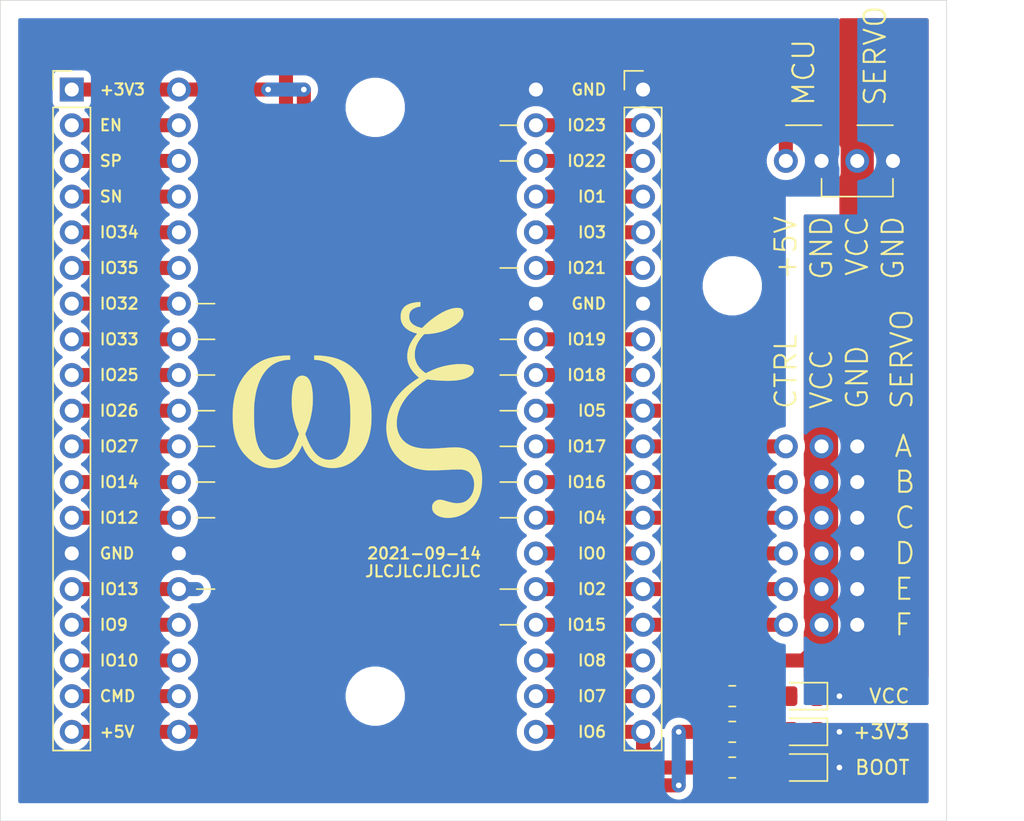
<source format=kicad_pcb>
(kicad_pcb (version 20171130) (host pcbnew 5.1.10-88a1d61d58~90~ubuntu20.04.1)

  (general
    (thickness 1.6)
    (drawings 87)
    (tracks 88)
    (zones 0)
    (modules 21)
    (nets 42)
  )

  (page A4)
  (layers
    (0 F.Cu signal)
    (31 B.Cu signal)
    (32 B.Adhes user)
    (33 F.Adhes user)
    (34 B.Paste user)
    (35 F.Paste user)
    (36 B.SilkS user)
    (37 F.SilkS user)
    (38 B.Mask user)
    (39 F.Mask user)
    (40 Dwgs.User user)
    (41 Cmts.User user)
    (42 Eco1.User user)
    (43 Eco2.User user)
    (44 Edge.Cuts user)
    (45 Margin user)
    (46 B.CrtYd user)
    (47 F.CrtYd user)
    (48 B.Fab user)
    (49 F.Fab user)
  )

  (setup
    (last_trace_width 1)
    (user_trace_width 1)
    (trace_clearance 0.2)
    (zone_clearance 0.508)
    (zone_45_only no)
    (trace_min 0.2)
    (via_size 0.8)
    (via_drill 0.4)
    (via_min_size 0.4)
    (via_min_drill 0.3)
    (uvia_size 0.3)
    (uvia_drill 0.1)
    (uvias_allowed no)
    (uvia_min_size 0.2)
    (uvia_min_drill 0.1)
    (edge_width 0.05)
    (segment_width 0.2)
    (pcb_text_width 0.3)
    (pcb_text_size 1.5 1.5)
    (mod_edge_width 0.12)
    (mod_text_size 1 1)
    (mod_text_width 0.15)
    (pad_size 1.524 1.524)
    (pad_drill 0.762)
    (pad_to_mask_clearance 0)
    (aux_axis_origin 0 0)
    (visible_elements FFFFFF7F)
    (pcbplotparams
      (layerselection 0x010fc_ffffffff)
      (usegerberextensions false)
      (usegerberattributes true)
      (usegerberadvancedattributes true)
      (creategerberjobfile true)
      (excludeedgelayer true)
      (linewidth 0.100000)
      (plotframeref false)
      (viasonmask false)
      (mode 1)
      (useauxorigin false)
      (hpglpennumber 1)
      (hpglpenspeed 20)
      (hpglpendiameter 15.000000)
      (psnegative false)
      (psa4output false)
      (plotreference true)
      (plotvalue true)
      (plotinvisibletext false)
      (padsonsilk false)
      (subtractmaskfromsilk false)
      (outputformat 1)
      (mirror false)
      (drillshape 0)
      (scaleselection 1)
      (outputdirectory "2021-09-14/"))
  )

  (net 0 "")
  (net 1 SERVO_GND)
  (net 2 SERVO_VCC)
  (net 3 MCU_GND)
  (net 4 MCU_+5V)
  (net 5 MCU_CMD)
  (net 6 MCU_GPIO10)
  (net 7 MCU_GPIO9)
  (net 8 MCU_GPIO27)
  (net 9 MCU_GPIO26)
  (net 10 MCU_GPIO25)
  (net 11 MCU_GPIO33)
  (net 12 MCU_GPIO32)
  (net 13 MCU_GPIO35)
  (net 14 MCU_GPIO34)
  (net 15 MCU_SN)
  (net 16 MCU_SP)
  (net 17 MCU_EN)
  (net 18 MCU_GPIO7)
  (net 19 MCU_GPIO8)
  (net 20 MCU_GPIO15)
  (net 21 MCU_GPIO0)
  (net 22 MCU_GPIO16)
  (net 23 MCU_GPIO17)
  (net 24 MCU_GPIO18)
  (net 25 MCU_GPIO19)
  (net 26 MCU_GPIO3)
  (net 27 MCU_GPIO1)
  (net 28 MCU_GPIO22)
  (net 29 MCU_GPIO23)
  (net 30 MCU_+3V3)
  (net 31 DEBUG_LED)
  (net 32 MCU_GPIO21)
  (net 33 MCU_GPIO13)
  (net 34 MCU_GPIO12)
  (net 35 MCU_GPIO14)
  (net 36 MCU_GPIO2)
  (net 37 MCU_GPIO4)
  (net 38 MCU_GPIO5)
  (net 39 "Net-(D1-Pad2)")
  (net 40 "Net-(D2-Pad2)")
  (net 41 "Net-(D3-Pad2)")

  (net_class Default "This is the default net class."
    (clearance 0.2)
    (trace_width 0.25)
    (via_dia 0.8)
    (via_drill 0.4)
    (uvia_dia 0.3)
    (uvia_drill 0.1)
    (add_net DEBUG_LED)
    (add_net MCU_+3V3)
    (add_net MCU_+5V)
    (add_net MCU_CMD)
    (add_net MCU_EN)
    (add_net MCU_GND)
    (add_net MCU_GPIO0)
    (add_net MCU_GPIO1)
    (add_net MCU_GPIO10)
    (add_net MCU_GPIO12)
    (add_net MCU_GPIO13)
    (add_net MCU_GPIO14)
    (add_net MCU_GPIO15)
    (add_net MCU_GPIO16)
    (add_net MCU_GPIO17)
    (add_net MCU_GPIO18)
    (add_net MCU_GPIO19)
    (add_net MCU_GPIO2)
    (add_net MCU_GPIO21)
    (add_net MCU_GPIO22)
    (add_net MCU_GPIO23)
    (add_net MCU_GPIO25)
    (add_net MCU_GPIO26)
    (add_net MCU_GPIO27)
    (add_net MCU_GPIO3)
    (add_net MCU_GPIO32)
    (add_net MCU_GPIO33)
    (add_net MCU_GPIO34)
    (add_net MCU_GPIO35)
    (add_net MCU_GPIO4)
    (add_net MCU_GPIO5)
    (add_net MCU_GPIO7)
    (add_net MCU_GPIO8)
    (add_net MCU_GPIO9)
    (add_net MCU_SN)
    (add_net MCU_SP)
    (add_net "Net-(D1-Pad2)")
    (add_net "Net-(D2-Pad2)")
    (add_net "Net-(D3-Pad2)")
    (add_net SERVO_GND)
    (add_net SERVO_VCC)
  )

  (module WifiServoBridge:ooxi (layer F.Cu) (tedit 0) (tstamp 613F5C56)
    (at 372.11 -106.68)
    (fp_text reference G*** (at 0 0) (layer F.SilkS) hide
      (effects (font (size 1.524 1.524) (thickness 0.3)))
    )
    (fp_text value LOGO (at 0.75 0) (layer F.SilkS) hide
      (effects (font (size 1.524 1.524) (thickness 0.3)))
    )
    (fp_poly (pts (xy -2.921 -3.929119) (xy -2.70019 -3.922966) (xy -2.479549 -3.907617) (xy -2.261365 -3.883457)
      (xy -2.047923 -3.850872) (xy -1.84151 -3.810248) (xy -1.644413 -3.761972) (xy -1.458919 -3.706429)
      (xy -1.329267 -3.660418) (xy -1.120678 -3.571811) (xy -0.917776 -3.467531) (xy -0.721148 -3.348055)
      (xy -0.531386 -3.213858) (xy -0.349078 -3.065417) (xy -0.174816 -2.903206) (xy -0.009188 -2.727703)
      (xy 0.147216 -2.539382) (xy 0.274942 -2.366037) (xy 0.389391 -2.192811) (xy 0.492773 -2.017158)
      (xy 0.585531 -1.837732) (xy 0.668106 -1.653185) (xy 0.740938 -1.462172) (xy 0.804469 -1.263346)
      (xy 0.859141 -1.05536) (xy 0.905395 -0.836869) (xy 0.943672 -0.606526) (xy 0.974414 -0.362985)
      (xy 0.992206 -0.1778) (xy 0.995157 -0.132299) (xy 0.997662 -0.072501) (xy 0.99972 -0.000803)
      (xy 1.001329 0.0804) (xy 1.002489 0.16871) (xy 1.0032 0.261731) (xy 1.00346 0.357067)
      (xy 1.00327 0.452322) (xy 1.002627 0.545098) (xy 1.001532 0.633) (xy 0.999985 0.713631)
      (xy 0.997983 0.784595) (xy 0.995526 0.843495) (xy 0.992615 0.887935) (xy 0.992522 0.889)
      (xy 0.967345 1.132277) (xy 0.935651 1.361176) (xy 0.897105 1.577082) (xy 0.851371 1.781381)
      (xy 0.798115 1.97546) (xy 0.737001 2.160705) (xy 0.667694 2.3385) (xy 0.611396 2.465106)
      (xy 0.544445 2.597483) (xy 0.466501 2.733476) (xy 0.380918 2.867705) (xy 0.29105 2.994789)
      (xy 0.240205 3.0607) (xy 0.201166 3.107136) (xy 0.152006 3.161765) (xy 0.095467 3.221846)
      (xy 0.034293 3.284635) (xy -0.028774 3.34739) (xy -0.09099 3.407368) (xy -0.149611 3.461826)
      (xy -0.201895 3.508022) (xy -0.232833 3.533639) (xy -0.397369 3.656155) (xy -0.563275 3.76229)
      (xy -0.731634 3.852592) (xy -0.903531 3.927612) (xy -1.080049 3.987898) (xy -1.185333 4.016418)
      (xy -1.377102 4.055044) (xy -1.572879 4.077906) (xy -1.770601 4.085011) (xy -1.968205 4.076363)
      (xy -2.16363 4.05197) (xy -2.351085 4.012785) (xy -2.526659 3.960008) (xy -2.694205 3.892511)
      (xy -2.853811 3.810227) (xy -3.005561 3.713088) (xy -3.149542 3.601028) (xy -3.28584 3.473979)
      (xy -3.41454 3.331874) (xy -3.535728 3.174646) (xy -3.64949 3.002227) (xy -3.657694 2.988734)
      (xy -3.700781 2.91415) (xy -3.746674 2.828898) (xy -3.792678 2.73832) (xy -3.836096 2.647764)
      (xy -3.874234 2.562573) (xy -3.882888 2.542117) (xy -3.897018 2.509259) (xy -3.908998 2.483269)
      (xy -3.917257 2.467451) (xy -3.919931 2.46419) (xy -3.924756 2.471565) (xy -3.93583 2.491997)
      (xy -3.952027 2.523296) (xy -3.972221 2.563276) (xy -3.995288 2.609747) (xy -4.00592 2.631407)
      (xy -4.092297 2.798831) (xy -4.180921 2.951891) (xy -4.273566 3.093149) (xy -4.372007 3.225168)
      (xy -4.478017 3.350511) (xy -4.574654 3.45296) (xy -4.715097 3.584257) (xy -4.861447 3.699766)
      (xy -5.014205 3.799749) (xy -5.17387 3.884466) (xy -5.340943 3.954176) (xy -5.515925 4.009141)
      (xy -5.699317 4.049621) (xy -5.733104 4.055364) (xy -5.770342 4.060603) (xy -5.817867 4.066081)
      (xy -5.872195 4.071519) (xy -5.929843 4.076639) (xy -5.987328 4.081163) (xy -6.041166 4.084813)
      (xy -6.087874 4.087312) (xy -6.12397 4.08838) (xy -6.142566 4.088039) (xy -6.157385 4.087077)
      (xy -6.185098 4.085294) (xy -6.221702 4.082948) (xy -6.261961 4.080374) (xy -6.447829 4.060033)
      (xy -6.631731 4.022893) (xy -6.813596 3.968982) (xy -6.99335 3.898328) (xy -7.170922 3.810959)
      (xy -7.346238 3.706903) (xy -7.497931 3.602041) (xy -7.543733 3.567269) (xy -7.595156 3.526681)
      (xy -7.645264 3.485822) (xy -7.679964 3.456476) (xy -7.730288 3.411263) (xy -7.787516 3.357061)
      (xy -7.848815 3.296786) (xy -7.911345 3.233356) (xy -7.972272 3.169686) (xy -8.028759 3.108694)
      (xy -8.07797 3.053294) (xy -8.114277 3.0099) (xy -8.203065 2.892218) (xy -8.29005 2.763689)
      (xy -8.371793 2.629835) (xy -8.444855 2.496179) (xy -8.484292 2.415818) (xy -8.573433 2.207743)
      (xy -8.650806 1.990041) (xy -8.716495 1.762284) (xy -8.770581 1.524045) (xy -8.813146 1.274898)
      (xy -8.844271 1.014415) (xy -8.864038 0.742169) (xy -8.87253 0.457732) (xy -8.8729 0.385234)
      (xy -8.867284 0.081103) (xy -8.850189 -0.210695) (xy -8.821583 -0.490307) (xy -8.781433 -0.757882)
      (xy -8.729706 -1.013565) (xy -8.66637 -1.257504) (xy -8.591392 -1.489846) (xy -8.504739 -1.710738)
      (xy -8.406379 -1.920326) (xy -8.327398 -2.065867) (xy -8.193647 -2.283365) (xy -8.05019 -2.488297)
      (xy -7.897423 -2.680332) (xy -7.735747 -2.859137) (xy -7.565558 -3.024379) (xy -7.387257 -3.175726)
      (xy -7.201239 -3.312847) (xy -7.007906 -3.435408) (xy -6.807653 -3.543078) (xy -6.600881 -3.635523)
      (xy -6.387987 -3.712413) (xy -6.333066 -3.729401) (xy -6.085423 -3.795475) (xy -5.82834 -3.848617)
      (xy -5.5636 -3.888569) (xy -5.292991 -3.915077) (xy -5.018298 -3.927885) (xy -4.9403 -3.928985)
      (xy -4.7879 -3.930045) (xy -4.785592 -3.776889) (xy -4.783285 -3.623733) (xy -4.853326 -3.623726)
      (xy -4.968497 -3.619561) (xy -5.09328 -3.607541) (xy -5.22266 -3.588346) (xy -5.351623 -3.562657)
      (xy -5.414433 -3.547576) (xy -5.59319 -3.493469) (xy -5.764509 -3.42423) (xy -5.928213 -3.34003)
      (xy -6.084124 -3.241034) (xy -6.232064 -3.127412) (xy -6.371857 -2.99933) (xy -6.503323 -2.856957)
      (xy -6.626286 -2.700461) (xy -6.740568 -2.530009) (xy -6.845991 -2.345769) (xy -6.942377 -2.147909)
      (xy -6.974426 -2.074333) (xy -7.048799 -1.883945) (xy -7.115083 -1.68348) (xy -7.173456 -1.472108)
      (xy -7.224098 -1.248998) (xy -7.26719 -1.013318) (xy -7.30291 -0.764239) (xy -7.331439 -0.500928)
      (xy -7.342374 -0.372533) (xy -7.344929 -0.329594) (xy -7.347148 -0.271763) (xy -7.349032 -0.201079)
      (xy -7.350581 -0.119581) (xy -7.351794 -0.029308) (xy -7.352673 0.067702) (xy -7.353218 0.16941)
      (xy -7.353428 0.273777) (xy -7.353304 0.378765) (xy -7.352847 0.482335) (xy -7.352055 0.582448)
      (xy -7.350931 0.677066) (xy -7.349473 0.76415) (xy -7.347683 0.841662) (xy -7.345559 0.907562)
      (xy -7.343104 0.959813) (xy -7.342223 0.973667) (xy -7.324575 1.200805) (xy -7.304059 1.412065)
      (xy -7.280473 1.608289) (xy -7.253616 1.79032) (xy -7.223284 1.959002) (xy -7.189276 2.115178)
      (xy -7.151389 2.259692) (xy -7.109421 2.393386) (xy -7.063169 2.517104) (xy -7.012431 2.63169)
      (xy -6.957005 2.737986) (xy -6.896688 2.836836) (xy -6.894223 2.840567) (xy -6.795383 2.978944)
      (xy -6.693087 3.100815) (xy -6.587211 3.206275) (xy -6.477634 3.295419) (xy -6.364234 3.368342)
      (xy -6.246889 3.425141) (xy -6.125477 3.465909) (xy -6.079066 3.477042) (xy -6.02161 3.485965)
      (xy -5.952532 3.491301) (xy -5.876748 3.493096) (xy -5.799174 3.491397) (xy -5.724729 3.486252)
      (xy -5.658327 3.477706) (xy -5.632458 3.472781) (xy -5.489979 3.4339) (xy -5.348095 3.379253)
      (xy -5.208741 3.309955) (xy -5.073847 3.227121) (xy -4.945349 3.131864) (xy -4.825178 3.0253)
      (xy -4.782929 2.982935) (xy -4.74484 2.941911) (xy -4.709416 2.900203) (xy -4.675901 2.856384)
      (xy -4.643539 2.809031) (xy -4.611573 2.756718) (xy -4.579246 2.698021) (xy -4.545802 2.631515)
      (xy -4.510485 2.555776) (xy -4.472537 2.469378) (xy -4.431202 2.370897) (xy -4.385725 2.258908)
      (xy -4.347667 2.163234) (xy -4.302262 2.047642) (xy -4.263378 1.94724) (xy -4.230878 1.861646)
      (xy -4.204625 1.790479) (xy -4.184484 1.733359) (xy -4.170316 1.689905) (xy -4.161985 1.659735)
      (xy -4.159354 1.642471) (xy -4.159617 1.639909) (xy -4.164627 1.625468) (xy -4.175285 1.599198)
      (xy -4.190106 1.564632) (xy -4.207605 1.525299) (xy -4.210589 1.518723) (xy -4.320609 1.256749)
      (xy -4.416027 0.986833) (xy -4.496657 0.709914) (xy -4.562314 0.426932) (xy -4.612811 0.138829)
      (xy -4.647963 -0.153457) (xy -4.667585 -0.448985) (xy -4.671491 -0.746815) (xy -4.670302 -0.809395)
      (xy -4.662521 -1.019868) (xy -4.64985 -1.214568) (xy -4.632185 -1.393965) (xy -4.609418 -1.558529)
      (xy -4.581444 -1.708731) (xy -4.548158 -1.84504) (xy -4.509453 -1.967927) (xy -4.465225 -2.077862)
      (xy -4.415366 -2.175315) (xy -4.359772 -2.260757) (xy -4.337237 -2.290028) (xy -4.270442 -2.360437)
      (xy -4.19553 -2.416852) (xy -4.113884 -2.458652) (xy -4.026887 -2.485216) (xy -3.935922 -2.495925)
      (xy -3.881215 -2.494575) (xy -3.786637 -2.47988) (xy -3.699001 -2.450797) (xy -3.61825 -2.407215)
      (xy -3.544328 -2.349022) (xy -3.477178 -2.276108) (xy -3.416741 -2.18836) (xy -3.362961 -2.085668)
      (xy -3.31578 -1.967921) (xy -3.275142 -1.835006) (xy -3.240989 -1.686814) (xy -3.213263 -1.523232)
      (xy -3.191908 -1.344149) (xy -3.176867 -1.149455) (xy -3.17531 -1.121833) (xy -3.167329 -0.82503)
      (xy -3.175482 -0.527758) (xy -3.199832 -0.229668) (xy -3.240443 0.069589) (xy -3.297379 0.370363)
      (xy -3.370705 0.673001) (xy -3.460484 0.977854) (xy -3.566781 1.285271) (xy -3.660967 1.526492)
      (xy -3.677751 1.568265) (xy -3.691925 1.605083) (xy -3.702338 1.633831) (xy -3.707834 1.651393)
      (xy -3.7084 1.654686) (xy -3.705525 1.667511) (xy -3.697465 1.693775) (xy -3.685065 1.731095)
      (xy -3.66917 1.777086) (xy -3.650626 1.829367) (xy -3.630278 1.885552) (xy -3.608971 1.943259)
      (xy -3.587551 2.000103) (xy -3.567072 2.053167) (xy -3.543659 2.109895) (xy -3.514066 2.176792)
      (xy -3.479846 2.25072) (xy -3.442554 2.328545) (xy -3.403742 2.407132) (xy -3.364965 2.483344)
      (xy -3.327775 2.554046) (xy -3.293727 2.616103) (xy -3.264373 2.666379) (xy -3.258751 2.675467)
      (xy -3.155037 2.829687) (xy -3.047479 2.967541) (xy -2.935852 3.089204) (xy -2.819934 3.19485)
      (xy -2.699501 3.284656) (xy -2.574333 3.358795) (xy -2.444204 3.417443) (xy -2.308893 3.460775)
      (xy -2.238366 3.476924) (xy -2.185746 3.484693) (xy -2.121892 3.489856) (xy -2.05144 3.492417)
      (xy -1.979025 3.492383) (xy -1.909283 3.489758) (xy -1.846851 3.484547) (xy -1.796364 3.476754)
      (xy -1.794933 3.476449) (xy -1.660906 3.438857) (xy -1.532056 3.385153) (xy -1.408422 3.315358)
      (xy -1.29004 3.229493) (xy -1.176947 3.12758) (xy -1.14989 3.1) (xy -1.044548 2.981649)
      (xy -0.953373 2.860511) (xy -0.874588 2.733617) (xy -0.806414 2.598003) (xy -0.74707 2.450701)
      (xy -0.728687 2.397722) (xy -0.681584 2.241154) (xy -0.639661 2.069026) (xy -0.602976 1.881918)
      (xy -0.571586 1.680411) (xy -0.545547 1.465086) (xy -0.524917 1.236522) (xy -0.509753 0.995299)
      (xy -0.500113 0.741998) (xy -0.496052 0.477199) (xy -0.49763 0.201482) (xy -0.500092 0.078215)
      (xy -0.50878 -0.182808) (xy -0.521956 -0.428408) (xy -0.539799 -0.659539) (xy -0.562488 -0.877154)
      (xy -0.590202 -1.082207) (xy -0.623121 -1.275652) (xy -0.661423 -1.458442) (xy -0.705288 -1.63153)
      (xy -0.754894 -1.795869) (xy -0.81042 -1.952415) (xy -0.872046 -2.102118) (xy -0.934571 -2.2352)
      (xy -1.038185 -2.426121) (xy -1.15169 -2.603413) (xy -1.274917 -2.766963) (xy -1.407698 -2.916655)
      (xy -1.549864 -3.052376) (xy -1.701247 -3.174013) (xy -1.861677 -3.28145) (xy -2.030987 -3.374574)
      (xy -2.209008 -3.453271) (xy -2.395571 -3.517427) (xy -2.590507 -3.566927) (xy -2.793648 -3.601659)
      (xy -2.98257 -3.620144) (xy -3.073773 -3.626069) (xy -3.07147 -3.778074) (xy -3.069166 -3.930079)
      (xy -2.921 -3.929119)) (layer F.SilkS) (width 0.01))
    (fp_poly (pts (xy 4.487333 -7.417837) (xy 4.447117 -7.412155) (xy 4.344086 -7.393236) (xy 4.24097 -7.366139)
      (xy 4.141863 -7.332283) (xy 4.050858 -7.293085) (xy 3.972048 -7.249964) (xy 3.963758 -7.244692)
      (xy 3.881505 -7.182677) (xy 3.813755 -7.112161) (xy 3.760008 -7.032408) (xy 3.719762 -6.942685)
      (xy 3.694045 -6.849821) (xy 3.687771 -6.803844) (xy 3.68487 -6.746893) (xy 3.685172 -6.684426)
      (xy 3.688508 -6.621897) (xy 3.694709 -6.564765) (xy 3.703605 -6.518484) (xy 3.70443 -6.515405)
      (xy 3.738996 -6.418282) (xy 3.787191 -6.328918) (xy 3.849295 -6.247096) (xy 3.925591 -6.172601)
      (xy 4.016359 -6.105216) (xy 4.121879 -6.044726) (xy 4.242434 -5.990912) (xy 4.378304 -5.943561)
      (xy 4.487333 -5.912947) (xy 4.601633 -5.883693) (xy 4.669367 -5.954114) (xy 4.861562 -6.14347)
      (xy 5.067824 -6.326964) (xy 5.28578 -6.502792) (xy 5.513056 -6.669151) (xy 5.74728 -6.824237)
      (xy 5.986078 -6.966247) (xy 6.041589 -6.996974) (xy 6.174517 -7.065418) (xy 6.308501 -7.126529)
      (xy 6.442125 -7.179986) (xy 6.573973 -7.225465) (xy 6.702628 -7.262643) (xy 6.826674 -7.291199)
      (xy 6.944696 -7.310809) (xy 7.055276 -7.321151) (xy 7.156998 -7.321902) (xy 7.248446 -7.31274)
      (xy 7.328204 -7.293342) (xy 7.333937 -7.291373) (xy 7.400917 -7.259725) (xy 7.455888 -7.216338)
      (xy 7.498597 -7.161661) (xy 7.52879 -7.096141) (xy 7.546214 -7.020227) (xy 7.550616 -6.934368)
      (xy 7.54954 -6.909543) (xy 7.542923 -6.841854) (xy 7.531049 -6.781878) (xy 7.512142 -6.722936)
      (xy 7.484428 -6.658349) (xy 7.480743 -6.650566) (xy 7.425302 -6.551898) (xy 7.353095 -6.453061)
      (xy 7.264285 -6.354227) (xy 7.159037 -6.255569) (xy 7.037514 -6.157257) (xy 6.949065 -6.093058)
      (xy 6.755636 -5.96773) (xy 6.554527 -5.856223) (xy 6.345293 -5.758396) (xy 6.127487 -5.674109)
      (xy 5.900664 -5.603219) (xy 5.664379 -5.545585) (xy 5.418185 -5.501067) (xy 5.161638 -5.469522)
      (xy 4.927621 -5.452417) (xy 4.754075 -5.443535) (xy 4.713374 -5.403584) (xy 4.692279 -5.381756)
      (xy 4.663884 -5.350818) (xy 4.631714 -5.314681) (xy 4.599294 -5.277258) (xy 4.595313 -5.272582)
      (xy 4.472484 -5.117383) (xy 4.366496 -4.960734) (xy 4.277315 -4.80257) (xy 4.204906 -4.642827)
      (xy 4.149234 -4.481442) (xy 4.133512 -4.423833) (xy 4.11875 -4.364323) (xy 4.107316 -4.313629)
      (xy 4.098796 -4.268039) (xy 4.092779 -4.223842) (xy 4.088851 -4.177328) (xy 4.086598 -4.124784)
      (xy 4.085609 -4.062501) (xy 4.085461 -3.992033) (xy 4.085727 -3.924838) (xy 4.086443 -3.87149)
      (xy 4.087817 -3.828906) (xy 4.090054 -3.794) (xy 4.09336 -3.763688) (xy 4.097942 -3.734887)
      (xy 4.104006 -3.704512) (xy 4.10499 -3.699933) (xy 4.146234 -3.547535) (xy 4.202538 -3.402221)
      (xy 4.274016 -3.263835) (xy 4.360782 -3.132217) (xy 4.462949 -3.00721) (xy 4.58063 -2.888656)
      (xy 4.713939 -2.776397) (xy 4.827504 -2.694015) (xy 4.867107 -2.66703) (xy 5.03917 -2.754413)
      (xy 5.294986 -2.876395) (xy 5.551898 -2.982819) (xy 5.811541 -3.074149) (xy 6.075551 -3.150852)
      (xy 6.345562 -3.213393) (xy 6.62321 -3.262237) (xy 6.910128 -3.297849) (xy 6.968067 -3.303361)
      (xy 7.025241 -3.307454) (xy 7.093523 -3.310576) (xy 7.16998 -3.312741) (xy 7.251676 -3.313965)
      (xy 7.335678 -3.31426) (xy 7.419049 -3.313642) (xy 7.498857 -3.312125) (xy 7.572166 -3.309723)
      (xy 7.636042 -3.306452) (xy 7.68755 -3.302325) (xy 7.709501 -3.299702) (xy 7.832192 -3.278207)
      (xy 7.939452 -3.250389) (xy 8.031652 -3.216012) (xy 8.109163 -3.174838) (xy 8.172356 -3.126628)
      (xy 8.221603 -3.071145) (xy 8.257276 -3.008151) (xy 8.279744 -2.937409) (xy 8.280462 -2.933982)
      (xy 8.2879 -2.857401) (xy 8.278689 -2.782303) (xy 8.253076 -2.709021) (xy 8.211307 -2.637894)
      (xy 8.153629 -2.569258) (xy 8.080286 -2.503449) (xy 7.991526 -2.440803) (xy 7.887595 -2.381658)
      (xy 7.869767 -2.372638) (xy 7.737611 -2.314149) (xy 7.592366 -2.263871) (xy 7.433564 -2.221684)
      (xy 7.260739 -2.187468) (xy 7.073422 -2.161103) (xy 7.022022 -2.155492) (xy 6.860334 -2.141964)
      (xy 6.684929 -2.133044) (xy 6.498357 -2.128644) (xy 6.30317 -2.128677) (xy 6.10192 -2.133055)
      (xy 5.897157 -2.141691) (xy 5.691434 -2.154496) (xy 5.487302 -2.171384) (xy 5.287311 -2.192266)
      (xy 5.094014 -2.217056) (xy 5.05196 -2.223126) (xy 4.968886 -2.235374) (xy 4.84876 -2.156416)
      (xy 4.616907 -1.997608) (xy 4.396628 -1.833717) (xy 4.18868 -1.665445) (xy 3.99382 -1.493491)
      (xy 3.812805 -1.318557) (xy 3.646391 -1.141344) (xy 3.495335 -0.962553) (xy 3.360393 -0.782885)
      (xy 3.350161 -0.768271) (xy 3.223307 -0.572843) (xy 3.113109 -0.37475) (xy 3.01946 -0.173708)
      (xy 2.94225 0.030564) (xy 2.881372 0.23835) (xy 2.836717 0.449932) (xy 2.810778 0.639266)
      (xy 2.805757 0.703232) (xy 2.80254 0.777477) (xy 2.801096 0.857737) (xy 2.801393 0.939751)
      (xy 2.803398 1.019254) (xy 2.80708 1.091984) (xy 2.812408 1.153678) (xy 2.814759 1.172634)
      (xy 2.846315 1.343268) (xy 2.89294 1.506563) (xy 2.954486 1.662172) (xy 3.030806 1.809748)
      (xy 3.121753 1.948945) (xy 3.172483 2.015067) (xy 3.218355 2.068049) (xy 3.273524 2.125712)
      (xy 3.334061 2.184373) (xy 3.396036 2.240349) (xy 3.455521 2.289955) (xy 3.506146 2.327828)
      (xy 3.634003 2.407007) (xy 3.775735 2.477197) (xy 3.9308 2.538285) (xy 4.098654 2.59016)
      (xy 4.278752 2.632709) (xy 4.470552 2.665821) (xy 4.67351 2.689384) (xy 4.887083 2.703287)
      (xy 5.110726 2.707417) (xy 5.327079 2.702398) (xy 5.40058 2.699068) (xy 5.478891 2.695134)
      (xy 5.557375 2.690854) (xy 5.631398 2.68649) (xy 5.696323 2.682299) (xy 5.73329 2.679652)
      (xy 5.94243 2.664153) (xy 6.134845 2.650605) (xy 6.310627 2.639003) (xy 6.46987 2.629342)
      (xy 6.612669 2.621618) (xy 6.739118 2.615825) (xy 6.849309 2.611959) (xy 6.943338 2.610016)
      (xy 7.021298 2.609989) (xy 7.0739 2.611422) (xy 7.261081 2.625729) (xy 7.436143 2.651626)
      (xy 7.599513 2.689332) (xy 7.75162 2.739066) (xy 7.89289 2.801047) (xy 8.023751 2.875493)
      (xy 8.144632 2.962622) (xy 8.255959 3.062653) (xy 8.35816 3.175805) (xy 8.451663 3.302297)
      (xy 8.465158 3.322731) (xy 8.561257 3.485529) (xy 8.645021 3.659326) (xy 8.716086 3.843145)
      (xy 8.774088 4.036009) (xy 8.818663 4.236941) (xy 8.829754 4.301067) (xy 8.840376 4.369297)
      (xy 8.848924 4.430962) (xy 8.855607 4.489211) (xy 8.860632 4.54719) (xy 8.864208 4.608047)
      (xy 8.866541 4.674932) (xy 8.867839 4.75099) (xy 8.868311 4.839371) (xy 8.868308 4.885267)
      (xy 8.8677 4.990994) (xy 8.866002 5.083286) (xy 8.86295 5.165621) (xy 8.858284 5.241476)
      (xy 8.851739 5.31433) (xy 8.843055 5.38766) (xy 8.831968 5.464944) (xy 8.818215 5.549661)
      (xy 8.818144 5.550081) (xy 8.775189 5.760252) (xy 8.719301 5.960339) (xy 8.650616 6.150074)
      (xy 8.569273 6.329192) (xy 8.475407 6.497426) (xy 8.369155 6.654511) (xy 8.250655 6.80018)
      (xy 8.120043 6.934166) (xy 8.094811 6.957427) (xy 7.933025 7.095233) (xy 7.769672 7.216479)
      (xy 7.604014 7.321518) (xy 7.435312 7.410702) (xy 7.262829 7.484385) (xy 7.085826 7.542919)
      (xy 6.903565 7.586657) (xy 6.718004 7.615638) (xy 6.675608 7.619444) (xy 6.621482 7.622573)
      (xy 6.559453 7.62497) (xy 6.493345 7.626578) (xy 6.426983 7.62734) (xy 6.364191 7.6272)
      (xy 6.308795 7.626102) (xy 6.26462 7.623988) (xy 6.2484 7.622583) (xy 6.181401 7.613644)
      (xy 6.107881 7.600873) (xy 6.033762 7.585495) (xy 5.964964 7.568734) (xy 5.909608 7.55254)
      (xy 5.787733 7.506261) (xy 5.678658 7.451797) (xy 5.582892 7.389613) (xy 5.500946 7.320175)
      (xy 5.433328 7.243949) (xy 5.380549 7.161399) (xy 5.343119 7.072991) (xy 5.329431 7.022816)
      (xy 5.32137 6.970139) (xy 5.31783 6.908968) (xy 5.318611 6.844522) (xy 5.323514 6.782018)
      (xy 5.33234 6.726671) (xy 5.342105 6.691014) (xy 5.378984 6.611696) (xy 5.429953 6.539153)
      (xy 5.492967 6.475035) (xy 5.565976 6.42099) (xy 5.646935 6.378667) (xy 5.733795 6.349715)
      (xy 5.776593 6.341113) (xy 5.831269 6.335035) (xy 5.887991 6.334297) (xy 5.949113 6.339246)
      (xy 6.016991 6.350231) (xy 6.093978 6.367598) (xy 6.18243 6.391697) (xy 6.244167 6.410203)
      (xy 6.38163 6.451632) (xy 6.505249 6.486809) (xy 6.616783 6.516063) (xy 6.717991 6.539721)
      (xy 6.81063 6.558114) (xy 6.896459 6.57157) (xy 6.977236 6.580418) (xy 7.054721 6.584987)
      (xy 7.130671 6.585605) (xy 7.17498 6.584271) (xy 7.314115 6.572062) (xy 7.442286 6.547647)
      (xy 7.560815 6.510473) (xy 7.671025 6.459988) (xy 7.774239 6.395638) (xy 7.871779 6.316871)
      (xy 7.916583 6.274168) (xy 8.014349 6.164515) (xy 8.098055 6.045462) (xy 8.167671 5.917089)
      (xy 8.223164 5.779478) (xy 8.264506 5.632712) (xy 8.291664 5.476871) (xy 8.304609 5.312038)
      (xy 8.3058 5.242068) (xy 8.301639 5.118189) (xy 8.288656 5.005697) (xy 8.266101 4.901092)
      (xy 8.233226 4.800877) (xy 8.190556 4.704128) (xy 8.129006 4.593579) (xy 8.06049 4.497712)
      (xy 7.984014 4.415824) (xy 7.898589 4.347216) (xy 7.803221 4.291185) (xy 7.69692 4.247031)
      (xy 7.578694 4.214053) (xy 7.46984 4.19453) (xy 7.439935 4.190693) (xy 7.409556 4.187713)
      (xy 7.376443 4.18554) (xy 7.338336 4.184122) (xy 7.292974 4.183408) (xy 7.238098 4.183347)
      (xy 7.171447 4.183888) (xy 7.09076 4.18498) (xy 7.065433 4.185375) (xy 6.982067 4.187)
      (xy 6.892585 4.189258) (xy 6.801275 4.192007) (xy 6.712423 4.195104) (xy 6.630318 4.198406)
      (xy 6.559247 4.20177) (xy 6.536267 4.203021) (xy 6.398751 4.210793) (xy 6.276234 4.217568)
      (xy 6.166816 4.223412) (xy 6.068595 4.228395) (xy 5.979671 4.232582) (xy 5.898143 4.236043)
      (xy 5.822111 4.238843) (xy 5.749674 4.241052) (xy 5.678931 4.242737) (xy 5.607982 4.243964)
      (xy 5.534925 4.244803) (xy 5.45786 4.245319) (xy 5.374887 4.245582) (xy 5.338233 4.245633)
      (xy 5.232488 4.245625) (xy 5.14143 4.245291) (xy 5.062815 4.244491) (xy 4.994399 4.24309)
      (xy 4.933937 4.240948) (xy 4.879185 4.237929) (xy 4.827897 4.233894) (xy 4.77783 4.228706)
      (xy 4.726739 4.222227) (xy 4.672379 4.21432) (xy 4.612505 4.204847) (xy 4.576233 4.19889)
      (xy 4.343605 4.152585) (xy 4.120394 4.092323) (xy 3.906699 4.018162) (xy 3.702614 3.930158)
      (xy 3.508239 3.828369) (xy 3.323669 3.712852) (xy 3.149002 3.583663) (xy 2.984334 3.440861)
      (xy 2.829763 3.284501) (xy 2.685385 3.114643) (xy 2.642869 3.059461) (xy 2.520697 2.883168)
      (xy 2.412604 2.69777) (xy 2.31871 2.503752) (xy 2.239139 2.301599) (xy 2.174014 2.091797)
      (xy 2.123456 1.874833) (xy 2.087588 1.651191) (xy 2.066533 1.421357) (xy 2.060413 1.185818)
      (xy 2.069351 0.945058) (xy 2.079248 0.8255) (xy 2.11089 0.587641) (xy 2.158982 0.353649)
      (xy 2.223439 0.123736) (xy 2.304176 -0.101885) (xy 2.401109 -0.323003) (xy 2.514153 -0.539406)
      (xy 2.643223 -0.750883) (xy 2.788236 -0.95722) (xy 2.794243 -0.9652) (xy 2.954259 -1.164326)
      (xy 3.130461 -1.359097) (xy 3.322904 -1.549566) (xy 3.531644 -1.735788) (xy 3.756737 -1.917817)
      (xy 3.822266 -1.967714) (xy 3.877721 -2.00857) (xy 3.943201 -2.055455) (xy 4.015112 -2.105901)
      (xy 4.089857 -2.157442) (xy 4.163844 -2.207611) (xy 4.233477 -2.253939) (xy 4.295161 -2.293961)
      (xy 4.324831 -2.31266) (xy 4.386696 -2.351099) (xy 4.312397 -2.413666) (xy 4.161775 -2.549483)
      (xy 4.027568 -2.68944) (xy 3.909769 -2.833549) (xy 3.80837 -2.981821) (xy 3.723364 -3.134269)
      (xy 3.654743 -3.290903) (xy 3.602501 -3.451735) (xy 3.572124 -3.585428) (xy 3.562178 -3.653358)
      (xy 3.554827 -3.732684) (xy 3.550264 -3.818042) (xy 3.548681 -3.904065) (xy 3.550273 -3.985388)
      (xy 3.555166 -4.056008) (xy 3.581751 -4.233903) (xy 3.62467 -4.410591) (xy 3.684019 -4.586277)
      (xy 3.759889 -4.761167) (xy 3.852374 -4.935468) (xy 3.961567 -5.109383) (xy 4.087562 -5.283119)
      (xy 4.144025 -5.354256) (xy 4.171942 -5.388572) (xy 4.197767 -5.420321) (xy 4.218649 -5.445996)
      (xy 4.231736 -5.462091) (xy 4.231849 -5.462229) (xy 4.24376 -5.479531) (xy 4.243698 -5.488578)
      (xy 4.240315 -5.490589) (xy 4.228134 -5.494501) (xy 4.203344 -5.502061) (xy 4.169588 -5.512167)
      (xy 4.131734 -5.523362) (xy 3.96274 -5.579182) (xy 3.808254 -5.642957) (xy 3.668368 -5.714615)
      (xy 3.54317 -5.794083) (xy 3.432752 -5.881285) (xy 3.337205 -5.97615) (xy 3.256618 -6.078603)
      (xy 3.191082 -6.18857) (xy 3.140687 -6.305979) (xy 3.129871 -6.338367) (xy 3.108643 -6.412465)
      (xy 3.093765 -6.48184) (xy 3.084414 -6.552217) (xy 3.079765 -6.629319) (xy 3.078868 -6.6929)
      (xy 3.080957 -6.785066) (xy 3.087621 -6.86555) (xy 3.099561 -6.939155) (xy 3.117479 -7.010684)
      (xy 3.131865 -7.056) (xy 3.177823 -7.165845) (xy 3.237689 -7.266031) (xy 3.311462 -7.356559)
      (xy 3.399139 -7.437426) (xy 3.50072 -7.508632) (xy 3.616202 -7.570175) (xy 3.745583 -7.622055)
      (xy 3.888863 -7.664271) (xy 4.04604 -7.696821) (xy 4.119034 -7.708002) (xy 4.170684 -7.714278)
      (xy 4.229277 -7.720084) (xy 4.285039 -7.72449) (xy 4.3053 -7.725702) (xy 4.348872 -7.728133)
      (xy 4.391307 -7.730786) (xy 4.42664 -7.733275) (xy 4.442883 -7.734613) (xy 4.487333 -7.738681)
      (xy 4.487333 -7.417837)) (layer F.SilkS) (width 0.01))
  )

  (module MountingHole:MountingHole_3.2mm_M3 (layer F.Cu) (tedit 56D1B4CB) (tstamp 613F584F)
    (at 398.78 -115.57)
    (descr "Mounting Hole 3.2mm, no annular, M3")
    (tags "mounting hole 3.2mm no annular m3")
    (attr virtual)
    (fp_text reference REF** (at 0 -4.2) (layer F.SilkS) hide
      (effects (font (size 1 1) (thickness 0.15)))
    )
    (fp_text value MountingHole_3.2mm_M3 (at 0 4.2) (layer F.Fab)
      (effects (font (size 1 1) (thickness 0.15)))
    )
    (fp_circle (center 0 0) (end 3.45 0) (layer F.CrtYd) (width 0.05))
    (fp_circle (center 0 0) (end 3.2 0) (layer Cmts.User) (width 0.15))
    (fp_text user %R (at 0.3 0) (layer F.Fab)
      (effects (font (size 1 1) (thickness 0.15)))
    )
    (pad 1 np_thru_hole circle (at 0 0) (size 3.2 3.2) (drill 3.2) (layers *.Cu *.Mask))
  )

  (module MountingHole:MountingHole_3.2mm_M3 (layer F.Cu) (tedit 56D1B4CB) (tstamp 613F5832)
    (at 373.38 -86.36)
    (descr "Mounting Hole 3.2mm, no annular, M3")
    (tags "mounting hole 3.2mm no annular m3")
    (attr virtual)
    (fp_text reference REF** (at 0 -4.2) (layer F.SilkS) hide
      (effects (font (size 1 1) (thickness 0.15)))
    )
    (fp_text value MountingHole_3.2mm_M3 (at 0 4.2) (layer F.Fab)
      (effects (font (size 1 1) (thickness 0.15)))
    )
    (fp_circle (center 0 0) (end 3.45 0) (layer F.CrtYd) (width 0.05))
    (fp_circle (center 0 0) (end 3.2 0) (layer Cmts.User) (width 0.15))
    (fp_text user %R (at 0.3 0) (layer F.Fab)
      (effects (font (size 1 1) (thickness 0.15)))
    )
    (pad 1 np_thru_hole circle (at 0 0) (size 3.2 3.2) (drill 3.2) (layers *.Cu *.Mask))
  )

  (module MountingHole:MountingHole_3.2mm_M3 (layer F.Cu) (tedit 56D1B4CB) (tstamp 613F57DB)
    (at 373.38 -128.27)
    (descr "Mounting Hole 3.2mm, no annular, M3")
    (tags "mounting hole 3.2mm no annular m3")
    (attr virtual)
    (fp_text reference REF** (at 0 -4.2) (layer F.SilkS) hide
      (effects (font (size 1 1) (thickness 0.15)))
    )
    (fp_text value MountingHole_3.2mm_M3 (at 0 4.2) (layer F.Fab)
      (effects (font (size 1 1) (thickness 0.15)))
    )
    (fp_circle (center 0 0) (end 3.45 0) (layer F.CrtYd) (width 0.05))
    (fp_circle (center 0 0) (end 3.2 0) (layer Cmts.User) (width 0.15))
    (fp_text user %R (at 0.3 0) (layer F.Fab)
      (effects (font (size 1 1) (thickness 0.15)))
    )
    (pad 1 np_thru_hole circle (at 0 0) (size 3.2 3.2) (drill 3.2) (layers *.Cu *.Mask))
  )

  (module Connector_PinHeader_2.54mm:PinHeader_1x19_P2.54mm_Vertical (layer F.Cu) (tedit 59FED5CC) (tstamp 613EB94D)
    (at 392.43 -129.54)
    (descr "Through hole straight pin header, 1x19, 2.54mm pitch, single row")
    (tags "Through hole pin header THT 1x19 2.54mm single row")
    (path /613EA2C8)
    (fp_text reference J4 (at 0 -2.33) (layer F.SilkS) hide
      (effects (font (size 1 1) (thickness 0.15)))
    )
    (fp_text value Conn_01x19 (at 0 48.05) (layer F.Fab)
      (effects (font (size 1 1) (thickness 0.15)))
    )
    (fp_line (start 1.8 -1.8) (end -1.8 -1.8) (layer F.CrtYd) (width 0.05))
    (fp_line (start 1.8 47.5) (end 1.8 -1.8) (layer F.CrtYd) (width 0.05))
    (fp_line (start -1.8 47.5) (end 1.8 47.5) (layer F.CrtYd) (width 0.05))
    (fp_line (start -1.8 -1.8) (end -1.8 47.5) (layer F.CrtYd) (width 0.05))
    (fp_line (start -1.33 -1.33) (end 0 -1.33) (layer F.SilkS) (width 0.12))
    (fp_line (start -1.33 0) (end -1.33 -1.33) (layer F.SilkS) (width 0.12))
    (fp_line (start -1.33 1.27) (end 1.33 1.27) (layer F.SilkS) (width 0.12))
    (fp_line (start 1.33 1.27) (end 1.33 47.05) (layer F.SilkS) (width 0.12))
    (fp_line (start -1.33 1.27) (end -1.33 47.05) (layer F.SilkS) (width 0.12))
    (fp_line (start -1.33 47.05) (end 1.33 47.05) (layer F.SilkS) (width 0.12))
    (fp_line (start -1.27 -0.635) (end -0.635 -1.27) (layer F.Fab) (width 0.1))
    (fp_line (start -1.27 46.99) (end -1.27 -0.635) (layer F.Fab) (width 0.1))
    (fp_line (start 1.27 46.99) (end -1.27 46.99) (layer F.Fab) (width 0.1))
    (fp_line (start 1.27 -1.27) (end 1.27 46.99) (layer F.Fab) (width 0.1))
    (fp_line (start -0.635 -1.27) (end 1.27 -1.27) (layer F.Fab) (width 0.1))
    (fp_text user %R (at 0 22.86 90) (layer F.Fab)
      (effects (font (size 1 1) (thickness 0.15)))
    )
    (pad 19 thru_hole oval (at 0 45.72) (size 1.7 1.7) (drill 1) (layers *.Cu *.Mask)
      (net 31 DEBUG_LED))
    (pad 18 thru_hole oval (at 0 43.18) (size 1.7 1.7) (drill 1) (layers *.Cu *.Mask)
      (net 18 MCU_GPIO7))
    (pad 17 thru_hole oval (at 0 40.64) (size 1.7 1.7) (drill 1) (layers *.Cu *.Mask)
      (net 19 MCU_GPIO8))
    (pad 16 thru_hole oval (at 0 38.1) (size 1.7 1.7) (drill 1) (layers *.Cu *.Mask)
      (net 20 MCU_GPIO15))
    (pad 15 thru_hole oval (at 0 35.56) (size 1.7 1.7) (drill 1) (layers *.Cu *.Mask)
      (net 36 MCU_GPIO2))
    (pad 14 thru_hole oval (at 0 33.02) (size 1.7 1.7) (drill 1) (layers *.Cu *.Mask)
      (net 21 MCU_GPIO0))
    (pad 13 thru_hole oval (at 0 30.48) (size 1.7 1.7) (drill 1) (layers *.Cu *.Mask)
      (net 37 MCU_GPIO4))
    (pad 12 thru_hole oval (at 0 27.94) (size 1.7 1.7) (drill 1) (layers *.Cu *.Mask)
      (net 22 MCU_GPIO16))
    (pad 11 thru_hole oval (at 0 25.4) (size 1.7 1.7) (drill 1) (layers *.Cu *.Mask)
      (net 23 MCU_GPIO17))
    (pad 10 thru_hole oval (at 0 22.86) (size 1.7 1.7) (drill 1) (layers *.Cu *.Mask)
      (net 38 MCU_GPIO5))
    (pad 9 thru_hole oval (at 0 20.32) (size 1.7 1.7) (drill 1) (layers *.Cu *.Mask)
      (net 24 MCU_GPIO18))
    (pad 8 thru_hole oval (at 0 17.78) (size 1.7 1.7) (drill 1) (layers *.Cu *.Mask)
      (net 25 MCU_GPIO19))
    (pad 7 thru_hole oval (at 0 15.24) (size 1.7 1.7) (drill 1) (layers *.Cu *.Mask)
      (net 3 MCU_GND))
    (pad 6 thru_hole oval (at 0 12.7) (size 1.7 1.7) (drill 1) (layers *.Cu *.Mask)
      (net 32 MCU_GPIO21))
    (pad 5 thru_hole oval (at 0 10.16) (size 1.7 1.7) (drill 1) (layers *.Cu *.Mask)
      (net 26 MCU_GPIO3))
    (pad 4 thru_hole oval (at 0 7.62) (size 1.7 1.7) (drill 1) (layers *.Cu *.Mask)
      (net 27 MCU_GPIO1))
    (pad 3 thru_hole oval (at 0 5.08) (size 1.7 1.7) (drill 1) (layers *.Cu *.Mask)
      (net 28 MCU_GPIO22))
    (pad 2 thru_hole oval (at 0 2.54) (size 1.7 1.7) (drill 1) (layers *.Cu *.Mask)
      (net 29 MCU_GPIO23))
    (pad 1 thru_hole rect (at 0 0) (size 1.7 1.7) (drill 1) (layers *.Cu *.Mask)
      (net 3 MCU_GND))
    (model ${KISYS3DMOD}/Connector_PinHeader_2.54mm.3dshapes/PinHeader_1x19_P2.54mm_Vertical.wrl
      (at (xyz 0 0 0))
      (scale (xyz 1 1 1))
      (rotate (xyz 0 0 0))
    )
  )

  (module Connector_PinHeader_2.54mm:PinHeader_1x19_P2.54mm_Vertical (layer F.Cu) (tedit 59FED5CC) (tstamp 613ED7C1)
    (at 351.79 -129.54)
    (descr "Through hole straight pin header, 1x19, 2.54mm pitch, single row")
    (tags "Through hole pin header THT 1x19 2.54mm single row")
    (path /613E6FF3)
    (fp_text reference J3 (at 0 -2.33) (layer F.SilkS) hide
      (effects (font (size 1 1) (thickness 0.15)))
    )
    (fp_text value Conn_01x19 (at 0 48.05) (layer F.Fab)
      (effects (font (size 1 1) (thickness 0.15)))
    )
    (fp_line (start 1.8 -1.8) (end -1.8 -1.8) (layer F.CrtYd) (width 0.05))
    (fp_line (start 1.8 47.5) (end 1.8 -1.8) (layer F.CrtYd) (width 0.05))
    (fp_line (start -1.8 47.5) (end 1.8 47.5) (layer F.CrtYd) (width 0.05))
    (fp_line (start -1.8 -1.8) (end -1.8 47.5) (layer F.CrtYd) (width 0.05))
    (fp_line (start -1.33 -1.33) (end 0 -1.33) (layer F.SilkS) (width 0.12))
    (fp_line (start -1.33 0) (end -1.33 -1.33) (layer F.SilkS) (width 0.12))
    (fp_line (start -1.33 1.27) (end 1.33 1.27) (layer F.SilkS) (width 0.12))
    (fp_line (start 1.33 1.27) (end 1.33 47.05) (layer F.SilkS) (width 0.12))
    (fp_line (start -1.33 1.27) (end -1.33 47.05) (layer F.SilkS) (width 0.12))
    (fp_line (start -1.33 47.05) (end 1.33 47.05) (layer F.SilkS) (width 0.12))
    (fp_line (start -1.27 -0.635) (end -0.635 -1.27) (layer F.Fab) (width 0.1))
    (fp_line (start -1.27 46.99) (end -1.27 -0.635) (layer F.Fab) (width 0.1))
    (fp_line (start 1.27 46.99) (end -1.27 46.99) (layer F.Fab) (width 0.1))
    (fp_line (start 1.27 -1.27) (end 1.27 46.99) (layer F.Fab) (width 0.1))
    (fp_line (start -0.635 -1.27) (end 1.27 -1.27) (layer F.Fab) (width 0.1))
    (fp_text user %R (at 0 22.86 90) (layer F.Fab)
      (effects (font (size 1 1) (thickness 0.15)))
    )
    (pad 19 thru_hole oval (at 0 45.72) (size 1.7 1.7) (drill 1) (layers *.Cu *.Mask)
      (net 4 MCU_+5V))
    (pad 18 thru_hole oval (at 0 43.18) (size 1.7 1.7) (drill 1) (layers *.Cu *.Mask)
      (net 5 MCU_CMD))
    (pad 17 thru_hole oval (at 0 40.64) (size 1.7 1.7) (drill 1) (layers *.Cu *.Mask)
      (net 6 MCU_GPIO10))
    (pad 16 thru_hole oval (at 0 38.1) (size 1.7 1.7) (drill 1) (layers *.Cu *.Mask)
      (net 7 MCU_GPIO9))
    (pad 15 thru_hole oval (at 0 35.56) (size 1.7 1.7) (drill 1) (layers *.Cu *.Mask)
      (net 33 MCU_GPIO13))
    (pad 14 thru_hole oval (at 0 33.02) (size 1.7 1.7) (drill 1) (layers *.Cu *.Mask)
      (net 3 MCU_GND))
    (pad 13 thru_hole oval (at 0 30.48) (size 1.7 1.7) (drill 1) (layers *.Cu *.Mask)
      (net 34 MCU_GPIO12))
    (pad 12 thru_hole oval (at 0 27.94) (size 1.7 1.7) (drill 1) (layers *.Cu *.Mask)
      (net 35 MCU_GPIO14))
    (pad 11 thru_hole oval (at 0 25.4) (size 1.7 1.7) (drill 1) (layers *.Cu *.Mask)
      (net 8 MCU_GPIO27))
    (pad 10 thru_hole oval (at 0 22.86) (size 1.7 1.7) (drill 1) (layers *.Cu *.Mask)
      (net 9 MCU_GPIO26))
    (pad 9 thru_hole oval (at 0 20.32) (size 1.7 1.7) (drill 1) (layers *.Cu *.Mask)
      (net 10 MCU_GPIO25))
    (pad 8 thru_hole oval (at 0 17.78) (size 1.7 1.7) (drill 1) (layers *.Cu *.Mask)
      (net 11 MCU_GPIO33))
    (pad 7 thru_hole oval (at 0 15.24) (size 1.7 1.7) (drill 1) (layers *.Cu *.Mask)
      (net 12 MCU_GPIO32))
    (pad 6 thru_hole oval (at 0 12.7) (size 1.7 1.7) (drill 1) (layers *.Cu *.Mask)
      (net 13 MCU_GPIO35))
    (pad 5 thru_hole oval (at 0 10.16) (size 1.7 1.7) (drill 1) (layers *.Cu *.Mask)
      (net 14 MCU_GPIO34))
    (pad 4 thru_hole oval (at 0 7.62) (size 1.7 1.7) (drill 1) (layers *.Cu *.Mask)
      (net 15 MCU_SN))
    (pad 3 thru_hole oval (at 0 5.08) (size 1.7 1.7) (drill 1) (layers *.Cu *.Mask)
      (net 16 MCU_SP))
    (pad 2 thru_hole oval (at 0 2.54) (size 1.7 1.7) (drill 1) (layers *.Cu *.Mask)
      (net 17 MCU_EN))
    (pad 1 thru_hole rect (at 0 0) (size 1.7 1.7) (drill 1) (layers *.Cu *.Mask)
      (net 30 MCU_+3V3))
    (model ${KISYS3DMOD}/Connector_PinHeader_2.54mm.3dshapes/PinHeader_1x19_P2.54mm_Vertical.wrl
      (at (xyz 0 0 0))
      (scale (xyz 1 1 1))
      (rotate (xyz 0 0 0))
    )
  )

  (module "WifiServoBridge:Power Connector" (layer F.Cu) (tedit 613E3391) (tstamp 613F3985)
    (at 407.67 -124.46 90)
    (descr "Through hole angled pin header, 1x02, 2.54mm pitch, 6mm pin length, single row")
    (tags "Through hole angled pin header THT 1x02 2.54mm single row")
    (path /613E490B)
    (fp_text reference J1 (at 4.385 -2.27 90) (layer F.Fab)
      (effects (font (size 1 1) (thickness 0.15)))
    )
    (fp_text value Conn_01x02 (at 4.385 4.81 90) (layer F.Fab)
      (effects (font (size 1 1) (thickness 0.15)))
    )
    (fp_line (start -0.32 -0.32) (end -0.32 0.32) (layer F.Fab) (width 0.1))
    (fp_line (start -0.32 2.22) (end -0.32 2.86) (layer F.Fab) (width 0.1))
    (fp_line (start -1.8 -1.8) (end -1.8 4.35) (layer F.CrtYd) (width 0.05))
    (fp_line (start -1.8 4.35) (end 10.55 4.35) (layer F.CrtYd) (width 0.05))
    (fp_line (start 10.55 4.35) (end 10.55 -1.8) (layer F.CrtYd) (width 0.05))
    (fp_line (start 10.55 -1.8) (end -1.8 -1.8) (layer F.CrtYd) (width 0.05))
    (pad 2 thru_hole rect (at 0 2.54 90) (size 1.7 1.7) (drill 1) (layers *.Cu *.Mask)
      (net 1 SERVO_GND))
    (pad 1 thru_hole circle (at 0 0 90) (size 1.7 1.7) (drill 1) (layers *.Cu *.Mask)
      (net 2 SERVO_VCC))
    (model ${KISYS3DMOD}/Connector_PinHeader_2.54mm.3dshapes/PinHeader_1x02_P2.54mm_Horizontal.wrl
      (at (xyz 0 0 0))
      (scale (xyz 1 1 1))
      (rotate (xyz 0 0 0))
    )
  )

  (module "WifiServoBridge:Power Connector" (layer F.Cu) (tedit 613E3391) (tstamp 613F1DD1)
    (at 402.59 -124.46 90)
    (descr "Through hole angled pin header, 1x02, 2.54mm pitch, 6mm pin length, single row")
    (tags "Through hole angled pin header THT 1x02 2.54mm single row")
    (path /613E5D1B)
    (fp_text reference J2 (at 4.385 -2.27 90) (layer F.Fab)
      (effects (font (size 1 1) (thickness 0.15)))
    )
    (fp_text value Conn_01x02 (at 4.385 4.81 90) (layer F.Fab)
      (effects (font (size 1 1) (thickness 0.15)))
    )
    (fp_line (start 10.55 -1.8) (end -1.8 -1.8) (layer F.CrtYd) (width 0.05))
    (fp_line (start 10.55 4.35) (end 10.55 -1.8) (layer F.CrtYd) (width 0.05))
    (fp_line (start -1.8 4.35) (end 10.55 4.35) (layer F.CrtYd) (width 0.05))
    (fp_line (start -1.8 -1.8) (end -1.8 4.35) (layer F.CrtYd) (width 0.05))
    (fp_line (start -0.32 2.22) (end -0.32 2.86) (layer F.Fab) (width 0.1))
    (fp_line (start -0.32 -0.32) (end -0.32 0.32) (layer F.Fab) (width 0.1))
    (pad 1 thru_hole circle (at 0 0 90) (size 1.7 1.7) (drill 1) (layers *.Cu *.Mask)
      (net 4 MCU_+5V))
    (pad 2 thru_hole rect (at 0 2.54 90) (size 1.7 1.7) (drill 1) (layers *.Cu *.Mask)
      (net 3 MCU_GND))
    (model ${KISYS3DMOD}/Connector_PinHeader_2.54mm.3dshapes/PinHeader_1x02_P2.54mm_Horizontal.wrl
      (at (xyz 0 0 0))
      (scale (xyz 1 1 1))
      (rotate (xyz 0 0 0))
    )
  )

  (module "WifiServoBridge:Servo Connector" (layer F.Cu) (tedit 613E336F) (tstamp 613F1909)
    (at 405.13 -104.14)
    (path /613EBC4E)
    (fp_text reference J5 (at -5.08 0) (layer F.Fab)
      (effects (font (size 1 1) (thickness 0.15)) (justify right))
    )
    (fp_text value Conn_01x03 (at 5.08 0) (layer F.Fab)
      (effects (font (size 1 1) (thickness 0.15)) (justify left))
    )
    (pad 1 thru_hole circle (at -2.54 0) (size 1.7 1.7) (drill 1) (layers *.Cu *.Mask)
      (net 38 MCU_GPIO5))
    (pad 2 thru_hole circle (at 0 0) (size 1.7 1.7) (drill 1) (layers *.Cu *.Mask)
      (net 2 SERVO_VCC))
    (pad 3 thru_hole rect (at 2.54 0) (size 1.7 1.7) (drill 1) (layers *.Cu *.Mask)
      (net 1 SERVO_GND))
  )

  (module "WifiServoBridge:Servo Connector" (layer F.Cu) (tedit 613E336F) (tstamp 613F190F)
    (at 405.13 -101.6)
    (path /613F02FC)
    (fp_text reference J6 (at -5.08 0) (layer F.Fab)
      (effects (font (size 1 1) (thickness 0.15)) (justify right))
    )
    (fp_text value Conn_01x03 (at 5.08 0) (layer F.Fab)
      (effects (font (size 1 1) (thickness 0.15)) (justify left))
    )
    (pad 3 thru_hole rect (at 2.54 0) (size 1.7 1.7) (drill 1) (layers *.Cu *.Mask)
      (net 1 SERVO_GND))
    (pad 2 thru_hole circle (at 0 0) (size 1.7 1.7) (drill 1) (layers *.Cu *.Mask)
      (net 2 SERVO_VCC))
    (pad 1 thru_hole circle (at -2.54 0) (size 1.7 1.7) (drill 1) (layers *.Cu *.Mask)
      (net 23 MCU_GPIO17))
  )

  (module "WifiServoBridge:Servo Connector" (layer F.Cu) (tedit 613E336F) (tstamp 613F1915)
    (at 405.13 -99.06)
    (path /613F171F)
    (fp_text reference J7 (at -5.08 0) (layer F.Fab)
      (effects (font (size 1 1) (thickness 0.15)) (justify right))
    )
    (fp_text value Conn_01x03 (at 5.08 0) (layer F.Fab)
      (effects (font (size 1 1) (thickness 0.15)) (justify left))
    )
    (pad 1 thru_hole circle (at -2.54 0) (size 1.7 1.7) (drill 1) (layers *.Cu *.Mask)
      (net 22 MCU_GPIO16))
    (pad 2 thru_hole circle (at 0 0) (size 1.7 1.7) (drill 1) (layers *.Cu *.Mask)
      (net 2 SERVO_VCC))
    (pad 3 thru_hole rect (at 2.54 0) (size 1.7 1.7) (drill 1) (layers *.Cu *.Mask)
      (net 1 SERVO_GND))
  )

  (module "WifiServoBridge:Servo Connector" (layer F.Cu) (tedit 613E336F) (tstamp 613F191B)
    (at 405.13 -96.52)
    (path /613F319C)
    (fp_text reference J8 (at -5.08 0) (layer F.Fab)
      (effects (font (size 1 1) (thickness 0.15)) (justify right))
    )
    (fp_text value Conn_01x03 (at 5.08 0) (layer F.Fab)
      (effects (font (size 1 1) (thickness 0.15)) (justify left))
    )
    (pad 3 thru_hole rect (at 2.54 0) (size 1.7 1.7) (drill 1) (layers *.Cu *.Mask)
      (net 1 SERVO_GND))
    (pad 2 thru_hole circle (at 0 0) (size 1.7 1.7) (drill 1) (layers *.Cu *.Mask)
      (net 2 SERVO_VCC))
    (pad 1 thru_hole circle (at -2.54 0) (size 1.7 1.7) (drill 1) (layers *.Cu *.Mask)
      (net 37 MCU_GPIO4))
  )

  (module "WifiServoBridge:Servo Connector" (layer F.Cu) (tedit 613E336F) (tstamp 613F1921)
    (at 405.13 -93.98)
    (path /613F5A4F)
    (fp_text reference J9 (at -5.08 0) (layer F.Fab)
      (effects (font (size 1 1) (thickness 0.15)) (justify right))
    )
    (fp_text value Conn_01x03 (at 5.08 0) (layer F.Fab)
      (effects (font (size 1 1) (thickness 0.15)) (justify left))
    )
    (pad 1 thru_hole circle (at -2.54 0) (size 1.7 1.7) (drill 1) (layers *.Cu *.Mask)
      (net 36 MCU_GPIO2))
    (pad 2 thru_hole circle (at 0 0) (size 1.7 1.7) (drill 1) (layers *.Cu *.Mask)
      (net 2 SERVO_VCC))
    (pad 3 thru_hole rect (at 2.54 0) (size 1.7 1.7) (drill 1) (layers *.Cu *.Mask)
      (net 1 SERVO_GND))
  )

  (module "WifiServoBridge:Servo Connector" (layer F.Cu) (tedit 613E336F) (tstamp 613F1927)
    (at 405.13 -91.44)
    (path /613F6FC4)
    (fp_text reference J10 (at -5.08 0) (layer F.Fab)
      (effects (font (size 1 1) (thickness 0.15)) (justify right))
    )
    (fp_text value Conn_01x03 (at 5.08 0) (layer F.Fab)
      (effects (font (size 1 1) (thickness 0.15)) (justify left))
    )
    (pad 3 thru_hole rect (at 2.54 0) (size 1.7 1.7) (drill 1) (layers *.Cu *.Mask)
      (net 1 SERVO_GND))
    (pad 2 thru_hole circle (at 0 0) (size 1.7 1.7) (drill 1) (layers *.Cu *.Mask)
      (net 2 SERVO_VCC))
    (pad 1 thru_hole circle (at -2.54 0) (size 1.7 1.7) (drill 1) (layers *.Cu *.Mask)
      (net 20 MCU_GPIO15))
  )

  (module "WifiServoBridge:ESP32 NodeMCU" (layer F.Cu) (tedit 613E335B) (tstamp 613F192D)
    (at 372.11 -129.54)
    (path /6143E7D2)
    (fp_text reference U1 (at 0 2.54) (layer F.Fab)
      (effects (font (size 1 1) (thickness 0.15)))
    )
    (fp_text value ESP32NodeMCU (at 0 -0.5) (layer F.Fab)
      (effects (font (size 1 1) (thickness 0.15)))
    )
    (fp_line (start -15.24 0) (end -15.24 -5.08) (layer F.Fab) (width 0.12))
    (fp_line (start -15.24 -5.08) (end 15.24 -5.08) (layer F.Fab) (width 0.12))
    (fp_line (start 15.24 -5.08) (end 15.24 45.72) (layer F.Fab) (width 0.12))
    (fp_line (start 15.24 45.72) (end 15.24 50.8) (layer F.Fab) (width 0.12))
    (fp_line (start 15.24 50.8) (end -15.24 50.8) (layer F.Fab) (width 0.12))
    (fp_line (start -15.24 50.8) (end -15.24 0) (layer F.Fab) (width 0.12))
    (fp_line (start -5.08 50.8) (end -5.08 43.18) (layer F.Fab) (width 0.12))
    (fp_line (start -5.08 43.18) (end 5.08 43.18) (layer F.Fab) (width 0.12))
    (fp_line (start 5.08 43.18) (end 5.08 50.8) (layer F.Fab) (width 0.12))
    (pad 2 thru_hole circle (at -12.7 0) (size 1.7 1.7) (drill 1) (layers *.Cu *.Mask)
      (net 30 MCU_+3V3))
    (pad 4 thru_hole circle (at -12.7 2.54) (size 1.7 1.7) (drill 1) (layers *.Cu *.Mask)
      (net 17 MCU_EN))
    (pad 5 thru_hole circle (at -12.7 5.08) (size 1.7 1.7) (drill 1) (layers *.Cu *.Mask)
      (net 16 MCU_SP))
    (pad 6 thru_hole circle (at -12.7 7.62) (size 1.7 1.7) (drill 1) (layers *.Cu *.Mask)
      (net 15 MCU_SN))
    (pad 35 thru_hole circle (at -12.7 10.16) (size 1.7 1.7) (drill 1) (layers *.Cu *.Mask)
      (net 14 MCU_GPIO34))
    (pad 36 thru_hole circle (at -12.7 12.7) (size 1.7 1.7) (drill 1) (layers *.Cu *.Mask)
      (net 13 MCU_GPIO35))
    (pad 33 thru_hole circle (at -12.7 15.24) (size 1.7 1.7) (drill 1) (layers *.Cu *.Mask)
      (net 12 MCU_GPIO32))
    (pad 34 thru_hole circle (at -12.7 17.78) (size 1.7 1.7) (drill 1) (layers *.Cu *.Mask)
      (net 11 MCU_GPIO33))
    (pad 30 thru_hole circle (at -12.7 20.32) (size 1.7 1.7) (drill 1) (layers *.Cu *.Mask)
      (net 10 MCU_GPIO25))
    (pad 31 thru_hole circle (at -12.7 22.86) (size 1.7 1.7) (drill 1) (layers *.Cu *.Mask)
      (net 9 MCU_GPIO26))
    (pad 32 thru_hole circle (at -12.7 25.4) (size 1.7 1.7) (drill 1) (layers *.Cu *.Mask)
      (net 8 MCU_GPIO27))
    (pad 21 thru_hole circle (at -12.7 27.94) (size 1.7 1.7) (drill 1) (layers *.Cu *.Mask)
      (net 35 MCU_GPIO14))
    (pad 19 thru_hole circle (at -12.7 30.48) (size 1.7 1.7) (drill 1) (layers *.Cu *.Mask)
      (net 34 MCU_GPIO12))
    (pad 1 thru_hole rect (at -12.7 33.02) (size 1.7 1.7) (drill 1) (layers *.Cu *.Mask)
      (net 3 MCU_GND))
    (pad 20 thru_hole circle (at -12.7 35.56) (size 1.7 1.7) (drill 1) (layers *.Cu *.Mask)
      (net 33 MCU_GPIO13))
    (pad 17 thru_hole circle (at -12.7 38.1) (size 1.7 1.7) (drill 1) (layers *.Cu *.Mask)
      (net 7 MCU_GPIO9))
    (pad 18 thru_hole circle (at -12.7 40.64) (size 1.7 1.7) (drill 1) (layers *.Cu *.Mask)
      (net 6 MCU_GPIO10))
    (pad 7 thru_hole circle (at -12.7 43.18) (size 1.7 1.7) (drill 1) (layers *.Cu *.Mask)
      (net 5 MCU_CMD))
    (pad 3 thru_hole circle (at -12.7 45.72) (size 1.7 1.7) (drill 1) (layers *.Cu *.Mask)
      (net 4 MCU_+5V))
    (pad 1 thru_hole rect (at 12.7 0) (size 1.7 1.7) (drill 1) (layers *.Cu *.Mask)
      (net 3 MCU_GND))
    (pad 29 thru_hole circle (at 12.7 2.54) (size 1.7 1.7) (drill 1) (layers *.Cu *.Mask)
      (net 29 MCU_GPIO23))
    (pad 28 thru_hole circle (at 12.7 5.08) (size 1.7 1.7) (drill 1) (layers *.Cu *.Mask)
      (net 28 MCU_GPIO22))
    (pad 9 thru_hole circle (at 12.7 7.62) (size 1.7 1.7) (drill 1) (layers *.Cu *.Mask)
      (net 27 MCU_GPIO1))
    (pad 11 thru_hole circle (at 12.7 10.16) (size 1.7 1.7) (drill 1) (layers *.Cu *.Mask)
      (net 26 MCU_GPIO3))
    (pad 27 thru_hole circle (at 12.7 12.7) (size 1.7 1.7) (drill 1) (layers *.Cu *.Mask)
      (net 32 MCU_GPIO21))
    (pad 1 thru_hole rect (at 12.7 15.24) (size 1.7 1.7) (drill 1) (layers *.Cu *.Mask)
      (net 3 MCU_GND))
    (pad 26 thru_hole circle (at 12.7 17.78) (size 1.7 1.7) (drill 1) (layers *.Cu *.Mask)
      (net 25 MCU_GPIO19))
    (pad 25 thru_hole circle (at 12.7 20.32) (size 1.7 1.7) (drill 1) (layers *.Cu *.Mask)
      (net 24 MCU_GPIO18))
    (pad 13 thru_hole circle (at 12.7 22.86) (size 1.7 1.7) (drill 1) (layers *.Cu *.Mask)
      (net 38 MCU_GPIO5))
    (pad 24 thru_hole circle (at 12.7 25.4) (size 1.7 1.7) (drill 1) (layers *.Cu *.Mask)
      (net 23 MCU_GPIO17))
    (pad 23 thru_hole circle (at 12.7 27.94) (size 1.7 1.7) (drill 1) (layers *.Cu *.Mask)
      (net 22 MCU_GPIO16))
    (pad 12 thru_hole circle (at 12.7 30.48) (size 1.7 1.7) (drill 1) (layers *.Cu *.Mask)
      (net 37 MCU_GPIO4))
    (pad 8 thru_hole circle (at 12.7 33.02) (size 1.7 1.7) (drill 1) (layers *.Cu *.Mask)
      (net 21 MCU_GPIO0))
    (pad 10 thru_hole circle (at 12.7 35.56) (size 1.7 1.7) (drill 1) (layers *.Cu *.Mask)
      (net 36 MCU_GPIO2))
    (pad 22 thru_hole circle (at 12.7 38.1) (size 1.7 1.7) (drill 1) (layers *.Cu *.Mask)
      (net 20 MCU_GPIO15))
    (pad 16 thru_hole circle (at 12.7 40.64) (size 1.7 1.7) (drill 1) (layers *.Cu *.Mask)
      (net 19 MCU_GPIO8))
    (pad 15 thru_hole circle (at 12.7 43.18) (size 1.7 1.7) (drill 1) (layers *.Cu *.Mask)
      (net 18 MCU_GPIO7))
    (pad 14 thru_hole circle (at 12.7 45.72) (size 1.7 1.7) (drill 1) (layers *.Cu *.Mask)
      (net 31 DEBUG_LED))
  )

  (module LED_SMD:LED_0805_2012Metric (layer F.Cu) (tedit 5F68FEF1) (tstamp 613F31BA)
    (at 403.86 -83.82 180)
    (descr "LED SMD 0805 (2012 Metric), square (rectangular) end terminal, IPC_7351 nominal, (Body size source: https://docs.google.com/spreadsheets/d/1BsfQQcO9C6DZCsRaXUlFlo91Tg2WpOkGARC1WS5S8t0/edit?usp=sharing), generated with kicad-footprint-generator")
    (tags LED)
    (path /6148131F)
    (attr smd)
    (fp_text reference D2 (at 0 -1.65) (layer F.SilkS) hide
      (effects (font (size 1 1) (thickness 0.15)))
    )
    (fp_text value MCU (at 0 1.65) (layer F.Fab)
      (effects (font (size 1 1) (thickness 0.15)))
    )
    (fp_line (start 1 -0.6) (end -0.7 -0.6) (layer F.Fab) (width 0.1))
    (fp_line (start -0.7 -0.6) (end -1 -0.3) (layer F.Fab) (width 0.1))
    (fp_line (start -1 -0.3) (end -1 0.6) (layer F.Fab) (width 0.1))
    (fp_line (start -1 0.6) (end 1 0.6) (layer F.Fab) (width 0.1))
    (fp_line (start 1 0.6) (end 1 -0.6) (layer F.Fab) (width 0.1))
    (fp_line (start 1 -0.96) (end -1.685 -0.96) (layer F.SilkS) (width 0.12))
    (fp_line (start -1.685 -0.96) (end -1.685 0.96) (layer F.SilkS) (width 0.12))
    (fp_line (start -1.685 0.96) (end 1 0.96) (layer F.SilkS) (width 0.12))
    (fp_line (start -1.68 0.95) (end -1.68 -0.95) (layer F.CrtYd) (width 0.05))
    (fp_line (start -1.68 -0.95) (end 1.68 -0.95) (layer F.CrtYd) (width 0.05))
    (fp_line (start 1.68 -0.95) (end 1.68 0.95) (layer F.CrtYd) (width 0.05))
    (fp_line (start 1.68 0.95) (end -1.68 0.95) (layer F.CrtYd) (width 0.05))
    (fp_text user %R (at 0 0) (layer F.Fab)
      (effects (font (size 0.5 0.5) (thickness 0.08)))
    )
    (pad 1 smd roundrect (at -0.9375 0 180) (size 0.975 1.4) (layers F.Cu F.Paste F.Mask) (roundrect_rratio 0.25)
      (net 3 MCU_GND))
    (pad 2 smd roundrect (at 0.9375 0 180) (size 0.975 1.4) (layers F.Cu F.Paste F.Mask) (roundrect_rratio 0.25)
      (net 40 "Net-(D2-Pad2)"))
    (model ${KISYS3DMOD}/LED_SMD.3dshapes/LED_0805_2012Metric.wrl
      (at (xyz 0 0 0))
      (scale (xyz 1 1 1))
      (rotate (xyz 0 0 0))
    )
  )

  (module LED_SMD:LED_0805_2012Metric (layer F.Cu) (tedit 5F68FEF1) (tstamp 613F2A6E)
    (at 403.86 -81.28 180)
    (descr "LED SMD 0805 (2012 Metric), square (rectangular) end terminal, IPC_7351 nominal, (Body size source: https://docs.google.com/spreadsheets/d/1BsfQQcO9C6DZCsRaXUlFlo91Tg2WpOkGARC1WS5S8t0/edit?usp=sharing), generated with kicad-footprint-generator")
    (tags LED)
    (path /61482E7F)
    (attr smd)
    (fp_text reference D3 (at 0 -1.65) (layer F.SilkS) hide
      (effects (font (size 1 1) (thickness 0.15)))
    )
    (fp_text value DEBUG (at 0 1.65) (layer F.Fab)
      (effects (font (size 1 1) (thickness 0.15)))
    )
    (fp_line (start 1.68 0.95) (end -1.68 0.95) (layer F.CrtYd) (width 0.05))
    (fp_line (start 1.68 -0.95) (end 1.68 0.95) (layer F.CrtYd) (width 0.05))
    (fp_line (start -1.68 -0.95) (end 1.68 -0.95) (layer F.CrtYd) (width 0.05))
    (fp_line (start -1.68 0.95) (end -1.68 -0.95) (layer F.CrtYd) (width 0.05))
    (fp_line (start -1.685 0.96) (end 1 0.96) (layer F.SilkS) (width 0.12))
    (fp_line (start -1.685 -0.96) (end -1.685 0.96) (layer F.SilkS) (width 0.12))
    (fp_line (start 1 -0.96) (end -1.685 -0.96) (layer F.SilkS) (width 0.12))
    (fp_line (start 1 0.6) (end 1 -0.6) (layer F.Fab) (width 0.1))
    (fp_line (start -1 0.6) (end 1 0.6) (layer F.Fab) (width 0.1))
    (fp_line (start -1 -0.3) (end -1 0.6) (layer F.Fab) (width 0.1))
    (fp_line (start -0.7 -0.6) (end -1 -0.3) (layer F.Fab) (width 0.1))
    (fp_line (start 1 -0.6) (end -0.7 -0.6) (layer F.Fab) (width 0.1))
    (fp_text user %R (at 0 0) (layer F.Fab)
      (effects (font (size 0.5 0.5) (thickness 0.08)))
    )
    (pad 2 smd roundrect (at 0.9375 0 180) (size 0.975 1.4) (layers F.Cu F.Paste F.Mask) (roundrect_rratio 0.25)
      (net 41 "Net-(D3-Pad2)"))
    (pad 1 smd roundrect (at -0.9375 0 180) (size 0.975 1.4) (layers F.Cu F.Paste F.Mask) (roundrect_rratio 0.25)
      (net 3 MCU_GND))
    (model ${KISYS3DMOD}/LED_SMD.3dshapes/LED_0805_2012Metric.wrl
      (at (xyz 0 0 0))
      (scale (xyz 1 1 1))
      (rotate (xyz 0 0 0))
    )
  )

  (module Resistor_SMD:R_0805_2012Metric (layer F.Cu) (tedit 5F68FEEE) (tstamp 61411F08)
    (at 398.78 -83.82 180)
    (descr "Resistor SMD 0805 (2012 Metric), square (rectangular) end terminal, IPC_7351 nominal, (Body size source: IPC-SM-782 page 72, https://www.pcb-3d.com/wordpress/wp-content/uploads/ipc-sm-782a_amendment_1_and_2.pdf), generated with kicad-footprint-generator")
    (tags resistor)
    (path /6148821F)
    (attr smd)
    (fp_text reference R2 (at 0 -1.65) (layer F.SilkS) hide
      (effects (font (size 1 1) (thickness 0.15)))
    )
    (fp_text value "660 Ω" (at 0 1.65) (layer F.Fab)
      (effects (font (size 1 1) (thickness 0.15)))
    )
    (fp_line (start -1 0.625) (end -1 -0.625) (layer F.Fab) (width 0.1))
    (fp_line (start -1 -0.625) (end 1 -0.625) (layer F.Fab) (width 0.1))
    (fp_line (start 1 -0.625) (end 1 0.625) (layer F.Fab) (width 0.1))
    (fp_line (start 1 0.625) (end -1 0.625) (layer F.Fab) (width 0.1))
    (fp_line (start -0.227064 -0.735) (end 0.227064 -0.735) (layer F.SilkS) (width 0.12))
    (fp_line (start -0.227064 0.735) (end 0.227064 0.735) (layer F.SilkS) (width 0.12))
    (fp_line (start -1.68 0.95) (end -1.68 -0.95) (layer F.CrtYd) (width 0.05))
    (fp_line (start -1.68 -0.95) (end 1.68 -0.95) (layer F.CrtYd) (width 0.05))
    (fp_line (start 1.68 -0.95) (end 1.68 0.95) (layer F.CrtYd) (width 0.05))
    (fp_line (start 1.68 0.95) (end -1.68 0.95) (layer F.CrtYd) (width 0.05))
    (fp_text user %R (at 0 0) (layer F.Fab)
      (effects (font (size 0.5 0.5) (thickness 0.08)))
    )
    (pad 1 smd roundrect (at -0.9125 0 180) (size 1.025 1.4) (layers F.Cu F.Paste F.Mask) (roundrect_rratio 0.2439004878048781)
      (net 40 "Net-(D2-Pad2)"))
    (pad 2 smd roundrect (at 0.9125 0 180) (size 1.025 1.4) (layers F.Cu F.Paste F.Mask) (roundrect_rratio 0.2439004878048781)
      (net 30 MCU_+3V3))
    (model ${KISYS3DMOD}/Resistor_SMD.3dshapes/R_0805_2012Metric.wrl
      (at (xyz 0 0 0))
      (scale (xyz 1 1 1))
      (rotate (xyz 0 0 0))
    )
  )

  (module Resistor_SMD:R_0805_2012Metric (layer F.Cu) (tedit 5F68FEEE) (tstamp 613F2A90)
    (at 398.78 -81.28 180)
    (descr "Resistor SMD 0805 (2012 Metric), square (rectangular) end terminal, IPC_7351 nominal, (Body size source: IPC-SM-782 page 72, https://www.pcb-3d.com/wordpress/wp-content/uploads/ipc-sm-782a_amendment_1_and_2.pdf), generated with kicad-footprint-generator")
    (tags resistor)
    (path /614892B8)
    (attr smd)
    (fp_text reference R3 (at 0 -1.65) (layer F.SilkS) hide
      (effects (font (size 1 1) (thickness 0.15)))
    )
    (fp_text value "660 Ω" (at 0 1.65) (layer F.Fab)
      (effects (font (size 1 1) (thickness 0.15)))
    )
    (fp_line (start 1.68 0.95) (end -1.68 0.95) (layer F.CrtYd) (width 0.05))
    (fp_line (start 1.68 -0.95) (end 1.68 0.95) (layer F.CrtYd) (width 0.05))
    (fp_line (start -1.68 -0.95) (end 1.68 -0.95) (layer F.CrtYd) (width 0.05))
    (fp_line (start -1.68 0.95) (end -1.68 -0.95) (layer F.CrtYd) (width 0.05))
    (fp_line (start -0.227064 0.735) (end 0.227064 0.735) (layer F.SilkS) (width 0.12))
    (fp_line (start -0.227064 -0.735) (end 0.227064 -0.735) (layer F.SilkS) (width 0.12))
    (fp_line (start 1 0.625) (end -1 0.625) (layer F.Fab) (width 0.1))
    (fp_line (start 1 -0.625) (end 1 0.625) (layer F.Fab) (width 0.1))
    (fp_line (start -1 -0.625) (end 1 -0.625) (layer F.Fab) (width 0.1))
    (fp_line (start -1 0.625) (end -1 -0.625) (layer F.Fab) (width 0.1))
    (fp_text user %R (at 0 0) (layer F.Fab)
      (effects (font (size 0.5 0.5) (thickness 0.08)))
    )
    (pad 2 smd roundrect (at 0.9125 0 180) (size 1.025 1.4) (layers F.Cu F.Paste F.Mask) (roundrect_rratio 0.2439004878048781)
      (net 31 DEBUG_LED))
    (pad 1 smd roundrect (at -0.9125 0 180) (size 1.025 1.4) (layers F.Cu F.Paste F.Mask) (roundrect_rratio 0.2439004878048781)
      (net 41 "Net-(D3-Pad2)"))
    (model ${KISYS3DMOD}/Resistor_SMD.3dshapes/R_0805_2012Metric.wrl
      (at (xyz 0 0 0))
      (scale (xyz 1 1 1))
      (rotate (xyz 0 0 0))
    )
  )

  (module LED_SMD:LED_0805_2012Metric (layer F.Cu) (tedit 5F68FEF1) (tstamp 61410BAD)
    (at 403.86 -86.36 180)
    (descr "LED SMD 0805 (2012 Metric), square (rectangular) end terminal, IPC_7351 nominal, (Body size source: https://docs.google.com/spreadsheets/d/1BsfQQcO9C6DZCsRaXUlFlo91Tg2WpOkGARC1WS5S8t0/edit?usp=sharing), generated with kicad-footprint-generator")
    (tags LED)
    (path /61420463)
    (attr smd)
    (fp_text reference D1 (at 0 -1.65) (layer F.SilkS) hide
      (effects (font (size 1 1) (thickness 0.15)))
    )
    (fp_text value VCC (at 0 1.65) (layer F.Fab)
      (effects (font (size 1 1) (thickness 0.15)))
    )
    (fp_line (start 1.68 0.95) (end -1.68 0.95) (layer F.CrtYd) (width 0.05))
    (fp_line (start 1.68 -0.95) (end 1.68 0.95) (layer F.CrtYd) (width 0.05))
    (fp_line (start -1.68 -0.95) (end 1.68 -0.95) (layer F.CrtYd) (width 0.05))
    (fp_line (start -1.68 0.95) (end -1.68 -0.95) (layer F.CrtYd) (width 0.05))
    (fp_line (start -1.685 0.96) (end 1 0.96) (layer F.SilkS) (width 0.12))
    (fp_line (start -1.685 -0.96) (end -1.685 0.96) (layer F.SilkS) (width 0.12))
    (fp_line (start 1 -0.96) (end -1.685 -0.96) (layer F.SilkS) (width 0.12))
    (fp_line (start 1 0.6) (end 1 -0.6) (layer F.Fab) (width 0.1))
    (fp_line (start -1 0.6) (end 1 0.6) (layer F.Fab) (width 0.1))
    (fp_line (start -1 -0.3) (end -1 0.6) (layer F.Fab) (width 0.1))
    (fp_line (start -0.7 -0.6) (end -1 -0.3) (layer F.Fab) (width 0.1))
    (fp_line (start 1 -0.6) (end -0.7 -0.6) (layer F.Fab) (width 0.1))
    (fp_text user %R (at 0 0) (layer F.Fab)
      (effects (font (size 0.5 0.5) (thickness 0.08)))
    )
    (pad 1 smd roundrect (at -0.9375 0 180) (size 0.975 1.4) (layers F.Cu F.Paste F.Mask) (roundrect_rratio 0.25)
      (net 1 SERVO_GND))
    (pad 2 smd roundrect (at 0.9375 0 180) (size 0.975 1.4) (layers F.Cu F.Paste F.Mask) (roundrect_rratio 0.25)
      (net 39 "Net-(D1-Pad2)"))
    (model ${KISYS3DMOD}/LED_SMD.3dshapes/LED_0805_2012Metric.wrl
      (at (xyz 0 0 0))
      (scale (xyz 1 1 1))
      (rotate (xyz 0 0 0))
    )
  )

  (module Resistor_SMD:R_0805_2012Metric (layer F.Cu) (tedit 5F68FEEE) (tstamp 614118BB)
    (at 398.78 -86.36 180)
    (descr "Resistor SMD 0805 (2012 Metric), square (rectangular) end terminal, IPC_7351 nominal, (Body size source: IPC-SM-782 page 72, https://www.pcb-3d.com/wordpress/wp-content/uploads/ipc-sm-782a_amendment_1_and_2.pdf), generated with kicad-footprint-generator")
    (tags resistor)
    (path /61420469)
    (attr smd)
    (fp_text reference R1 (at 0 -1.65) (layer F.SilkS) hide
      (effects (font (size 1 1) (thickness 0.15)))
    )
    (fp_text value "1000 Ω" (at 0 1.65) (layer F.Fab)
      (effects (font (size 1 1) (thickness 0.15)))
    )
    (fp_line (start 1.68 0.95) (end -1.68 0.95) (layer F.CrtYd) (width 0.05))
    (fp_line (start 1.68 -0.95) (end 1.68 0.95) (layer F.CrtYd) (width 0.05))
    (fp_line (start -1.68 -0.95) (end 1.68 -0.95) (layer F.CrtYd) (width 0.05))
    (fp_line (start -1.68 0.95) (end -1.68 -0.95) (layer F.CrtYd) (width 0.05))
    (fp_line (start -0.227064 0.735) (end 0.227064 0.735) (layer F.SilkS) (width 0.12))
    (fp_line (start -0.227064 -0.735) (end 0.227064 -0.735) (layer F.SilkS) (width 0.12))
    (fp_line (start 1 0.625) (end -1 0.625) (layer F.Fab) (width 0.1))
    (fp_line (start 1 -0.625) (end 1 0.625) (layer F.Fab) (width 0.1))
    (fp_line (start -1 -0.625) (end 1 -0.625) (layer F.Fab) (width 0.1))
    (fp_line (start -1 0.625) (end -1 -0.625) (layer F.Fab) (width 0.1))
    (fp_text user %R (at 0 0) (layer F.Fab)
      (effects (font (size 0.5 0.5) (thickness 0.08)))
    )
    (pad 1 smd roundrect (at -0.9125 0 180) (size 1.025 1.4) (layers F.Cu F.Paste F.Mask) (roundrect_rratio 0.2439014634146341)
      (net 39 "Net-(D1-Pad2)"))
    (pad 2 smd roundrect (at 0.9125 0 180) (size 1.025 1.4) (layers F.Cu F.Paste F.Mask) (roundrect_rratio 0.2439014634146341)
      (net 2 SERVO_VCC))
    (model ${KISYS3DMOD}/Resistor_SMD.3dshapes/R_0805_2012Metric.wrl
      (at (xyz 0 0 0))
      (scale (xyz 1 1 1))
      (rotate (xyz 0 0 0))
    )
  )

  (gr_text BOOT (at 411.48 -81.28) (layer F.SilkS)
    (effects (font (size 1 1) (thickness 0.15)) (justify right))
  )
  (gr_text +3V3 (at 411.48 -83.82) (layer F.SilkS)
    (effects (font (size 1 1) (thickness 0.15)) (justify right))
  )
  (gr_text VCC (at 411.48 -86.36) (layer F.SilkS)
    (effects (font (size 1 1) (thickness 0.15)) (justify right))
  )
  (gr_line (start 360.68 -111.76) (end 361.95 -111.76) (layer F.SilkS) (width 0.12))
  (gr_line (start 360.68 -114.3) (end 361.95 -114.3) (layer F.SilkS) (width 0.12))
  (gr_line (start 360.68 -104.14) (end 361.95 -104.14) (layer F.SilkS) (width 0.12))
  (gr_line (start 360.68 -106.68) (end 361.95 -106.68) (layer F.SilkS) (width 0.12))
  (gr_line (start 360.68 -109.22) (end 361.95 -109.22) (layer F.SilkS) (width 0.12))
  (gr_line (start 382.27 -127) (end 383.54 -127) (layer F.SilkS) (width 0.12))
  (gr_line (start 382.27 -124.46) (end 383.54 -124.46) (layer F.SilkS) (width 0.12))
  (gr_line (start 382.27 -116.84) (end 383.54 -116.84) (layer F.SilkS) (width 0.12))
  (gr_line (start 382.27 -111.76) (end 383.54 -111.76) (layer F.SilkS) (width 0.12))
  (gr_line (start 382.27 -109.22) (end 383.54 -109.22) (layer F.SilkS) (width 0.12))
  (gr_line (start 382.27 -104.14) (end 383.54 -104.14) (layer F.SilkS) (width 0.12))
  (gr_line (start 382.27 -101.6) (end 383.54 -101.6) (layer F.SilkS) (width 0.12))
  (gr_line (start 382.27 -91.44) (end 383.54 -91.44) (layer F.SilkS) (width 0.12))
  (gr_line (start 361.95 -101.6) (end 360.68 -101.6) (layer F.SilkS) (width 0.12))
  (gr_line (start 361.95 -93.98) (end 360.68 -93.98) (layer F.SilkS) (width 0.12))
  (gr_line (start 361.95 -99.06) (end 360.68 -99.06) (layer F.SilkS) (width 0.12))
  (gr_line (start 382.27 -106.68) (end 383.54 -106.68) (layer F.SilkS) (width 0.12))
  (gr_line (start 383.54 -99.06) (end 382.27 -99.06) (layer F.SilkS) (width 0.12))
  (gr_line (start 382.27 -93.98) (end 383.54 -93.98) (layer F.SilkS) (width 0.12))
  (gr_text 2021-09-14 (at 381 -96.52) (layer F.SilkS) (tstamp 613F60AB)
    (effects (font (size 0.8 0.8) (thickness 0.15)) (justify right))
  )
  (gr_text JLCJLCJLCJLC (at 381 -95.25) (layer F.SilkS)
    (effects (font (size 0.8 0.8) (thickness 0.15)) (justify right))
  )
  (gr_text IO6 (at 389.89 -83.82) (layer F.SilkS) (tstamp 613F53C3)
    (effects (font (size 0.8 0.8) (thickness 0.15)) (justify right))
  )
  (gr_text IO7 (at 389.89 -86.36) (layer F.SilkS) (tstamp 613F53C1)
    (effects (font (size 0.8 0.8) (thickness 0.15)) (justify right))
  )
  (gr_text IO8 (at 389.89 -88.9) (layer F.SilkS) (tstamp 613F53BF)
    (effects (font (size 0.8 0.8) (thickness 0.15)) (justify right))
  )
  (gr_text IO15 (at 389.89 -91.44) (layer F.SilkS) (tstamp 613F53BD)
    (effects (font (size 0.8 0.8) (thickness 0.15)) (justify right))
  )
  (gr_text IO2 (at 389.89 -93.98) (layer F.SilkS) (tstamp 613F53BB)
    (effects (font (size 0.8 0.8) (thickness 0.15)) (justify right))
  )
  (gr_text IO0 (at 389.89 -96.52) (layer F.SilkS) (tstamp 613F53B9)
    (effects (font (size 0.8 0.8) (thickness 0.15)) (justify right))
  )
  (gr_text IO4 (at 389.89 -99.06) (layer F.SilkS) (tstamp 613F53B7)
    (effects (font (size 0.8 0.8) (thickness 0.15)) (justify right))
  )
  (gr_text IO16 (at 389.89 -101.6) (layer F.SilkS) (tstamp 613F53B5)
    (effects (font (size 0.8 0.8) (thickness 0.15)) (justify right))
  )
  (gr_text IO17 (at 389.89 -104.14) (layer F.SilkS) (tstamp 613F53B3)
    (effects (font (size 0.8 0.8) (thickness 0.15)) (justify right))
  )
  (gr_text IO5 (at 389.89 -106.68) (layer F.SilkS) (tstamp 613F53B1)
    (effects (font (size 0.8 0.8) (thickness 0.15)) (justify right))
  )
  (gr_text IO18 (at 389.89 -109.22) (layer F.SilkS) (tstamp 613F53AF)
    (effects (font (size 0.8 0.8) (thickness 0.15)) (justify right))
  )
  (gr_text IO19 (at 389.89 -111.76) (layer F.SilkS) (tstamp 613F53AD)
    (effects (font (size 0.8 0.8) (thickness 0.15)) (justify right))
  )
  (gr_text GND (at 389.89 -114.3) (layer F.SilkS) (tstamp 613F53AB)
    (effects (font (size 0.8 0.8) (thickness 0.15)) (justify right))
  )
  (gr_text IO21 (at 389.89 -116.84) (layer F.SilkS) (tstamp 613F53A9)
    (effects (font (size 0.8 0.8) (thickness 0.15)) (justify right))
  )
  (gr_text IO3 (at 389.89 -119.38) (layer F.SilkS) (tstamp 613F53A7)
    (effects (font (size 0.8 0.8) (thickness 0.15)) (justify right))
  )
  (gr_text IO1 (at 389.89 -121.92) (layer F.SilkS) (tstamp 613F53A5)
    (effects (font (size 0.8 0.8) (thickness 0.15)) (justify right))
  )
  (gr_text IO22 (at 389.89 -124.46) (layer F.SilkS) (tstamp 613F53A3)
    (effects (font (size 0.8 0.8) (thickness 0.15)) (justify right))
  )
  (gr_text IO23 (at 389.89 -127) (layer F.SilkS) (tstamp 613F53A1)
    (effects (font (size 0.8 0.8) (thickness 0.15)) (justify right))
  )
  (gr_text GND (at 389.89 -129.54) (layer F.SilkS) (tstamp 613F5223)
    (effects (font (size 0.8 0.8) (thickness 0.15)) (justify right))
  )
  (gr_text +5V (at 353.695 -83.82) (layer F.SilkS) (tstamp 613F49F8)
    (effects (font (size 0.8 0.8) (thickness 0.15)) (justify left))
  )
  (gr_text CMD (at 353.695 -86.36) (layer F.SilkS) (tstamp 613F49F5)
    (effects (font (size 0.8 0.8) (thickness 0.15)) (justify left))
  )
  (gr_text IO10 (at 353.695 -88.9) (layer F.SilkS) (tstamp 613F49F3)
    (effects (font (size 0.8 0.8) (thickness 0.15)) (justify left))
  )
  (gr_text IO9 (at 353.695 -91.44) (layer F.SilkS) (tstamp 613F49F1)
    (effects (font (size 0.8 0.8) (thickness 0.15)) (justify left))
  )
  (gr_text IO13 (at 353.695 -93.98) (layer F.SilkS) (tstamp 613F49EF)
    (effects (font (size 0.8 0.8) (thickness 0.15)) (justify left))
  )
  (gr_text GND (at 353.695 -96.52) (layer F.SilkS) (tstamp 613F49ED)
    (effects (font (size 0.8 0.8) (thickness 0.15)) (justify left))
  )
  (gr_text IO12 (at 353.695 -99.06) (layer F.SilkS) (tstamp 613F49EB)
    (effects (font (size 0.8 0.8) (thickness 0.15)) (justify left))
  )
  (gr_text IO14 (at 353.695 -101.6) (layer F.SilkS) (tstamp 613F49E9)
    (effects (font (size 0.8 0.8) (thickness 0.15)) (justify left))
  )
  (gr_text IO27 (at 353.695 -104.14) (layer F.SilkS) (tstamp 613F49E7)
    (effects (font (size 0.8 0.8) (thickness 0.15)) (justify left))
  )
  (gr_text IO26 (at 353.695 -106.68) (layer F.SilkS) (tstamp 613F49E5)
    (effects (font (size 0.8 0.8) (thickness 0.15)) (justify left))
  )
  (gr_text IO25 (at 353.695 -109.22) (layer F.SilkS) (tstamp 613F49E3)
    (effects (font (size 0.8 0.8) (thickness 0.15)) (justify left))
  )
  (gr_text IO33 (at 353.695 -111.76) (layer F.SilkS) (tstamp 613F49E1)
    (effects (font (size 0.8 0.8) (thickness 0.15)) (justify left))
  )
  (gr_text IO32 (at 353.695 -114.3) (layer F.SilkS) (tstamp 613F49DF)
    (effects (font (size 0.8 0.8) (thickness 0.15)) (justify left))
  )
  (gr_text IO35 (at 353.695 -116.84) (layer F.SilkS) (tstamp 613F49DD)
    (effects (font (size 0.8 0.8) (thickness 0.15)) (justify left))
  )
  (gr_text IO34 (at 353.695 -119.38) (layer F.SilkS) (tstamp 613F49DB)
    (effects (font (size 0.8 0.8) (thickness 0.15)) (justify left))
  )
  (gr_text SN (at 353.695 -121.92) (layer F.SilkS) (tstamp 613F49D9)
    (effects (font (size 0.8 0.8) (thickness 0.15)) (justify left))
  )
  (gr_text SP (at 353.695 -124.46) (layer F.SilkS) (tstamp 613F49D7)
    (effects (font (size 0.8 0.8) (thickness 0.15)) (justify left))
  )
  (gr_text EN (at 353.695 -127) (layer F.SilkS) (tstamp 613F4869)
    (effects (font (size 0.8 0.8) (thickness 0.15)) (justify left))
  )
  (gr_text +3V3 (at 353.695 -129.54) (layer F.SilkS) (tstamp 613F4812)
    (effects (font (size 0.8 0.8) (thickness 0.15)) (justify left))
  )
  (gr_text SERVO (at 408.94 -128.27 90) (layer F.SilkS) (tstamp 613F25FD)
    (effects (font (size 1.5 1.5) (thickness 0.15)) (justify left))
  )
  (gr_text MCU (at 403.86 -128.27 90) (layer F.SilkS) (tstamp 613F25FB)
    (effects (font (size 1.5 1.5) (thickness 0.15)) (justify left))
  )
  (gr_line (start 407.67 -127) (end 410.21 -127) (layer F.SilkS) (width 0.12))
  (gr_line (start 402.59 -127) (end 405.13 -127) (layer F.SilkS) (width 0.12))
  (gr_line (start 410.21 -121.92) (end 410.21 -123.19) (layer F.SilkS) (width 0.12))
  (gr_line (start 405.13 -121.92) (end 410.21 -121.92) (layer F.SilkS) (width 0.12))
  (gr_line (start 405.13 -123.19) (end 405.13 -121.92) (layer F.SilkS) (width 0.12))
  (gr_text +5V (at 402.59 -120.65 90) (layer F.SilkS) (tstamp 613F24A3)
    (effects (font (size 1.5 1.5) (thickness 0.15)) (justify right))
  )
  (gr_text GND (at 405.13 -120.65 90) (layer F.SilkS) (tstamp 613F24A0)
    (effects (font (size 1.5 1.5) (thickness 0.15)) (justify right))
  )
  (gr_text VCC (at 407.67 -120.65 90) (layer F.SilkS) (tstamp 613F249D)
    (effects (font (size 1.5 1.5) (thickness 0.15)) (justify right))
  )
  (gr_text GND (at 410.21 -120.65 90) (layer F.SilkS) (tstamp 613F2499)
    (effects (font (size 1.5 1.5) (thickness 0.15)) (justify right))
  )
  (gr_text SERVO (at 410.845 -106.68 90) (layer F.SilkS)
    (effects (font (size 1.5 1.5) (thickness 0.15)) (justify left))
  )
  (gr_text GND (at 407.67 -106.68 90) (layer F.SilkS)
    (effects (font (size 1.5 1.5) (thickness 0.15)) (justify left))
  )
  (gr_text VCC (at 405.13 -106.68 90) (layer F.SilkS)
    (effects (font (size 1.5 1.5) (thickness 0.15)) (justify left))
  )
  (gr_text CTRL (at 402.59 -106.68 90) (layer F.SilkS)
    (effects (font (size 1.5 1.5) (thickness 0.15)) (justify left))
  )
  (gr_text F (at 410.21 -91.44) (layer F.SilkS)
    (effects (font (size 1.5 1.5) (thickness 0.15)) (justify left))
  )
  (gr_text E (at 410.21 -93.98) (layer F.SilkS)
    (effects (font (size 1.5 1.5) (thickness 0.15)) (justify left))
  )
  (gr_text D (at 410.21 -96.52) (layer F.SilkS)
    (effects (font (size 1.5 1.5) (thickness 0.15)) (justify left))
  )
  (gr_text C (at 410.21 -99.06) (layer F.SilkS)
    (effects (font (size 1.5 1.5) (thickness 0.15)) (justify left))
  )
  (gr_text B (at 410.21 -101.6) (layer F.SilkS)
    (effects (font (size 1.5 1.5) (thickness 0.15)) (justify left))
  )
  (gr_text A (at 410.21 -104.14) (layer F.SilkS)
    (effects (font (size 1.5 1.5) (thickness 0.15)) (justify left))
  )
  (gr_line (start 414.02 -77.47) (end 346.71 -77.47) (layer Edge.Cuts) (width 0.05) (tstamp 613F37C8))
  (gr_line (start 414.02 -135.89) (end 414.02 -77.47) (layer Edge.Cuts) (width 0.05) (tstamp 613F37CB))
  (gr_line (start 346.71 -135.89) (end 414.02 -135.89) (layer Edge.Cuts) (width 0.05))
  (gr_line (start 346.71 -77.47) (end 346.71 -135.89) (layer Edge.Cuts) (width 0.05))

  (via (at 394.97 -83.82) (size 0.8) (drill 0.4) (layers F.Cu B.Cu) (net 30))
  (segment (start 351.79 -96.52) (end 359.41 -96.52) (width 1) (layer F.Cu) (net 3))
  (segment (start 384.81 -114.3) (end 392.43 -114.3) (width 1) (layer F.Cu) (net 3))
  (segment (start 384.81 -129.54) (end 392.43 -129.54) (width 1) (layer F.Cu) (net 3))
  (via (at 406.4 -86.36) (size 0.8) (drill 0.4) (layers F.Cu B.Cu) (net 1))
  (segment (start 404.7975 -86.36) (end 406.4 -86.36) (width 1) (layer F.Cu) (net 1))
  (segment (start 397.8675 -86.36) (end 397.8675 -87.9875) (width 1) (layer F.Cu) (net 2))
  (segment (start 397.8675 -87.9875) (end 398.78 -88.9) (width 1) (layer F.Cu) (net 2))
  (segment (start 398.78 -88.9) (end 403.86 -88.9) (width 1) (layer F.Cu) (net 2))
  (segment (start 403.86 -88.9) (end 405.13 -90.17) (width 1) (layer F.Cu) (net 2))
  (segment (start 405.13 -90.17) (end 405.13 -91.44) (width 1) (layer F.Cu) (net 2))
  (via (at 406.4 -83.82) (size 0.8) (drill 0.4) (layers F.Cu B.Cu) (net 3))
  (via (at 406.4 -81.28) (size 0.8) (drill 0.4) (layers F.Cu B.Cu) (net 3))
  (segment (start 404.7975 -81.28) (end 406.4 -81.28) (width 1) (layer F.Cu) (net 3))
  (segment (start 404.7975 -83.82) (end 406.4 -83.82) (width 1) (layer F.Cu) (net 3))
  (via (at 394.97 -80.01) (size 0.8) (drill 0.4) (layers F.Cu B.Cu) (net 30))
  (segment (start 351.79 -83.82) (end 359.41 -83.82) (width 1) (layer F.Cu) (net 4))
  (segment (start 402.59 -132.08) (end 402.59 -124.46) (width 1) (layer F.Cu) (net 4))
  (segment (start 368.3 -133.35) (end 401.32 -133.35) (width 1) (layer F.Cu) (net 4))
  (segment (start 367.03 -132.08) (end 368.3 -133.35) (width 1) (layer F.Cu) (net 4))
  (segment (start 367.03 -86.36) (end 367.03 -132.08) (width 1) (layer F.Cu) (net 4))
  (segment (start 364.49 -83.82) (end 367.03 -86.36) (width 1) (layer F.Cu) (net 4))
  (segment (start 401.32 -133.35) (end 402.59 -132.08) (width 1) (layer F.Cu) (net 4))
  (segment (start 359.41 -83.82) (end 364.49 -83.82) (width 1) (layer F.Cu) (net 4))
  (segment (start 351.79 -86.36) (end 359.41 -86.36) (width 1) (layer F.Cu) (net 5))
  (segment (start 351.79 -88.9) (end 359.41 -88.9) (width 1) (layer F.Cu) (net 6))
  (segment (start 351.79 -91.44) (end 359.41 -91.44) (width 1) (layer F.Cu) (net 7))
  (segment (start 351.79 -104.14) (end 359.41 -104.14) (width 1) (layer F.Cu) (net 8))
  (segment (start 351.79 -106.68) (end 359.41 -106.68) (width 1) (layer F.Cu) (net 9))
  (segment (start 351.79 -109.22) (end 359.41 -109.22) (width 1) (layer F.Cu) (net 10))
  (segment (start 351.79 -111.76) (end 359.41 -111.76) (width 1) (layer F.Cu) (net 11))
  (segment (start 351.79 -114.3) (end 359.41 -114.3) (width 1) (layer F.Cu) (net 12))
  (segment (start 351.79 -116.84) (end 359.41 -116.84) (width 1) (layer F.Cu) (net 13))
  (segment (start 351.79 -119.38) (end 359.41 -119.38) (width 1) (layer F.Cu) (net 14))
  (segment (start 351.79 -121.92) (end 359.41 -121.92) (width 1) (layer F.Cu) (net 15))
  (segment (start 351.79 -124.46) (end 359.41 -124.46) (width 1) (layer F.Cu) (net 16))
  (segment (start 351.79 -127) (end 359.41 -127) (width 1) (layer F.Cu) (net 17))
  (segment (start 384.81 -86.36) (end 392.43 -86.36) (width 1) (layer F.Cu) (net 18))
  (segment (start 384.81 -88.9) (end 392.43 -88.9) (width 1) (layer F.Cu) (net 19))
  (segment (start 384.81 -91.44) (end 392.43 -91.44) (width 1) (layer F.Cu) (net 20))
  (segment (start 392.43 -91.44) (end 402.59 -91.44) (width 1) (layer F.Cu) (net 20))
  (segment (start 384.81 -96.52) (end 392.43 -96.52) (width 1) (layer F.Cu) (net 21))
  (segment (start 384.81 -101.6) (end 392.43 -101.6) (width 1) (layer F.Cu) (net 22))
  (segment (start 392.43 -101.6) (end 396.24 -101.6) (width 1) (layer F.Cu) (net 22))
  (segment (start 396.24 -101.6) (end 398.78 -99.06) (width 1) (layer F.Cu) (net 22))
  (segment (start 398.78 -99.06) (end 402.59 -99.06) (width 1) (layer F.Cu) (net 22))
  (segment (start 384.81 -104.14) (end 392.43 -104.14) (width 1) (layer F.Cu) (net 23))
  (segment (start 392.43 -104.14) (end 396.24 -104.14) (width 1) (layer F.Cu) (net 23))
  (segment (start 396.24 -104.14) (end 398.78 -101.6) (width 1) (layer F.Cu) (net 23))
  (segment (start 398.78 -101.6) (end 402.59 -101.6) (width 1) (layer F.Cu) (net 23))
  (segment (start 384.81 -109.22) (end 392.43 -109.22) (width 1) (layer F.Cu) (net 24))
  (segment (start 384.81 -111.76) (end 392.43 -111.76) (width 1) (layer F.Cu) (net 25))
  (segment (start 384.81 -119.38) (end 392.43 -119.38) (width 1) (layer F.Cu) (net 26))
  (segment (start 384.81 -121.92) (end 392.43 -121.92) (width 1) (layer F.Cu) (net 27))
  (segment (start 384.81 -124.46) (end 392.43 -124.46) (width 1) (layer F.Cu) (net 28))
  (segment (start 384.81 -127) (end 392.43 -127) (width 1) (layer F.Cu) (net 29))
  (via (at 365.76 -129.54) (size 0.8) (drill 0.4) (layers F.Cu B.Cu) (net 30) (tstamp 613F4581))
  (via (at 368.3 -129.54) (size 0.8) (drill 0.4) (layers F.Cu B.Cu) (net 30))
  (segment (start 351.79 -129.54) (end 359.41 -129.54) (width 1) (layer F.Cu) (net 30))
  (segment (start 359.41 -129.54) (end 365.76 -129.54) (width 1) (layer F.Cu) (net 30))
  (segment (start 365.76 -129.54) (end 368.3 -129.54) (width 1) (layer B.Cu) (net 30))
  (segment (start 369.57 -80.01) (end 394.97 -80.01) (width 1) (layer F.Cu) (net 30))
  (segment (start 368.3 -81.28) (end 369.57 -80.01) (width 1) (layer F.Cu) (net 30))
  (segment (start 368.3 -129.54) (end 368.3 -81.28) (width 1) (layer F.Cu) (net 30))
  (segment (start 394.97 -80.01) (end 394.97 -83.82) (width 1) (layer B.Cu) (net 30))
  (segment (start 394.97 -83.82) (end 397.8675 -83.82) (width 1) (layer F.Cu) (net 30))
  (segment (start 392.43 -83.82) (end 384.81 -83.82) (width 1) (layer F.Cu) (net 31))
  (segment (start 392.43 -83.82) (end 392.43 -82.55) (width 1) (layer F.Cu) (net 31))
  (segment (start 392.43 -82.55) (end 393.7 -81.28) (width 1) (layer F.Cu) (net 31))
  (segment (start 393.7 -81.28) (end 397.8675 -81.28) (width 1) (layer F.Cu) (net 31))
  (segment (start 384.81 -116.84) (end 392.43 -116.84) (width 1) (layer F.Cu) (net 32))
  (segment (start 359.41 -93.98) (end 360.68 -93.98) (width 1) (layer B.Cu) (net 33))
  (segment (start 351.79 -93.98) (end 359.41 -93.98) (width 1) (layer F.Cu) (net 33))
  (segment (start 351.79 -99.06) (end 359.41 -99.06) (width 1) (layer F.Cu) (net 34))
  (segment (start 351.79 -101.6) (end 359.41 -101.6) (width 1) (layer F.Cu) (net 35))
  (segment (start 392.43 -93.98) (end 384.81 -93.98) (width 1) (layer F.Cu) (net 36))
  (segment (start 392.43 -93.98) (end 402.59 -93.98) (width 1) (layer F.Cu) (net 36))
  (segment (start 384.81 -99.06) (end 392.43 -99.06) (width 1) (layer F.Cu) (net 37))
  (segment (start 396.24 -99.06) (end 392.43 -99.06) (width 1) (layer F.Cu) (net 37))
  (segment (start 398.78 -96.52) (end 396.24 -99.06) (width 1) (layer F.Cu) (net 37))
  (segment (start 402.59 -96.52) (end 398.78 -96.52) (width 1) (layer F.Cu) (net 37))
  (segment (start 384.81 -106.68) (end 392.43 -106.68) (width 1) (layer F.Cu) (net 38))
  (segment (start 392.43 -106.68) (end 396.24 -106.68) (width 1) (layer F.Cu) (net 38))
  (segment (start 396.24 -106.68) (end 398.78 -104.14) (width 1) (layer F.Cu) (net 38))
  (segment (start 398.78 -104.14) (end 402.59 -104.14) (width 1) (layer F.Cu) (net 38))
  (segment (start 399.6925 -86.36) (end 402.9225 -86.36) (width 1) (layer F.Cu) (net 39))
  (segment (start 402.9225 -83.82) (end 399.6925 -83.82) (width 1) (layer F.Cu) (net 40))
  (segment (start 399.6925 -81.28) (end 402.9225 -81.28) (width 1) (layer F.Cu) (net 41))

  (zone (net 3) (net_name MCU_GND) (layer B.Cu) (tstamp 61412462) (hatch edge 0.508)
    (connect_pads yes (clearance 0.508))
    (min_thickness 0.254)
    (fill yes (arc_segments 32) (thermal_gap 0.508) (thermal_bridge_width 0.508))
    (polygon
      (pts
        (xy 406.4 -121.92) (xy 402.59 -121.92) (xy 402.59 -84.455) (xy 412.75 -84.455) (xy 412.75 -78.74)
        (xy 347.98 -78.74) (xy 347.98 -134.62) (xy 406.4 -134.62)
      )
    )
    (filled_polygon
      (pts
        (xy 406.273 -124.967835) (xy 406.242068 -124.893158) (xy 406.185 -124.60626) (xy 406.185 -124.31374) (xy 406.242068 -124.026842)
        (xy 406.273 -123.952165) (xy 406.273 -122.047) (xy 402.59 -122.047) (xy 402.565224 -122.04456) (xy 402.541399 -122.037333)
        (xy 402.519443 -122.025597) (xy 402.500197 -122.009803) (xy 402.484403 -121.990557) (xy 402.472667 -121.968601) (xy 402.46544 -121.944776)
        (xy 402.463 -121.92) (xy 402.463 -105.625) (xy 402.44374 -105.625) (xy 402.156842 -105.567932) (xy 401.886589 -105.45599)
        (xy 401.643368 -105.293475) (xy 401.436525 -105.086632) (xy 401.27401 -104.843411) (xy 401.162068 -104.573158) (xy 401.105 -104.28626)
        (xy 401.105 -103.99374) (xy 401.162068 -103.706842) (xy 401.27401 -103.436589) (xy 401.436525 -103.193368) (xy 401.643368 -102.986525)
        (xy 401.81776 -102.87) (xy 401.643368 -102.753475) (xy 401.436525 -102.546632) (xy 401.27401 -102.303411) (xy 401.162068 -102.033158)
        (xy 401.105 -101.74626) (xy 401.105 -101.45374) (xy 401.162068 -101.166842) (xy 401.27401 -100.896589) (xy 401.436525 -100.653368)
        (xy 401.643368 -100.446525) (xy 401.81776 -100.33) (xy 401.643368 -100.213475) (xy 401.436525 -100.006632) (xy 401.27401 -99.763411)
        (xy 401.162068 -99.493158) (xy 401.105 -99.20626) (xy 401.105 -98.91374) (xy 401.162068 -98.626842) (xy 401.27401 -98.356589)
        (xy 401.436525 -98.113368) (xy 401.643368 -97.906525) (xy 401.81776 -97.79) (xy 401.643368 -97.673475) (xy 401.436525 -97.466632)
        (xy 401.27401 -97.223411) (xy 401.162068 -96.953158) (xy 401.105 -96.66626) (xy 401.105 -96.37374) (xy 401.162068 -96.086842)
        (xy 401.27401 -95.816589) (xy 401.436525 -95.573368) (xy 401.643368 -95.366525) (xy 401.81776 -95.25) (xy 401.643368 -95.133475)
        (xy 401.436525 -94.926632) (xy 401.27401 -94.683411) (xy 401.162068 -94.413158) (xy 401.105 -94.12626) (xy 401.105 -93.83374)
        (xy 401.162068 -93.546842) (xy 401.27401 -93.276589) (xy 401.436525 -93.033368) (xy 401.643368 -92.826525) (xy 401.81776 -92.71)
        (xy 401.643368 -92.593475) (xy 401.436525 -92.386632) (xy 401.27401 -92.143411) (xy 401.162068 -91.873158) (xy 401.105 -91.58626)
        (xy 401.105 -91.29374) (xy 401.162068 -91.006842) (xy 401.27401 -90.736589) (xy 401.436525 -90.493368) (xy 401.643368 -90.286525)
        (xy 401.886589 -90.12401) (xy 402.156842 -90.012068) (xy 402.44374 -89.955) (xy 402.463 -89.955) (xy 402.463 -84.455)
        (xy 402.46544 -84.430224) (xy 402.472667 -84.406399) (xy 402.484403 -84.384443) (xy 402.500197 -84.365197) (xy 402.519443 -84.349403)
        (xy 402.541399 -84.337667) (xy 402.565224 -84.33044) (xy 402.59 -84.328) (xy 412.623 -84.328) (xy 412.623 -78.867)
        (xy 348.107 -78.867) (xy 348.107 -94.12626) (xy 350.305 -94.12626) (xy 350.305 -93.83374) (xy 350.362068 -93.546842)
        (xy 350.47401 -93.276589) (xy 350.636525 -93.033368) (xy 350.843368 -92.826525) (xy 351.01776 -92.71) (xy 350.843368 -92.593475)
        (xy 350.636525 -92.386632) (xy 350.47401 -92.143411) (xy 350.362068 -91.873158) (xy 350.305 -91.58626) (xy 350.305 -91.29374)
        (xy 350.362068 -91.006842) (xy 350.47401 -90.736589) (xy 350.636525 -90.493368) (xy 350.843368 -90.286525) (xy 351.01776 -90.17)
        (xy 350.843368 -90.053475) (xy 350.636525 -89.846632) (xy 350.47401 -89.603411) (xy 350.362068 -89.333158) (xy 350.305 -89.04626)
        (xy 350.305 -88.75374) (xy 350.362068 -88.466842) (xy 350.47401 -88.196589) (xy 350.636525 -87.953368) (xy 350.843368 -87.746525)
        (xy 351.01776 -87.63) (xy 350.843368 -87.513475) (xy 350.636525 -87.306632) (xy 350.47401 -87.063411) (xy 350.362068 -86.793158)
        (xy 350.305 -86.50626) (xy 350.305 -86.21374) (xy 350.362068 -85.926842) (xy 350.47401 -85.656589) (xy 350.636525 -85.413368)
        (xy 350.843368 -85.206525) (xy 351.01776 -85.09) (xy 350.843368 -84.973475) (xy 350.636525 -84.766632) (xy 350.47401 -84.523411)
        (xy 350.362068 -84.253158) (xy 350.305 -83.96626) (xy 350.305 -83.67374) (xy 350.362068 -83.386842) (xy 350.47401 -83.116589)
        (xy 350.636525 -82.873368) (xy 350.843368 -82.666525) (xy 351.086589 -82.50401) (xy 351.356842 -82.392068) (xy 351.64374 -82.335)
        (xy 351.93626 -82.335) (xy 352.223158 -82.392068) (xy 352.493411 -82.50401) (xy 352.736632 -82.666525) (xy 352.943475 -82.873368)
        (xy 353.10599 -83.116589) (xy 353.217932 -83.386842) (xy 353.275 -83.67374) (xy 353.275 -83.96626) (xy 353.217932 -84.253158)
        (xy 353.10599 -84.523411) (xy 352.943475 -84.766632) (xy 352.736632 -84.973475) (xy 352.56224 -85.09) (xy 352.736632 -85.206525)
        (xy 352.943475 -85.413368) (xy 353.10599 -85.656589) (xy 353.217932 -85.926842) (xy 353.275 -86.21374) (xy 353.275 -86.50626)
        (xy 353.217932 -86.793158) (xy 353.10599 -87.063411) (xy 352.943475 -87.306632) (xy 352.736632 -87.513475) (xy 352.56224 -87.63)
        (xy 352.736632 -87.746525) (xy 352.943475 -87.953368) (xy 353.10599 -88.196589) (xy 353.217932 -88.466842) (xy 353.275 -88.75374)
        (xy 353.275 -89.04626) (xy 353.217932 -89.333158) (xy 353.10599 -89.603411) (xy 352.943475 -89.846632) (xy 352.736632 -90.053475)
        (xy 352.56224 -90.17) (xy 352.736632 -90.286525) (xy 352.943475 -90.493368) (xy 353.10599 -90.736589) (xy 353.217932 -91.006842)
        (xy 353.275 -91.29374) (xy 353.275 -91.58626) (xy 353.217932 -91.873158) (xy 353.10599 -92.143411) (xy 352.943475 -92.386632)
        (xy 352.736632 -92.593475) (xy 352.56224 -92.71) (xy 352.736632 -92.826525) (xy 352.943475 -93.033368) (xy 353.10599 -93.276589)
        (xy 353.217932 -93.546842) (xy 353.275 -93.83374) (xy 353.275 -94.12626) (xy 357.925 -94.12626) (xy 357.925 -93.83374)
        (xy 357.982068 -93.546842) (xy 358.09401 -93.276589) (xy 358.256525 -93.033368) (xy 358.463368 -92.826525) (xy 358.63776 -92.71)
        (xy 358.463368 -92.593475) (xy 358.256525 -92.386632) (xy 358.09401 -92.143411) (xy 357.982068 -91.873158) (xy 357.925 -91.58626)
        (xy 357.925 -91.29374) (xy 357.982068 -91.006842) (xy 358.09401 -90.736589) (xy 358.256525 -90.493368) (xy 358.463368 -90.286525)
        (xy 358.63776 -90.17) (xy 358.463368 -90.053475) (xy 358.256525 -89.846632) (xy 358.09401 -89.603411) (xy 357.982068 -89.333158)
        (xy 357.925 -89.04626) (xy 357.925 -88.75374) (xy 357.982068 -88.466842) (xy 358.09401 -88.196589) (xy 358.256525 -87.953368)
        (xy 358.463368 -87.746525) (xy 358.63776 -87.63) (xy 358.463368 -87.513475) (xy 358.256525 -87.306632) (xy 358.09401 -87.063411)
        (xy 357.982068 -86.793158) (xy 357.925 -86.50626) (xy 357.925 -86.21374) (xy 357.982068 -85.926842) (xy 358.09401 -85.656589)
        (xy 358.256525 -85.413368) (xy 358.463368 -85.206525) (xy 358.63776 -85.09) (xy 358.463368 -84.973475) (xy 358.256525 -84.766632)
        (xy 358.09401 -84.523411) (xy 357.982068 -84.253158) (xy 357.925 -83.96626) (xy 357.925 -83.67374) (xy 357.982068 -83.386842)
        (xy 358.09401 -83.116589) (xy 358.256525 -82.873368) (xy 358.463368 -82.666525) (xy 358.706589 -82.50401) (xy 358.976842 -82.392068)
        (xy 359.26374 -82.335) (xy 359.55626 -82.335) (xy 359.843158 -82.392068) (xy 360.113411 -82.50401) (xy 360.356632 -82.666525)
        (xy 360.563475 -82.873368) (xy 360.72599 -83.116589) (xy 360.837932 -83.386842) (xy 360.895 -83.67374) (xy 360.895 -83.96626)
        (xy 360.837932 -84.253158) (xy 360.72599 -84.523411) (xy 360.563475 -84.766632) (xy 360.356632 -84.973475) (xy 360.18224 -85.09)
        (xy 360.356632 -85.206525) (xy 360.563475 -85.413368) (xy 360.72599 -85.656589) (xy 360.837932 -85.926842) (xy 360.895 -86.21374)
        (xy 360.895 -86.50626) (xy 360.880307 -86.580128) (xy 371.145 -86.580128) (xy 371.145 -86.139872) (xy 371.23089 -85.708075)
        (xy 371.399369 -85.301331) (xy 371.643962 -84.935271) (xy 371.955271 -84.623962) (xy 372.321331 -84.379369) (xy 372.728075 -84.21089)
        (xy 373.159872 -84.125) (xy 373.600128 -84.125) (xy 374.031925 -84.21089) (xy 374.438669 -84.379369) (xy 374.804729 -84.623962)
        (xy 375.116038 -84.935271) (xy 375.360631 -85.301331) (xy 375.52911 -85.708075) (xy 375.615 -86.139872) (xy 375.615 -86.580128)
        (xy 375.52911 -87.011925) (xy 375.360631 -87.418669) (xy 375.116038 -87.784729) (xy 374.804729 -88.096038) (xy 374.438669 -88.340631)
        (xy 374.031925 -88.50911) (xy 373.600128 -88.595) (xy 373.159872 -88.595) (xy 372.728075 -88.50911) (xy 372.321331 -88.340631)
        (xy 371.955271 -88.096038) (xy 371.643962 -87.784729) (xy 371.399369 -87.418669) (xy 371.23089 -87.011925) (xy 371.145 -86.580128)
        (xy 360.880307 -86.580128) (xy 360.837932 -86.793158) (xy 360.72599 -87.063411) (xy 360.563475 -87.306632) (xy 360.356632 -87.513475)
        (xy 360.18224 -87.63) (xy 360.356632 -87.746525) (xy 360.563475 -87.953368) (xy 360.72599 -88.196589) (xy 360.837932 -88.466842)
        (xy 360.895 -88.75374) (xy 360.895 -89.04626) (xy 360.837932 -89.333158) (xy 360.72599 -89.603411) (xy 360.563475 -89.846632)
        (xy 360.356632 -90.053475) (xy 360.18224 -90.17) (xy 360.356632 -90.286525) (xy 360.563475 -90.493368) (xy 360.72599 -90.736589)
        (xy 360.837932 -91.006842) (xy 360.895 -91.29374) (xy 360.895 -91.58626) (xy 360.837932 -91.873158) (xy 360.72599 -92.143411)
        (xy 360.563475 -92.386632) (xy 360.356632 -92.593475) (xy 360.18224 -92.71) (xy 360.356632 -92.826525) (xy 360.375107 -92.845)
        (xy 360.735752 -92.845) (xy 360.902499 -92.861423) (xy 361.116447 -92.926324) (xy 361.313623 -93.031716) (xy 361.486449 -93.173551)
        (xy 361.628284 -93.346377) (xy 361.733676 -93.543553) (xy 361.798577 -93.757501) (xy 361.820491 -93.98) (xy 361.798577 -94.202499)
        (xy 361.733676 -94.416447) (xy 361.628284 -94.613623) (xy 361.486449 -94.786449) (xy 361.313623 -94.928284) (xy 361.116447 -95.033676)
        (xy 360.902499 -95.098577) (xy 360.735752 -95.115) (xy 360.375107 -95.115) (xy 360.356632 -95.133475) (xy 360.113411 -95.29599)
        (xy 359.843158 -95.407932) (xy 359.55626 -95.465) (xy 359.26374 -95.465) (xy 358.976842 -95.407932) (xy 358.706589 -95.29599)
        (xy 358.463368 -95.133475) (xy 358.256525 -94.926632) (xy 358.09401 -94.683411) (xy 357.982068 -94.413158) (xy 357.925 -94.12626)
        (xy 353.275 -94.12626) (xy 353.217932 -94.413158) (xy 353.10599 -94.683411) (xy 352.943475 -94.926632) (xy 352.736632 -95.133475)
        (xy 352.493411 -95.29599) (xy 352.223158 -95.407932) (xy 351.93626 -95.465) (xy 351.64374 -95.465) (xy 351.356842 -95.407932)
        (xy 351.086589 -95.29599) (xy 350.843368 -95.133475) (xy 350.636525 -94.926632) (xy 350.47401 -94.683411) (xy 350.362068 -94.413158)
        (xy 350.305 -94.12626) (xy 348.107 -94.12626) (xy 348.107 -130.39) (xy 350.301928 -130.39) (xy 350.301928 -128.69)
        (xy 350.314188 -128.565518) (xy 350.350498 -128.44582) (xy 350.409463 -128.335506) (xy 350.488815 -128.238815) (xy 350.585506 -128.159463)
        (xy 350.69582 -128.100498) (xy 350.76838 -128.078487) (xy 350.636525 -127.946632) (xy 350.47401 -127.703411) (xy 350.362068 -127.433158)
        (xy 350.305 -127.14626) (xy 350.305 -126.85374) (xy 350.362068 -126.566842) (xy 350.47401 -126.296589) (xy 350.636525 -126.053368)
        (xy 350.843368 -125.846525) (xy 351.01776 -125.73) (xy 350.843368 -125.613475) (xy 350.636525 -125.406632) (xy 350.47401 -125.163411)
        (xy 350.362068 -124.893158) (xy 350.305 -124.60626) (xy 350.305 -124.31374) (xy 350.362068 -124.026842) (xy 350.47401 -123.756589)
        (xy 350.636525 -123.513368) (xy 350.843368 -123.306525) (xy 351.01776 -123.19) (xy 350.843368 -123.073475) (xy 350.636525 -122.866632)
        (xy 350.47401 -122.623411) (xy 350.362068 -122.353158) (xy 350.305 -122.06626) (xy 350.305 -121.77374) (xy 350.362068 -121.486842)
        (xy 350.47401 -121.216589) (xy 350.636525 -120.973368) (xy 350.843368 -120.766525) (xy 351.01776 -120.65) (xy 350.843368 -120.533475)
        (xy 350.636525 -120.326632) (xy 350.47401 -120.083411) (xy 350.362068 -119.813158) (xy 350.305 -119.52626) (xy 350.305 -119.23374)
        (xy 350.362068 -118.946842) (xy 350.47401 -118.676589) (xy 350.636525 -118.433368) (xy 350.843368 -118.226525) (xy 351.01776 -118.11)
        (xy 350.843368 -117.993475) (xy 350.636525 -117.786632) (xy 350.47401 -117.543411) (xy 350.362068 -117.273158) (xy 350.305 -116.98626)
        (xy 350.305 -116.69374) (xy 350.362068 -116.406842) (xy 350.47401 -116.136589) (xy 350.636525 -115.893368) (xy 350.843368 -115.686525)
        (xy 351.01776 -115.57) (xy 350.843368 -115.453475) (xy 350.636525 -115.246632) (xy 350.47401 -115.003411) (xy 350.362068 -114.733158)
        (xy 350.305 -114.44626) (xy 350.305 -114.15374) (xy 350.362068 -113.866842) (xy 350.47401 -113.596589) (xy 350.636525 -113.353368)
        (xy 350.843368 -113.146525) (xy 351.01776 -113.03) (xy 350.843368 -112.913475) (xy 350.636525 -112.706632) (xy 350.47401 -112.463411)
        (xy 350.362068 -112.193158) (xy 350.305 -111.90626) (xy 350.305 -111.61374) (xy 350.362068 -111.326842) (xy 350.47401 -111.056589)
        (xy 350.636525 -110.813368) (xy 350.843368 -110.606525) (xy 351.01776 -110.49) (xy 350.843368 -110.373475) (xy 350.636525 -110.166632)
        (xy 350.47401 -109.923411) (xy 350.362068 -109.653158) (xy 350.305 -109.36626) (xy 350.305 -109.07374) (xy 350.362068 -108.786842)
        (xy 350.47401 -108.516589) (xy 350.636525 -108.273368) (xy 350.843368 -108.066525) (xy 351.01776 -107.95) (xy 350.843368 -107.833475)
        (xy 350.636525 -107.626632) (xy 350.47401 -107.383411) (xy 350.362068 -107.113158) (xy 350.305 -106.82626) (xy 350.305 -106.53374)
        (xy 350.362068 -106.246842) (xy 350.47401 -105.976589) (xy 350.636525 -105.733368) (xy 350.843368 -105.526525) (xy 351.01776 -105.41)
        (xy 350.843368 -105.293475) (xy 350.636525 -105.086632) (xy 350.47401 -104.843411) (xy 350.362068 -104.573158) (xy 350.305 -104.28626)
        (xy 350.305 -103.99374) (xy 350.362068 -103.706842) (xy 350.47401 -103.436589) (xy 350.636525 -103.193368) (xy 350.843368 -102.986525)
        (xy 351.01776 -102.87) (xy 350.843368 -102.753475) (xy 350.636525 -102.546632) (xy 350.47401 -102.303411) (xy 350.362068 -102.033158)
        (xy 350.305 -101.74626) (xy 350.305 -101.45374) (xy 350.362068 -101.166842) (xy 350.47401 -100.896589) (xy 350.636525 -100.653368)
        (xy 350.843368 -100.446525) (xy 351.01776 -100.33) (xy 350.843368 -100.213475) (xy 350.636525 -100.006632) (xy 350.47401 -99.763411)
        (xy 350.362068 -99.493158) (xy 350.305 -99.20626) (xy 350.305 -98.91374) (xy 350.362068 -98.626842) (xy 350.47401 -98.356589)
        (xy 350.636525 -98.113368) (xy 350.843368 -97.906525) (xy 351.086589 -97.74401) (xy 351.356842 -97.632068) (xy 351.64374 -97.575)
        (xy 351.93626 -97.575) (xy 352.223158 -97.632068) (xy 352.493411 -97.74401) (xy 352.736632 -97.906525) (xy 352.943475 -98.113368)
        (xy 353.10599 -98.356589) (xy 353.217932 -98.626842) (xy 353.275 -98.91374) (xy 353.275 -99.20626) (xy 353.217932 -99.493158)
        (xy 353.10599 -99.763411) (xy 352.943475 -100.006632) (xy 352.736632 -100.213475) (xy 352.56224 -100.33) (xy 352.736632 -100.446525)
        (xy 352.943475 -100.653368) (xy 353.10599 -100.896589) (xy 353.217932 -101.166842) (xy 353.275 -101.45374) (xy 353.275 -101.74626)
        (xy 353.217932 -102.033158) (xy 353.10599 -102.303411) (xy 352.943475 -102.546632) (xy 352.736632 -102.753475) (xy 352.56224 -102.87)
        (xy 352.736632 -102.986525) (xy 352.943475 -103.193368) (xy 353.10599 -103.436589) (xy 353.217932 -103.706842) (xy 353.275 -103.99374)
        (xy 353.275 -104.28626) (xy 353.217932 -104.573158) (xy 353.10599 -104.843411) (xy 352.943475 -105.086632) (xy 352.736632 -105.293475)
        (xy 352.56224 -105.41) (xy 352.736632 -105.526525) (xy 352.943475 -105.733368) (xy 353.10599 -105.976589) (xy 353.217932 -106.246842)
        (xy 353.275 -106.53374) (xy 353.275 -106.82626) (xy 353.217932 -107.113158) (xy 353.10599 -107.383411) (xy 352.943475 -107.626632)
        (xy 352.736632 -107.833475) (xy 352.56224 -107.95) (xy 352.736632 -108.066525) (xy 352.943475 -108.273368) (xy 353.10599 -108.516589)
        (xy 353.217932 -108.786842) (xy 353.275 -109.07374) (xy 353.275 -109.36626) (xy 353.217932 -109.653158) (xy 353.10599 -109.923411)
        (xy 352.943475 -110.166632) (xy 352.736632 -110.373475) (xy 352.56224 -110.49) (xy 352.736632 -110.606525) (xy 352.943475 -110.813368)
        (xy 353.10599 -111.056589) (xy 353.217932 -111.326842) (xy 353.275 -111.61374) (xy 353.275 -111.90626) (xy 353.217932 -112.193158)
        (xy 353.10599 -112.463411) (xy 352.943475 -112.706632) (xy 352.736632 -112.913475) (xy 352.56224 -113.03) (xy 352.736632 -113.146525)
        (xy 352.943475 -113.353368) (xy 353.10599 -113.596589) (xy 353.217932 -113.866842) (xy 353.275 -114.15374) (xy 353.275 -114.44626)
        (xy 353.217932 -114.733158) (xy 353.10599 -115.003411) (xy 352.943475 -115.246632) (xy 352.736632 -115.453475) (xy 352.56224 -115.57)
        (xy 352.736632 -115.686525) (xy 352.943475 -115.893368) (xy 353.10599 -116.136589) (xy 353.217932 -116.406842) (xy 353.275 -116.69374)
        (xy 353.275 -116.98626) (xy 353.217932 -117.273158) (xy 353.10599 -117.543411) (xy 352.943475 -117.786632) (xy 352.736632 -117.993475)
        (xy 352.56224 -118.11) (xy 352.736632 -118.226525) (xy 352.943475 -118.433368) (xy 353.10599 -118.676589) (xy 353.217932 -118.946842)
        (xy 353.275 -119.23374) (xy 353.275 -119.52626) (xy 353.217932 -119.813158) (xy 353.10599 -120.083411) (xy 352.943475 -120.326632)
        (xy 352.736632 -120.533475) (xy 352.56224 -120.65) (xy 352.736632 -120.766525) (xy 352.943475 -120.973368) (xy 353.10599 -121.216589)
        (xy 353.217932 -121.486842) (xy 353.275 -121.77374) (xy 353.275 -122.06626) (xy 353.217932 -122.353158) (xy 353.10599 -122.623411)
        (xy 352.943475 -122.866632) (xy 352.736632 -123.073475) (xy 352.56224 -123.19) (xy 352.736632 -123.306525) (xy 352.943475 -123.513368)
        (xy 353.10599 -123.756589) (xy 353.217932 -124.026842) (xy 353.275 -124.31374) (xy 353.275 -124.60626) (xy 353.217932 -124.893158)
        (xy 353.10599 -125.163411) (xy 352.943475 -125.406632) (xy 352.736632 -125.613475) (xy 352.56224 -125.73) (xy 352.736632 -125.846525)
        (xy 352.943475 -126.053368) (xy 353.10599 -126.296589) (xy 353.217932 -126.566842) (xy 353.275 -126.85374) (xy 353.275 -127.14626)
        (xy 353.217932 -127.433158) (xy 353.10599 -127.703411) (xy 352.943475 -127.946632) (xy 352.81162 -128.078487) (xy 352.88418 -128.100498)
        (xy 352.994494 -128.159463) (xy 353.091185 -128.238815) (xy 353.170537 -128.335506) (xy 353.229502 -128.44582) (xy 353.265812 -128.565518)
        (xy 353.278072 -128.69) (xy 353.278072 -129.68626) (xy 357.925 -129.68626) (xy 357.925 -129.39374) (xy 357.982068 -129.106842)
        (xy 358.09401 -128.836589) (xy 358.256525 -128.593368) (xy 358.463368 -128.386525) (xy 358.63776 -128.27) (xy 358.463368 -128.153475)
        (xy 358.256525 -127.946632) (xy 358.09401 -127.703411) (xy 357.982068 -127.433158) (xy 357.925 -127.14626) (xy 357.925 -126.85374)
        (xy 357.982068 -126.566842) (xy 358.09401 -126.296589) (xy 358.256525 -126.053368) (xy 358.463368 -125.846525) (xy 358.63776 -125.73)
        (xy 358.463368 -125.613475) (xy 358.256525 -125.406632) (xy 358.09401 -125.163411) (xy 357.982068 -124.893158) (xy 357.925 -124.60626)
        (xy 357.925 -124.31374) (xy 357.982068 -124.026842) (xy 358.09401 -123.756589) (xy 358.256525 -123.513368) (xy 358.463368 -123.306525)
        (xy 358.63776 -123.19) (xy 358.463368 -123.073475) (xy 358.256525 -122.866632) (xy 358.09401 -122.623411) (xy 357.982068 -122.353158)
        (xy 357.925 -122.06626) (xy 357.925 -121.77374) (xy 357.982068 -121.486842) (xy 358.09401 -121.216589) (xy 358.256525 -120.973368)
        (xy 358.463368 -120.766525) (xy 358.63776 -120.65) (xy 358.463368 -120.533475) (xy 358.256525 -120.326632) (xy 358.09401 -120.083411)
        (xy 357.982068 -119.813158) (xy 357.925 -119.52626) (xy 357.925 -119.23374) (xy 357.982068 -118.946842) (xy 358.09401 -118.676589)
        (xy 358.256525 -118.433368) (xy 358.463368 -118.226525) (xy 358.63776 -118.11) (xy 358.463368 -117.993475) (xy 358.256525 -117.786632)
        (xy 358.09401 -117.543411) (xy 357.982068 -117.273158) (xy 357.925 -116.98626) (xy 357.925 -116.69374) (xy 357.982068 -116.406842)
        (xy 358.09401 -116.136589) (xy 358.256525 -115.893368) (xy 358.463368 -115.686525) (xy 358.63776 -115.57) (xy 358.463368 -115.453475)
        (xy 358.256525 -115.246632) (xy 358.09401 -115.003411) (xy 357.982068 -114.733158) (xy 357.925 -114.44626) (xy 357.925 -114.15374)
        (xy 357.982068 -113.866842) (xy 358.09401 -113.596589) (xy 358.256525 -113.353368) (xy 358.463368 -113.146525) (xy 358.63776 -113.03)
        (xy 358.463368 -112.913475) (xy 358.256525 -112.706632) (xy 358.09401 -112.463411) (xy 357.982068 -112.193158) (xy 357.925 -111.90626)
        (xy 357.925 -111.61374) (xy 357.982068 -111.326842) (xy 358.09401 -111.056589) (xy 358.256525 -110.813368) (xy 358.463368 -110.606525)
        (xy 358.63776 -110.49) (xy 358.463368 -110.373475) (xy 358.256525 -110.166632) (xy 358.09401 -109.923411) (xy 357.982068 -109.653158)
        (xy 357.925 -109.36626) (xy 357.925 -109.07374) (xy 357.982068 -108.786842) (xy 358.09401 -108.516589) (xy 358.256525 -108.273368)
        (xy 358.463368 -108.066525) (xy 358.63776 -107.95) (xy 358.463368 -107.833475) (xy 358.256525 -107.626632) (xy 358.09401 -107.383411)
        (xy 357.982068 -107.113158) (xy 357.925 -106.82626) (xy 357.925 -106.53374) (xy 357.982068 -106.246842) (xy 358.09401 -105.976589)
        (xy 358.256525 -105.733368) (xy 358.463368 -105.526525) (xy 358.63776 -105.41) (xy 358.463368 -105.293475) (xy 358.256525 -105.086632)
        (xy 358.09401 -104.843411) (xy 357.982068 -104.573158) (xy 357.925 -104.28626) (xy 357.925 -103.99374) (xy 357.982068 -103.706842)
        (xy 358.09401 -103.436589) (xy 358.256525 -103.193368) (xy 358.463368 -102.986525) (xy 358.63776 -102.87) (xy 358.463368 -102.753475)
        (xy 358.256525 -102.546632) (xy 358.09401 -102.303411) (xy 357.982068 -102.033158) (xy 357.925 -101.74626) (xy 357.925 -101.45374)
        (xy 357.982068 -101.166842) (xy 358.09401 -100.896589) (xy 358.256525 -100.653368) (xy 358.463368 -100.446525) (xy 358.63776 -100.33)
        (xy 358.463368 -100.213475) (xy 358.256525 -100.006632) (xy 358.09401 -99.763411) (xy 357.982068 -99.493158) (xy 357.925 -99.20626)
        (xy 357.925 -98.91374) (xy 357.982068 -98.626842) (xy 358.09401 -98.356589) (xy 358.256525 -98.113368) (xy 358.463368 -97.906525)
        (xy 358.706589 -97.74401) (xy 358.976842 -97.632068) (xy 359.26374 -97.575) (xy 359.55626 -97.575) (xy 359.843158 -97.632068)
        (xy 360.113411 -97.74401) (xy 360.356632 -97.906525) (xy 360.563475 -98.113368) (xy 360.72599 -98.356589) (xy 360.837932 -98.626842)
        (xy 360.895 -98.91374) (xy 360.895 -99.20626) (xy 360.837932 -99.493158) (xy 360.72599 -99.763411) (xy 360.563475 -100.006632)
        (xy 360.356632 -100.213475) (xy 360.18224 -100.33) (xy 360.356632 -100.446525) (xy 360.563475 -100.653368) (xy 360.72599 -100.896589)
        (xy 360.837932 -101.166842) (xy 360.895 -101.45374) (xy 360.895 -101.74626) (xy 360.837932 -102.033158) (xy 360.72599 -102.303411)
        (xy 360.563475 -102.546632) (xy 360.356632 -102.753475) (xy 360.18224 -102.87) (xy 360.356632 -102.986525) (xy 360.563475 -103.193368)
        (xy 360.72599 -103.436589) (xy 360.837932 -103.706842) (xy 360.895 -103.99374) (xy 360.895 -104.28626) (xy 360.837932 -104.573158)
        (xy 360.72599 -104.843411) (xy 360.563475 -105.086632) (xy 360.356632 -105.293475) (xy 360.18224 -105.41) (xy 360.356632 -105.526525)
        (xy 360.563475 -105.733368) (xy 360.72599 -105.976589) (xy 360.837932 -106.246842) (xy 360.895 -106.53374) (xy 360.895 -106.82626)
        (xy 360.837932 -107.113158) (xy 360.72599 -107.383411) (xy 360.563475 -107.626632) (xy 360.356632 -107.833475) (xy 360.18224 -107.95)
        (xy 360.356632 -108.066525) (xy 360.563475 -108.273368) (xy 360.72599 -108.516589) (xy 360.837932 -108.786842) (xy 360.895 -109.07374)
        (xy 360.895 -109.36626) (xy 360.837932 -109.653158) (xy 360.72599 -109.923411) (xy 360.563475 -110.166632) (xy 360.356632 -110.373475)
        (xy 360.18224 -110.49) (xy 360.356632 -110.606525) (xy 360.563475 -110.813368) (xy 360.72599 -111.056589) (xy 360.837932 -111.326842)
        (xy 360.895 -111.61374) (xy 360.895 -111.90626) (xy 383.325 -111.90626) (xy 383.325 -111.61374) (xy 383.382068 -111.326842)
        (xy 383.49401 -111.056589) (xy 383.656525 -110.813368) (xy 383.863368 -110.606525) (xy 384.03776 -110.49) (xy 383.863368 -110.373475)
        (xy 383.656525 -110.166632) (xy 383.49401 -109.923411) (xy 383.382068 -109.653158) (xy 383.325 -109.36626) (xy 383.325 -109.07374)
        (xy 383.382068 -108.786842) (xy 383.49401 -108.516589) (xy 383.656525 -108.273368) (xy 383.863368 -108.066525) (xy 384.03776 -107.95)
        (xy 383.863368 -107.833475) (xy 383.656525 -107.626632) (xy 383.49401 -107.383411) (xy 383.382068 -107.113158) (xy 383.325 -106.82626)
        (xy 383.325 -106.53374) (xy 383.382068 -106.246842) (xy 383.49401 -105.976589) (xy 383.656525 -105.733368) (xy 383.863368 -105.526525)
        (xy 384.03776 -105.41) (xy 383.863368 -105.293475) (xy 383.656525 -105.086632) (xy 383.49401 -104.843411) (xy 383.382068 -104.573158)
        (xy 383.325 -104.28626) (xy 383.325 -103.99374) (xy 383.382068 -103.706842) (xy 383.49401 -103.436589) (xy 383.656525 -103.193368)
        (xy 383.863368 -102.986525) (xy 384.03776 -102.87) (xy 383.863368 -102.753475) (xy 383.656525 -102.546632) (xy 383.49401 -102.303411)
        (xy 383.382068 -102.033158) (xy 383.325 -101.74626) (xy 383.325 -101.45374) (xy 383.382068 -101.166842) (xy 383.49401 -100.896589)
        (xy 383.656525 -100.653368) (xy 383.863368 -100.446525) (xy 384.03776 -100.33) (xy 383.863368 -100.213475) (xy 383.656525 -100.006632)
        (xy 383.49401 -99.763411) (xy 383.382068 -99.493158) (xy 383.325 -99.20626) (xy 383.325 -98.91374) (xy 383.382068 -98.626842)
        (xy 383.49401 -98.356589) (xy 383.656525 -98.113368) (xy 383.863368 -97.906525) (xy 384.03776 -97.79) (xy 383.863368 -97.673475)
        (xy 383.656525 -97.466632) (xy 383.49401 -97.223411) (xy 383.382068 -96.953158) (xy 383.325 -96.66626) (xy 383.325 -96.37374)
        (xy 383.382068 -96.086842) (xy 383.49401 -95.816589) (xy 383.656525 -95.573368) (xy 383.863368 -95.366525) (xy 384.03776 -95.25)
        (xy 383.863368 -95.133475) (xy 383.656525 -94.926632) (xy 383.49401 -94.683411) (xy 383.382068 -94.413158) (xy 383.325 -94.12626)
        (xy 383.325 -93.83374) (xy 383.382068 -93.546842) (xy 383.49401 -93.276589) (xy 383.656525 -93.033368) (xy 383.863368 -92.826525)
        (xy 384.03776 -92.71) (xy 383.863368 -92.593475) (xy 383.656525 -92.386632) (xy 383.49401 -92.143411) (xy 383.382068 -91.873158)
        (xy 383.325 -91.58626) (xy 383.325 -91.29374) (xy 383.382068 -91.006842) (xy 383.49401 -90.736589) (xy 383.656525 -90.493368)
        (xy 383.863368 -90.286525) (xy 384.03776 -90.17) (xy 383.863368 -90.053475) (xy 383.656525 -89.846632) (xy 383.49401 -89.603411)
        (xy 383.382068 -89.333158) (xy 383.325 -89.04626) (xy 383.325 -88.75374) (xy 383.382068 -88.466842) (xy 383.49401 -88.196589)
        (xy 383.656525 -87.953368) (xy 383.863368 -87.746525) (xy 384.03776 -87.63) (xy 383.863368 -87.513475) (xy 383.656525 -87.306632)
        (xy 383.49401 -87.063411) (xy 383.382068 -86.793158) (xy 383.325 -86.50626) (xy 383.325 -86.21374) (xy 383.382068 -85.926842)
        (xy 383.49401 -85.656589) (xy 383.656525 -85.413368) (xy 383.863368 -85.206525) (xy 384.03776 -85.09) (xy 383.863368 -84.973475)
        (xy 383.656525 -84.766632) (xy 383.49401 -84.523411) (xy 383.382068 -84.253158) (xy 383.325 -83.96626) (xy 383.325 -83.67374)
        (xy 383.382068 -83.386842) (xy 383.49401 -83.116589) (xy 383.656525 -82.873368) (xy 383.863368 -82.666525) (xy 384.106589 -82.50401)
        (xy 384.376842 -82.392068) (xy 384.66374 -82.335) (xy 384.95626 -82.335) (xy 385.243158 -82.392068) (xy 385.513411 -82.50401)
        (xy 385.756632 -82.666525) (xy 385.963475 -82.873368) (xy 386.12599 -83.116589) (xy 386.237932 -83.386842) (xy 386.295 -83.67374)
        (xy 386.295 -83.96626) (xy 386.237932 -84.253158) (xy 386.12599 -84.523411) (xy 385.963475 -84.766632) (xy 385.756632 -84.973475)
        (xy 385.58224 -85.09) (xy 385.756632 -85.206525) (xy 385.963475 -85.413368) (xy 386.12599 -85.656589) (xy 386.237932 -85.926842)
        (xy 386.295 -86.21374) (xy 386.295 -86.50626) (xy 386.237932 -86.793158) (xy 386.12599 -87.063411) (xy 385.963475 -87.306632)
        (xy 385.756632 -87.513475) (xy 385.58224 -87.63) (xy 385.756632 -87.746525) (xy 385.963475 -87.953368) (xy 386.12599 -88.196589)
        (xy 386.237932 -88.466842) (xy 386.295 -88.75374) (xy 386.295 -89.04626) (xy 386.237932 -89.333158) (xy 386.12599 -89.603411)
        (xy 385.963475 -89.846632) (xy 385.756632 -90.053475) (xy 385.58224 -90.17) (xy 385.756632 -90.286525) (xy 385.963475 -90.493368)
        (xy 386.12599 -90.736589) (xy 386.237932 -91.006842) (xy 386.295 -91.29374) (xy 386.295 -91.58626) (xy 386.237932 -91.873158)
        (xy 386.12599 -92.143411) (xy 385.963475 -92.386632) (xy 385.756632 -92.593475) (xy 385.58224 -92.71) (xy 385.756632 -92.826525)
        (xy 385.963475 -93.033368) (xy 386.12599 -93.276589) (xy 386.237932 -93.546842) (xy 386.295 -93.83374) (xy 386.295 -94.12626)
        (xy 386.237932 -94.413158) (xy 386.12599 -94.683411) (xy 385.963475 -94.926632) (xy 385.756632 -95.133475) (xy 385.58224 -95.25)
        (xy 385.756632 -95.366525) (xy 385.963475 -95.573368) (xy 386.12599 -95.816589) (xy 386.237932 -96.086842) (xy 386.295 -96.37374)
        (xy 386.295 -96.66626) (xy 386.237932 -96.953158) (xy 386.12599 -97.223411) (xy 385.963475 -97.466632) (xy 385.756632 -97.673475)
        (xy 385.58224 -97.79) (xy 385.756632 -97.906525) (xy 385.963475 -98.113368) (xy 386.12599 -98.356589) (xy 386.237932 -98.626842)
        (xy 386.295 -98.91374) (xy 386.295 -99.20626) (xy 386.237932 -99.493158) (xy 386.12599 -99.763411) (xy 385.963475 -100.006632)
        (xy 385.756632 -100.213475) (xy 385.58224 -100.33) (xy 385.756632 -100.446525) (xy 385.963475 -100.653368) (xy 386.12599 -100.896589)
        (xy 386.237932 -101.166842) (xy 386.295 -101.45374) (xy 386.295 -101.74626) (xy 386.237932 -102.033158) (xy 386.12599 -102.303411)
        (xy 385.963475 -102.546632) (xy 385.756632 -102.753475) (xy 385.58224 -102.87) (xy 385.756632 -102.986525) (xy 385.963475 -103.193368)
        (xy 386.12599 -103.436589) (xy 386.237932 -103.706842) (xy 386.295 -103.99374) (xy 386.295 -104.28626) (xy 386.237932 -104.573158)
        (xy 386.12599 -104.843411) (xy 385.963475 -105.086632) (xy 385.756632 -105.293475) (xy 385.58224 -105.41) (xy 385.756632 -105.526525)
        (xy 385.963475 -105.733368) (xy 386.12599 -105.976589) (xy 386.237932 -106.246842) (xy 386.295 -106.53374) (xy 386.295 -106.82626)
        (xy 386.237932 -107.113158) (xy 386.12599 -107.383411) (xy 385.963475 -107.626632) (xy 385.756632 -107.833475) (xy 385.58224 -107.95)
        (xy 385.756632 -108.066525) (xy 385.963475 -108.273368) (xy 386.12599 -108.516589) (xy 386.237932 -108.786842) (xy 386.295 -109.07374)
        (xy 386.295 -109.36626) (xy 386.237932 -109.653158) (xy 386.12599 -109.923411) (xy 385.963475 -110.166632) (xy 385.756632 -110.373475)
        (xy 385.58224 -110.49) (xy 385.756632 -110.606525) (xy 385.963475 -110.813368) (xy 386.12599 -111.056589) (xy 386.237932 -111.326842)
        (xy 386.295 -111.61374) (xy 386.295 -111.90626) (xy 390.945 -111.90626) (xy 390.945 -111.61374) (xy 391.002068 -111.326842)
        (xy 391.11401 -111.056589) (xy 391.276525 -110.813368) (xy 391.483368 -110.606525) (xy 391.65776 -110.49) (xy 391.483368 -110.373475)
        (xy 391.276525 -110.166632) (xy 391.11401 -109.923411) (xy 391.002068 -109.653158) (xy 390.945 -109.36626) (xy 390.945 -109.07374)
        (xy 391.002068 -108.786842) (xy 391.11401 -108.516589) (xy 391.276525 -108.273368) (xy 391.483368 -108.066525) (xy 391.65776 -107.95)
        (xy 391.483368 -107.833475) (xy 391.276525 -107.626632) (xy 391.11401 -107.383411) (xy 391.002068 -107.113158) (xy 390.945 -106.82626)
        (xy 390.945 -106.53374) (xy 391.002068 -106.246842) (xy 391.11401 -105.976589) (xy 391.276525 -105.733368) (xy 391.483368 -105.526525)
        (xy 391.65776 -105.41) (xy 391.483368 -105.293475) (xy 391.276525 -105.086632) (xy 391.11401 -104.843411) (xy 391.002068 -104.573158)
        (xy 390.945 -104.28626) (xy 390.945 -103.99374) (xy 391.002068 -103.706842) (xy 391.11401 -103.436589) (xy 391.276525 -103.193368)
        (xy 391.483368 -102.986525) (xy 391.65776 -102.87) (xy 391.483368 -102.753475) (xy 391.276525 -102.546632) (xy 391.11401 -102.303411)
        (xy 391.002068 -102.033158) (xy 390.945 -101.74626) (xy 390.945 -101.45374) (xy 391.002068 -101.166842) (xy 391.11401 -100.896589)
        (xy 391.276525 -100.653368) (xy 391.483368 -100.446525) (xy 391.65776 -100.33) (xy 391.483368 -100.213475) (xy 391.276525 -100.006632)
        (xy 391.11401 -99.763411) (xy 391.002068 -99.493158) (xy 390.945 -99.20626) (xy 390.945 -98.91374) (xy 391.002068 -98.626842)
        (xy 391.11401 -98.356589) (xy 391.276525 -98.113368) (xy 391.483368 -97.906525) (xy 391.65776 -97.79) (xy 391.483368 -97.673475)
        (xy 391.276525 -97.466632) (xy 391.11401 -97.223411) (xy 391.002068 -96.953158) (xy 390.945 -96.66626) (xy 390.945 -96.37374)
        (xy 391.002068 -96.086842) (xy 391.11401 -95.816589) (xy 391.276525 -95.573368) (xy 391.483368 -95.366525) (xy 391.65776 -95.25)
        (xy 391.483368 -95.133475) (xy 391.276525 -94.926632) (xy 391.11401 -94.683411) (xy 391.002068 -94.413158) (xy 390.945 -94.12626)
        (xy 390.945 -93.83374) (xy 391.002068 -93.546842) (xy 391.11401 -93.276589) (xy 391.276525 -93.033368) (xy 391.483368 -92.826525)
        (xy 391.65776 -92.71) (xy 391.483368 -92.593475) (xy 391.276525 -92.386632) (xy 391.11401 -92.143411) (xy 391.002068 -91.873158)
        (xy 390.945 -91.58626) (xy 390.945 -91.29374) (xy 391.002068 -91.006842) (xy 391.11401 -90.736589) (xy 391.276525 -90.493368)
        (xy 391.483368 -90.286525) (xy 391.65776 -90.17) (xy 391.483368 -90.053475) (xy 391.276525 -89.846632) (xy 391.11401 -89.603411)
        (xy 391.002068 -89.333158) (xy 390.945 -89.04626) (xy 390.945 -88.75374) (xy 391.002068 -88.466842) (xy 391.11401 -88.196589)
        (xy 391.276525 -87.953368) (xy 391.483368 -87.746525) (xy 391.65776 -87.63) (xy 391.483368 -87.513475) (xy 391.276525 -87.306632)
        (xy 391.11401 -87.063411) (xy 391.002068 -86.793158) (xy 390.945 -86.50626) (xy 390.945 -86.21374) (xy 391.002068 -85.926842)
        (xy 391.11401 -85.656589) (xy 391.276525 -85.413368) (xy 391.483368 -85.206525) (xy 391.65776 -85.09) (xy 391.483368 -84.973475)
        (xy 391.276525 -84.766632) (xy 391.11401 -84.523411) (xy 391.002068 -84.253158) (xy 390.945 -83.96626) (xy 390.945 -83.67374)
        (xy 391.002068 -83.386842) (xy 391.11401 -83.116589) (xy 391.276525 -82.873368) (xy 391.483368 -82.666525) (xy 391.726589 -82.50401)
        (xy 391.996842 -82.392068) (xy 392.28374 -82.335) (xy 392.57626 -82.335) (xy 392.863158 -82.392068) (xy 393.133411 -82.50401)
        (xy 393.376632 -82.666525) (xy 393.583475 -82.873368) (xy 393.74599 -83.116589) (xy 393.835001 -83.331481) (xy 393.835 -79.954249)
        (xy 393.851423 -79.787502) (xy 393.916324 -79.573554) (xy 394.021716 -79.376377) (xy 394.163551 -79.203551) (xy 394.336377 -79.061716)
        (xy 394.533553 -78.956324) (xy 394.747501 -78.891423) (xy 394.97 -78.869509) (xy 395.192498 -78.891423) (xy 395.406446 -78.956324)
        (xy 395.603623 -79.061716) (xy 395.776449 -79.203551) (xy 395.918284 -79.376377) (xy 396.023676 -79.573553) (xy 396.088577 -79.787501)
        (xy 396.105 -79.954248) (xy 396.105 -83.875752) (xy 396.088577 -84.042499) (xy 396.023676 -84.256447) (xy 395.918284 -84.453623)
        (xy 395.776449 -84.626449) (xy 395.603623 -84.768284) (xy 395.406447 -84.873676) (xy 395.192499 -84.938577) (xy 394.97 -84.960491)
        (xy 394.747502 -84.938577) (xy 394.533554 -84.873676) (xy 394.336378 -84.768284) (xy 394.163552 -84.626449) (xy 394.021717 -84.453623)
        (xy 393.916325 -84.256447) (xy 393.880663 -84.138885) (xy 393.857932 -84.253158) (xy 393.74599 -84.523411) (xy 393.583475 -84.766632)
        (xy 393.376632 -84.973475) (xy 393.20224 -85.09) (xy 393.376632 -85.206525) (xy 393.583475 -85.413368) (xy 393.74599 -85.656589)
        (xy 393.857932 -85.926842) (xy 393.915 -86.21374) (xy 393.915 -86.50626) (xy 393.857932 -86.793158) (xy 393.74599 -87.063411)
        (xy 393.583475 -87.306632) (xy 393.376632 -87.513475) (xy 393.20224 -87.63) (xy 393.376632 -87.746525) (xy 393.583475 -87.953368)
        (xy 393.74599 -88.196589) (xy 393.857932 -88.466842) (xy 393.915 -88.75374) (xy 393.915 -89.04626) (xy 393.857932 -89.333158)
        (xy 393.74599 -89.603411) (xy 393.583475 -89.846632) (xy 393.376632 -90.053475) (xy 393.20224 -90.17) (xy 393.376632 -90.286525)
        (xy 393.583475 -90.493368) (xy 393.74599 -90.736589) (xy 393.857932 -91.006842) (xy 393.915 -91.29374) (xy 393.915 -91.58626)
        (xy 393.857932 -91.873158) (xy 393.74599 -92.143411) (xy 393.583475 -92.386632) (xy 393.376632 -92.593475) (xy 393.20224 -92.71)
        (xy 393.376632 -92.826525) (xy 393.583475 -93.033368) (xy 393.74599 -93.276589) (xy 393.857932 -93.546842) (xy 393.915 -93.83374)
        (xy 393.915 -94.12626) (xy 393.857932 -94.413158) (xy 393.74599 -94.683411) (xy 393.583475 -94.926632) (xy 393.376632 -95.133475)
        (xy 393.20224 -95.25) (xy 393.376632 -95.366525) (xy 393.583475 -95.573368) (xy 393.74599 -95.816589) (xy 393.857932 -96.086842)
        (xy 393.915 -96.37374) (xy 393.915 -96.66626) (xy 393.857932 -96.953158) (xy 393.74599 -97.223411) (xy 393.583475 -97.466632)
        (xy 393.376632 -97.673475) (xy 393.20224 -97.79) (xy 393.376632 -97.906525) (xy 393.583475 -98.113368) (xy 393.74599 -98.356589)
        (xy 393.857932 -98.626842) (xy 393.915 -98.91374) (xy 393.915 -99.20626) (xy 393.857932 -99.493158) (xy 393.74599 -99.763411)
        (xy 393.583475 -100.006632) (xy 393.376632 -100.213475) (xy 393.20224 -100.33) (xy 393.376632 -100.446525) (xy 393.583475 -100.653368)
        (xy 393.74599 -100.896589) (xy 393.857932 -101.166842) (xy 393.915 -101.45374) (xy 393.915 -101.74626) (xy 393.857932 -102.033158)
        (xy 393.74599 -102.303411) (xy 393.583475 -102.546632) (xy 393.376632 -102.753475) (xy 393.20224 -102.87) (xy 393.376632 -102.986525)
        (xy 393.583475 -103.193368) (xy 393.74599 -103.436589) (xy 393.857932 -103.706842) (xy 393.915 -103.99374) (xy 393.915 -104.28626)
        (xy 393.857932 -104.573158) (xy 393.74599 -104.843411) (xy 393.583475 -105.086632) (xy 393.376632 -105.293475) (xy 393.20224 -105.41)
        (xy 393.376632 -105.526525) (xy 393.583475 -105.733368) (xy 393.74599 -105.976589) (xy 393.857932 -106.246842) (xy 393.915 -106.53374)
        (xy 393.915 -106.82626) (xy 393.857932 -107.113158) (xy 393.74599 -107.383411) (xy 393.583475 -107.626632) (xy 393.376632 -107.833475)
        (xy 393.20224 -107.95) (xy 393.376632 -108.066525) (xy 393.583475 -108.273368) (xy 393.74599 -108.516589) (xy 393.857932 -108.786842)
        (xy 393.915 -109.07374) (xy 393.915 -109.36626) (xy 393.857932 -109.653158) (xy 393.74599 -109.923411) (xy 393.583475 -110.166632)
        (xy 393.376632 -110.373475) (xy 393.20224 -110.49) (xy 393.376632 -110.606525) (xy 393.583475 -110.813368) (xy 393.74599 -111.056589)
        (xy 393.857932 -111.326842) (xy 393.915 -111.61374) (xy 393.915 -111.90626) (xy 393.857932 -112.193158) (xy 393.74599 -112.463411)
        (xy 393.583475 -112.706632) (xy 393.376632 -112.913475) (xy 393.133411 -113.07599) (xy 392.863158 -113.187932) (xy 392.57626 -113.245)
        (xy 392.28374 -113.245) (xy 391.996842 -113.187932) (xy 391.726589 -113.07599) (xy 391.483368 -112.913475) (xy 391.276525 -112.706632)
        (xy 391.11401 -112.463411) (xy 391.002068 -112.193158) (xy 390.945 -111.90626) (xy 386.295 -111.90626) (xy 386.237932 -112.193158)
        (xy 386.12599 -112.463411) (xy 385.963475 -112.706632) (xy 385.756632 -112.913475) (xy 385.513411 -113.07599) (xy 385.243158 -113.187932)
        (xy 384.95626 -113.245) (xy 384.66374 -113.245) (xy 384.376842 -113.187932) (xy 384.106589 -113.07599) (xy 383.863368 -112.913475)
        (xy 383.656525 -112.706632) (xy 383.49401 -112.463411) (xy 383.382068 -112.193158) (xy 383.325 -111.90626) (xy 360.895 -111.90626)
        (xy 360.837932 -112.193158) (xy 360.72599 -112.463411) (xy 360.563475 -112.706632) (xy 360.356632 -112.913475) (xy 360.18224 -113.03)
        (xy 360.356632 -113.146525) (xy 360.563475 -113.353368) (xy 360.72599 -113.596589) (xy 360.837932 -113.866842) (xy 360.895 -114.15374)
        (xy 360.895 -114.44626) (xy 360.837932 -114.733158) (xy 360.72599 -115.003411) (xy 360.563475 -115.246632) (xy 360.356632 -115.453475)
        (xy 360.18224 -115.57) (xy 360.356632 -115.686525) (xy 360.563475 -115.893368) (xy 360.72599 -116.136589) (xy 360.837932 -116.406842)
        (xy 360.895 -116.69374) (xy 360.895 -116.98626) (xy 360.837932 -117.273158) (xy 360.72599 -117.543411) (xy 360.563475 -117.786632)
        (xy 360.356632 -117.993475) (xy 360.18224 -118.11) (xy 360.356632 -118.226525) (xy 360.563475 -118.433368) (xy 360.72599 -118.676589)
        (xy 360.837932 -118.946842) (xy 360.895 -119.23374) (xy 360.895 -119.52626) (xy 360.837932 -119.813158) (xy 360.72599 -120.083411)
        (xy 360.563475 -120.326632) (xy 360.356632 -120.533475) (xy 360.18224 -120.65) (xy 360.356632 -120.766525) (xy 360.563475 -120.973368)
        (xy 360.72599 -121.216589) (xy 360.837932 -121.486842) (xy 360.895 -121.77374) (xy 360.895 -122.06626) (xy 360.837932 -122.353158)
        (xy 360.72599 -122.623411) (xy 360.563475 -122.866632) (xy 360.356632 -123.073475) (xy 360.18224 -123.19) (xy 360.356632 -123.306525)
        (xy 360.563475 -123.513368) (xy 360.72599 -123.756589) (xy 360.837932 -124.026842) (xy 360.895 -124.31374) (xy 360.895 -124.60626)
        (xy 360.837932 -124.893158) (xy 360.72599 -125.163411) (xy 360.563475 -125.406632) (xy 360.356632 -125.613475) (xy 360.18224 -125.73)
        (xy 360.356632 -125.846525) (xy 360.563475 -126.053368) (xy 360.72599 -126.296589) (xy 360.837932 -126.566842) (xy 360.895 -126.85374)
        (xy 360.895 -127.14626) (xy 360.837932 -127.433158) (xy 360.72599 -127.703411) (xy 360.563475 -127.946632) (xy 360.356632 -128.153475)
        (xy 360.18224 -128.27) (xy 360.356632 -128.386525) (xy 360.563475 -128.593368) (xy 360.72599 -128.836589) (xy 360.837932 -129.106842)
        (xy 360.895 -129.39374) (xy 360.895 -129.54) (xy 364.619509 -129.54) (xy 364.641423 -129.317501) (xy 364.706324 -129.103553)
        (xy 364.811716 -128.906377) (xy 364.953551 -128.733551) (xy 365.126377 -128.591716) (xy 365.323553 -128.486324) (xy 365.537501 -128.421423)
        (xy 365.704248 -128.405) (xy 368.355752 -128.405) (xy 368.522499 -128.421423) (xy 368.736447 -128.486324) (xy 368.743563 -128.490128)
        (xy 371.145 -128.490128) (xy 371.145 -128.049872) (xy 371.23089 -127.618075) (xy 371.399369 -127.211331) (xy 371.643962 -126.845271)
        (xy 371.955271 -126.533962) (xy 372.321331 -126.289369) (xy 372.728075 -126.12089) (xy 373.159872 -126.035) (xy 373.600128 -126.035)
        (xy 374.031925 -126.12089) (xy 374.438669 -126.289369) (xy 374.804729 -126.533962) (xy 375.116038 -126.845271) (xy 375.317152 -127.14626)
        (xy 383.325 -127.14626) (xy 383.325 -126.85374) (xy 383.382068 -126.566842) (xy 383.49401 -126.296589) (xy 383.656525 -126.053368)
        (xy 383.863368 -125.846525) (xy 384.03776 -125.73) (xy 383.863368 -125.613475) (xy 383.656525 -125.406632) (xy 383.49401 -125.163411)
        (xy 383.382068 -124.893158) (xy 383.325 -124.60626) (xy 383.325 -124.31374) (xy 383.382068 -124.026842) (xy 383.49401 -123.756589)
        (xy 383.656525 -123.513368) (xy 383.863368 -123.306525) (xy 384.03776 -123.19) (xy 383.863368 -123.073475) (xy 383.656525 -122.866632)
        (xy 383.49401 -122.623411) (xy 383.382068 -122.353158) (xy 383.325 -122.06626) (xy 383.325 -121.77374) (xy 383.382068 -121.486842)
        (xy 383.49401 -121.216589) (xy 383.656525 -120.973368) (xy 383.863368 -120.766525) (xy 384.03776 -120.65) (xy 383.863368 -120.533475)
        (xy 383.656525 -120.326632) (xy 383.49401 -120.083411) (xy 383.382068 -119.813158) (xy 383.325 -119.52626) (xy 383.325 -119.23374)
        (xy 383.382068 -118.946842) (xy 383.49401 -118.676589) (xy 383.656525 -118.433368) (xy 383.863368 -118.226525) (xy 384.03776 -118.11)
        (xy 383.863368 -117.993475) (xy 383.656525 -117.786632) (xy 383.49401 -117.543411) (xy 383.382068 -117.273158) (xy 383.325 -116.98626)
        (xy 383.325 -116.69374) (xy 383.382068 -116.406842) (xy 383.49401 -116.136589) (xy 383.656525 -115.893368) (xy 383.863368 -115.686525)
        (xy 384.106589 -115.52401) (xy 384.376842 -115.412068) (xy 384.66374 -115.355) (xy 384.95626 -115.355) (xy 385.243158 -115.412068)
        (xy 385.513411 -115.52401) (xy 385.756632 -115.686525) (xy 385.963475 -115.893368) (xy 386.12599 -116.136589) (xy 386.237932 -116.406842)
        (xy 386.295 -116.69374) (xy 386.295 -116.98626) (xy 386.237932 -117.273158) (xy 386.12599 -117.543411) (xy 385.963475 -117.786632)
        (xy 385.756632 -117.993475) (xy 385.58224 -118.11) (xy 385.756632 -118.226525) (xy 385.963475 -118.433368) (xy 386.12599 -118.676589)
        (xy 386.237932 -118.946842) (xy 386.295 -119.23374) (xy 386.295 -119.52626) (xy 386.237932 -119.813158) (xy 386.12599 -120.083411)
        (xy 385.963475 -120.326632) (xy 385.756632 -120.533475) (xy 385.58224 -120.65) (xy 385.756632 -120.766525) (xy 385.963475 -120.973368)
        (xy 386.12599 -121.216589) (xy 386.237932 -121.486842) (xy 386.295 -121.77374) (xy 386.295 -122.06626) (xy 386.237932 -122.353158)
        (xy 386.12599 -122.623411) (xy 385.963475 -122.866632) (xy 385.756632 -123.073475) (xy 385.58224 -123.19) (xy 385.756632 -123.306525)
        (xy 385.963475 -123.513368) (xy 386.12599 -123.756589) (xy 386.237932 -124.026842) (xy 386.295 -124.31374) (xy 386.295 -124.60626)
        (xy 386.237932 -124.893158) (xy 386.12599 -125.163411) (xy 385.963475 -125.406632) (xy 385.756632 -125.613475) (xy 385.58224 -125.73)
        (xy 385.756632 -125.846525) (xy 385.963475 -126.053368) (xy 386.12599 -126.296589) (xy 386.237932 -126.566842) (xy 386.295 -126.85374)
        (xy 386.295 -127.14626) (xy 390.945 -127.14626) (xy 390.945 -126.85374) (xy 391.002068 -126.566842) (xy 391.11401 -126.296589)
        (xy 391.276525 -126.053368) (xy 391.483368 -125.846525) (xy 391.65776 -125.73) (xy 391.483368 -125.613475) (xy 391.276525 -125.406632)
        (xy 391.11401 -125.163411) (xy 391.002068 -124.893158) (xy 390.945 -124.60626) (xy 390.945 -124.31374) (xy 391.002068 -124.026842)
        (xy 391.11401 -123.756589) (xy 391.276525 -123.513368) (xy 391.483368 -123.306525) (xy 391.65776 -123.19) (xy 391.483368 -123.073475)
        (xy 391.276525 -122.866632) (xy 391.11401 -122.623411) (xy 391.002068 -122.353158) (xy 390.945 -122.06626) (xy 390.945 -121.77374)
        (xy 391.002068 -121.486842) (xy 391.11401 -121.216589) (xy 391.276525 -120.973368) (xy 391.483368 -120.766525) (xy 391.65776 -120.65)
        (xy 391.483368 -120.533475) (xy 391.276525 -120.326632) (xy 391.11401 -120.083411) (xy 391.002068 -119.813158) (xy 390.945 -119.52626)
        (xy 390.945 -119.23374) (xy 391.002068 -118.946842) (xy 391.11401 -118.676589) (xy 391.276525 -118.433368) (xy 391.483368 -118.226525)
        (xy 391.65776 -118.11) (xy 391.483368 -117.993475) (xy 391.276525 -117.786632) (xy 391.11401 -117.543411) (xy 391.002068 -117.273158)
        (xy 390.945 -116.98626) (xy 390.945 -116.69374) (xy 391.002068 -116.406842) (xy 391.11401 -116.136589) (xy 391.276525 -115.893368)
        (xy 391.483368 -115.686525) (xy 391.726589 -115.52401) (xy 391.996842 -115.412068) (xy 392.28374 -115.355) (xy 392.57626 -115.355)
        (xy 392.863158 -115.412068) (xy 393.133411 -115.52401) (xy 393.376632 -115.686525) (xy 393.480235 -115.790128) (xy 396.545 -115.790128)
        (xy 396.545 -115.349872) (xy 396.63089 -114.918075) (xy 396.799369 -114.511331) (xy 397.043962 -114.145271) (xy 397.355271 -113.833962)
        (xy 397.721331 -113.589369) (xy 398.128075 -113.42089) (xy 398.559872 -113.335) (xy 399.000128 -113.335) (xy 399.431925 -113.42089)
        (xy 399.838669 -113.589369) (xy 400.204729 -113.833962) (xy 400.516038 -114.145271) (xy 400.760631 -114.511331) (xy 400.92911 -114.918075)
        (xy 401.015 -115.349872) (xy 401.015 -115.790128) (xy 400.92911 -116.221925) (xy 400.760631 -116.628669) (xy 400.516038 -116.994729)
        (xy 400.204729 -117.306038) (xy 399.838669 -117.550631) (xy 399.431925 -117.71911) (xy 399.000128 -117.805) (xy 398.559872 -117.805)
        (xy 398.128075 -117.71911) (xy 397.721331 -117.550631) (xy 397.355271 -117.306038) (xy 397.043962 -116.994729) (xy 396.799369 -116.628669)
        (xy 396.63089 -116.221925) (xy 396.545 -115.790128) (xy 393.480235 -115.790128) (xy 393.583475 -115.893368) (xy 393.74599 -116.136589)
        (xy 393.857932 -116.406842) (xy 393.915 -116.69374) (xy 393.915 -116.98626) (xy 393.857932 -117.273158) (xy 393.74599 -117.543411)
        (xy 393.583475 -117.786632) (xy 393.376632 -117.993475) (xy 393.20224 -118.11) (xy 393.376632 -118.226525) (xy 393.583475 -118.433368)
        (xy 393.74599 -118.676589) (xy 393.857932 -118.946842) (xy 393.915 -119.23374) (xy 393.915 -119.52626) (xy 393.857932 -119.813158)
        (xy 393.74599 -120.083411) (xy 393.583475 -120.326632) (xy 393.376632 -120.533475) (xy 393.20224 -120.65) (xy 393.376632 -120.766525)
        (xy 393.583475 -120.973368) (xy 393.74599 -121.216589) (xy 393.857932 -121.486842) (xy 393.915 -121.77374) (xy 393.915 -122.06626)
        (xy 393.857932 -122.353158) (xy 393.74599 -122.623411) (xy 393.583475 -122.866632) (xy 393.376632 -123.073475) (xy 393.20224 -123.19)
        (xy 393.376632 -123.306525) (xy 393.583475 -123.513368) (xy 393.74599 -123.756589) (xy 393.857932 -124.026842) (xy 393.915 -124.31374)
        (xy 393.915 -124.60626) (xy 401.105 -124.60626) (xy 401.105 -124.31374) (xy 401.162068 -124.026842) (xy 401.27401 -123.756589)
        (xy 401.436525 -123.513368) (xy 401.643368 -123.306525) (xy 401.886589 -123.14401) (xy 402.156842 -123.032068) (xy 402.44374 -122.975)
        (xy 402.73626 -122.975) (xy 403.023158 -123.032068) (xy 403.293411 -123.14401) (xy 403.536632 -123.306525) (xy 403.743475 -123.513368)
        (xy 403.90599 -123.756589) (xy 404.017932 -124.026842) (xy 404.075 -124.31374) (xy 404.075 -124.60626) (xy 404.017932 -124.893158)
        (xy 403.90599 -125.163411) (xy 403.743475 -125.406632) (xy 403.536632 -125.613475) (xy 403.293411 -125.77599) (xy 403.023158 -125.887932)
        (xy 402.73626 -125.945) (xy 402.44374 -125.945) (xy 402.156842 -125.887932) (xy 401.886589 -125.77599) (xy 401.643368 -125.613475)
        (xy 401.436525 -125.406632) (xy 401.27401 -125.163411) (xy 401.162068 -124.893158) (xy 401.105 -124.60626) (xy 393.915 -124.60626)
        (xy 393.857932 -124.893158) (xy 393.74599 -125.163411) (xy 393.583475 -125.406632) (xy 393.376632 -125.613475) (xy 393.20224 -125.73)
        (xy 393.376632 -125.846525) (xy 393.583475 -126.053368) (xy 393.74599 -126.296589) (xy 393.857932 -126.566842) (xy 393.915 -126.85374)
        (xy 393.915 -127.14626) (xy 393.857932 -127.433158) (xy 393.74599 -127.703411) (xy 393.583475 -127.946632) (xy 393.376632 -128.153475)
        (xy 393.133411 -128.31599) (xy 392.863158 -128.427932) (xy 392.57626 -128.485) (xy 392.28374 -128.485) (xy 391.996842 -128.427932)
        (xy 391.726589 -128.31599) (xy 391.483368 -128.153475) (xy 391.276525 -127.946632) (xy 391.11401 -127.703411) (xy 391.002068 -127.433158)
        (xy 390.945 -127.14626) (xy 386.295 -127.14626) (xy 386.237932 -127.433158) (xy 386.12599 -127.703411) (xy 385.963475 -127.946632)
        (xy 385.756632 -128.153475) (xy 385.513411 -128.31599) (xy 385.243158 -128.427932) (xy 384.95626 -128.485) (xy 384.66374 -128.485)
        (xy 384.376842 -128.427932) (xy 384.106589 -128.31599) (xy 383.863368 -128.153475) (xy 383.656525 -127.946632) (xy 383.49401 -127.703411)
        (xy 383.382068 -127.433158) (xy 383.325 -127.14626) (xy 375.317152 -127.14626) (xy 375.360631 -127.211331) (xy 375.52911 -127.618075)
        (xy 375.615 -128.049872) (xy 375.615 -128.490128) (xy 375.52911 -128.921925) (xy 375.360631 -129.328669) (xy 375.116038 -129.694729)
        (xy 374.804729 -130.006038) (xy 374.438669 -130.250631) (xy 374.031925 -130.41911) (xy 373.600128 -130.505) (xy 373.159872 -130.505)
        (xy 372.728075 -130.41911) (xy 372.321331 -130.250631) (xy 371.955271 -130.006038) (xy 371.643962 -129.694729) (xy 371.399369 -129.328669)
        (xy 371.23089 -128.921925) (xy 371.145 -128.490128) (xy 368.743563 -128.490128) (xy 368.933623 -128.591716) (xy 369.106449 -128.733551)
        (xy 369.248284 -128.906377) (xy 369.353676 -129.103553) (xy 369.418577 -129.317501) (xy 369.440491 -129.54) (xy 369.418577 -129.762499)
        (xy 369.353676 -129.976447) (xy 369.248284 -130.173623) (xy 369.106449 -130.346449) (xy 368.933623 -130.488284) (xy 368.736447 -130.593676)
        (xy 368.522499 -130.658577) (xy 368.355752 -130.675) (xy 365.704248 -130.675) (xy 365.537501 -130.658577) (xy 365.323553 -130.593676)
        (xy 365.126377 -130.488284) (xy 364.953551 -130.346449) (xy 364.811716 -130.173623) (xy 364.706324 -129.976447) (xy 364.641423 -129.762499)
        (xy 364.619509 -129.54) (xy 360.895 -129.54) (xy 360.895 -129.68626) (xy 360.837932 -129.973158) (xy 360.72599 -130.243411)
        (xy 360.563475 -130.486632) (xy 360.356632 -130.693475) (xy 360.113411 -130.85599) (xy 359.843158 -130.967932) (xy 359.55626 -131.025)
        (xy 359.26374 -131.025) (xy 358.976842 -130.967932) (xy 358.706589 -130.85599) (xy 358.463368 -130.693475) (xy 358.256525 -130.486632)
        (xy 358.09401 -130.243411) (xy 357.982068 -129.973158) (xy 357.925 -129.68626) (xy 353.278072 -129.68626) (xy 353.278072 -130.39)
        (xy 353.265812 -130.514482) (xy 353.229502 -130.63418) (xy 353.170537 -130.744494) (xy 353.091185 -130.841185) (xy 352.994494 -130.920537)
        (xy 352.88418 -130.979502) (xy 352.764482 -131.015812) (xy 352.64 -131.028072) (xy 350.94 -131.028072) (xy 350.815518 -131.015812)
        (xy 350.69582 -130.979502) (xy 350.585506 -130.920537) (xy 350.488815 -130.841185) (xy 350.409463 -130.744494) (xy 350.350498 -130.63418)
        (xy 350.314188 -130.514482) (xy 350.301928 -130.39) (xy 348.107 -130.39) (xy 348.107 -134.493) (xy 406.273 -134.493)
      )
    )
  )
  (zone (net 1) (net_name SERVO_GND) (layer B.Cu) (tstamp 6141245F) (hatch edge 0.508)
    (connect_pads yes (clearance 0.508))
    (min_thickness 0.254)
    (fill yes (arc_segments 32) (thermal_gap 0.508) (thermal_bridge_width 0.508))
    (polygon
      (pts
        (xy 412.75 -85.725) (xy 403.86 -85.725) (xy 403.86 -120.65) (xy 407.67 -120.65) (xy 407.67 -134.62)
        (xy 412.75 -134.62)
      )
    )
    (filled_polygon
      (pts
        (xy 412.623 -85.852) (xy 403.987 -85.852) (xy 403.987 -90.482893) (xy 404.183368 -90.286525) (xy 404.426589 -90.12401)
        (xy 404.696842 -90.012068) (xy 404.98374 -89.955) (xy 405.27626 -89.955) (xy 405.563158 -90.012068) (xy 405.833411 -90.12401)
        (xy 406.076632 -90.286525) (xy 406.283475 -90.493368) (xy 406.44599 -90.736589) (xy 406.557932 -91.006842) (xy 406.615 -91.29374)
        (xy 406.615 -91.58626) (xy 406.557932 -91.873158) (xy 406.44599 -92.143411) (xy 406.283475 -92.386632) (xy 406.076632 -92.593475)
        (xy 405.90224 -92.71) (xy 406.076632 -92.826525) (xy 406.283475 -93.033368) (xy 406.44599 -93.276589) (xy 406.557932 -93.546842)
        (xy 406.615 -93.83374) (xy 406.615 -94.12626) (xy 406.557932 -94.413158) (xy 406.44599 -94.683411) (xy 406.283475 -94.926632)
        (xy 406.076632 -95.133475) (xy 405.90224 -95.25) (xy 406.076632 -95.366525) (xy 406.283475 -95.573368) (xy 406.44599 -95.816589)
        (xy 406.557932 -96.086842) (xy 406.615 -96.37374) (xy 406.615 -96.66626) (xy 406.557932 -96.953158) (xy 406.44599 -97.223411)
        (xy 406.283475 -97.466632) (xy 406.076632 -97.673475) (xy 405.90224 -97.79) (xy 406.076632 -97.906525) (xy 406.283475 -98.113368)
        (xy 406.44599 -98.356589) (xy 406.557932 -98.626842) (xy 406.615 -98.91374) (xy 406.615 -99.20626) (xy 406.557932 -99.493158)
        (xy 406.44599 -99.763411) (xy 406.283475 -100.006632) (xy 406.076632 -100.213475) (xy 405.90224 -100.33) (xy 406.076632 -100.446525)
        (xy 406.283475 -100.653368) (xy 406.44599 -100.896589) (xy 406.557932 -101.166842) (xy 406.615 -101.45374) (xy 406.615 -101.74626)
        (xy 406.557932 -102.033158) (xy 406.44599 -102.303411) (xy 406.283475 -102.546632) (xy 406.076632 -102.753475) (xy 405.90224 -102.87)
        (xy 406.076632 -102.986525) (xy 406.283475 -103.193368) (xy 406.44599 -103.436589) (xy 406.557932 -103.706842) (xy 406.615 -103.99374)
        (xy 406.615 -104.28626) (xy 406.557932 -104.573158) (xy 406.44599 -104.843411) (xy 406.283475 -105.086632) (xy 406.076632 -105.293475)
        (xy 405.833411 -105.45599) (xy 405.563158 -105.567932) (xy 405.27626 -105.625) (xy 404.98374 -105.625) (xy 404.696842 -105.567932)
        (xy 404.426589 -105.45599) (xy 404.183368 -105.293475) (xy 403.987 -105.097107) (xy 403.987 -120.523) (xy 407.67 -120.523)
        (xy 407.694776 -120.52544) (xy 407.718601 -120.532667) (xy 407.740557 -120.544403) (xy 407.759803 -120.560197) (xy 407.775597 -120.579443)
        (xy 407.787333 -120.601399) (xy 407.79456 -120.625224) (xy 407.797 -120.65) (xy 407.797 -122.975) (xy 407.81626 -122.975)
        (xy 408.103158 -123.032068) (xy 408.373411 -123.14401) (xy 408.616632 -123.306525) (xy 408.823475 -123.513368) (xy 408.98599 -123.756589)
        (xy 409.097932 -124.026842) (xy 409.155 -124.31374) (xy 409.155 -124.60626) (xy 409.097932 -124.893158) (xy 408.98599 -125.163411)
        (xy 408.823475 -125.406632) (xy 408.616632 -125.613475) (xy 408.373411 -125.77599) (xy 408.103158 -125.887932) (xy 407.81626 -125.945)
        (xy 407.797 -125.945) (xy 407.797 -134.493) (xy 412.623 -134.493)
      )
    )
  )
  (zone (net 2) (net_name SERVO_VCC) (layer F.Cu) (tstamp 6141245C) (hatch edge 0.508)
    (connect_pads yes (clearance 0.508))
    (min_thickness 0.254)
    (fill yes (arc_segments 32) (thermal_gap 0.508) (thermal_bridge_width 0.508))
    (polygon
      (pts
        (xy 412.75 -87.63) (xy 403.86 -87.63) (xy 403.86 -120.65) (xy 406.4 -120.65) (xy 406.4 -134.62)
        (xy 412.75 -134.62)
      )
    )
    (filled_polygon
      (pts
        (xy 412.623 -87.757) (xy 403.987 -87.757) (xy 403.987 -90.932165) (xy 404.017932 -91.006842) (xy 404.075 -91.29374)
        (xy 404.075 -91.58626) (xy 404.017932 -91.873158) (xy 403.987 -91.947835) (xy 403.987 -93.472165) (xy 404.017932 -93.546842)
        (xy 404.075 -93.83374) (xy 404.075 -94.12626) (xy 404.017932 -94.413158) (xy 403.987 -94.487835) (xy 403.987 -96.012165)
        (xy 404.017932 -96.086842) (xy 404.075 -96.37374) (xy 404.075 -96.66626) (xy 404.017932 -96.953158) (xy 403.987 -97.027835)
        (xy 403.987 -98.552165) (xy 404.017932 -98.626842) (xy 404.075 -98.91374) (xy 404.075 -99.20626) (xy 404.017932 -99.493158)
        (xy 403.987 -99.567835) (xy 403.987 -101.092165) (xy 404.017932 -101.166842) (xy 404.075 -101.45374) (xy 404.075 -101.74626)
        (xy 404.017932 -102.033158) (xy 403.987 -102.107835) (xy 403.987 -103.632165) (xy 404.017932 -103.706842) (xy 404.075 -103.99374)
        (xy 404.075 -104.28626) (xy 404.017932 -104.573158) (xy 403.987 -104.647835) (xy 403.987 -104.99) (xy 406.181928 -104.99)
        (xy 406.181928 -103.29) (xy 406.194188 -103.165518) (xy 406.230498 -103.04582) (xy 406.289463 -102.935506) (xy 406.343222 -102.87)
        (xy 406.289463 -102.804494) (xy 406.230498 -102.69418) (xy 406.194188 -102.574482) (xy 406.181928 -102.45) (xy 406.181928 -100.75)
        (xy 406.194188 -100.625518) (xy 406.230498 -100.50582) (xy 406.289463 -100.395506) (xy 406.343222 -100.33) (xy 406.289463 -100.264494)
        (xy 406.230498 -100.15418) (xy 406.194188 -100.034482) (xy 406.181928 -99.91) (xy 406.181928 -98.21) (xy 406.194188 -98.085518)
        (xy 406.230498 -97.96582) (xy 406.289463 -97.855506) (xy 406.343222 -97.79) (xy 406.289463 -97.724494) (xy 406.230498 -97.61418)
        (xy 406.194188 -97.494482) (xy 406.181928 -97.37) (xy 406.181928 -95.67) (xy 406.194188 -95.545518) (xy 406.230498 -95.42582)
        (xy 406.289463 -95.315506) (xy 406.343222 -95.25) (xy 406.289463 -95.184494) (xy 406.230498 -95.07418) (xy 406.194188 -94.954482)
        (xy 406.181928 -94.83) (xy 406.181928 -93.13) (xy 406.194188 -93.005518) (xy 406.230498 -92.88582) (xy 406.289463 -92.775506)
        (xy 406.343222 -92.71) (xy 406.289463 -92.644494) (xy 406.230498 -92.53418) (xy 406.194188 -92.414482) (xy 406.181928 -92.29)
        (xy 406.181928 -90.59) (xy 406.194188 -90.465518) (xy 406.230498 -90.34582) (xy 406.289463 -90.235506) (xy 406.368815 -90.138815)
        (xy 406.465506 -90.059463) (xy 406.57582 -90.000498) (xy 406.695518 -89.964188) (xy 406.82 -89.951928) (xy 408.52 -89.951928)
        (xy 408.644482 -89.964188) (xy 408.76418 -90.000498) (xy 408.874494 -90.059463) (xy 408.971185 -90.138815) (xy 409.050537 -90.235506)
        (xy 409.109502 -90.34582) (xy 409.145812 -90.465518) (xy 409.158072 -90.59) (xy 409.158072 -92.29) (xy 409.145812 -92.414482)
        (xy 409.109502 -92.53418) (xy 409.050537 -92.644494) (xy 408.996778 -92.71) (xy 409.050537 -92.775506) (xy 409.109502 -92.88582)
        (xy 409.145812 -93.005518) (xy 409.158072 -93.13) (xy 409.158072 -94.83) (xy 409.145812 -94.954482) (xy 409.109502 -95.07418)
        (xy 409.050537 -95.184494) (xy 408.996778 -95.25) (xy 409.050537 -95.315506) (xy 409.109502 -95.42582) (xy 409.145812 -95.545518)
        (xy 409.158072 -95.67) (xy 409.158072 -97.37) (xy 409.145812 -97.494482) (xy 409.109502 -97.61418) (xy 409.050537 -97.724494)
        (xy 408.996778 -97.79) (xy 409.050537 -97.855506) (xy 409.109502 -97.96582) (xy 409.145812 -98.085518) (xy 409.158072 -98.21)
        (xy 409.158072 -99.91) (xy 409.145812 -100.034482) (xy 409.109502 -100.15418) (xy 409.050537 -100.264494) (xy 408.996778 -100.33)
        (xy 409.050537 -100.395506) (xy 409.109502 -100.50582) (xy 409.145812 -100.625518) (xy 409.158072 -100.75) (xy 409.158072 -102.45)
        (xy 409.145812 -102.574482) (xy 409.109502 -102.69418) (xy 409.050537 -102.804494) (xy 408.996778 -102.87) (xy 409.050537 -102.935506)
        (xy 409.109502 -103.04582) (xy 409.145812 -103.165518) (xy 409.158072 -103.29) (xy 409.158072 -104.99) (xy 409.145812 -105.114482)
        (xy 409.109502 -105.23418) (xy 409.050537 -105.344494) (xy 408.971185 -105.441185) (xy 408.874494 -105.520537) (xy 408.76418 -105.579502)
        (xy 408.644482 -105.615812) (xy 408.52 -105.628072) (xy 406.82 -105.628072) (xy 406.695518 -105.615812) (xy 406.57582 -105.579502)
        (xy 406.465506 -105.520537) (xy 406.368815 -105.441185) (xy 406.289463 -105.344494) (xy 406.230498 -105.23418) (xy 406.194188 -105.114482)
        (xy 406.181928 -104.99) (xy 403.987 -104.99) (xy 403.987 -120.523) (xy 406.4 -120.523) (xy 406.424776 -120.52544)
        (xy 406.448601 -120.532667) (xy 406.470557 -120.544403) (xy 406.489803 -120.560197) (xy 406.505597 -120.579443) (xy 406.517333 -120.601399)
        (xy 406.52456 -120.625224) (xy 406.527 -120.65) (xy 406.527 -123.286306) (xy 406.569502 -123.36582) (xy 406.605812 -123.485518)
        (xy 406.618072 -123.61) (xy 406.618072 -125.31) (xy 408.721928 -125.31) (xy 408.721928 -123.61) (xy 408.734188 -123.485518)
        (xy 408.770498 -123.36582) (xy 408.829463 -123.255506) (xy 408.908815 -123.158815) (xy 409.005506 -123.079463) (xy 409.11582 -123.020498)
        (xy 409.235518 -122.984188) (xy 409.36 -122.971928) (xy 411.06 -122.971928) (xy 411.184482 -122.984188) (xy 411.30418 -123.020498)
        (xy 411.414494 -123.079463) (xy 411.511185 -123.158815) (xy 411.590537 -123.255506) (xy 411.649502 -123.36582) (xy 411.685812 -123.485518)
        (xy 411.698072 -123.61) (xy 411.698072 -125.31) (xy 411.685812 -125.434482) (xy 411.649502 -125.55418) (xy 411.590537 -125.664494)
        (xy 411.511185 -125.761185) (xy 411.414494 -125.840537) (xy 411.30418 -125.899502) (xy 411.184482 -125.935812) (xy 411.06 -125.948072)
        (xy 409.36 -125.948072) (xy 409.235518 -125.935812) (xy 409.11582 -125.899502) (xy 409.005506 -125.840537) (xy 408.908815 -125.761185)
        (xy 408.829463 -125.664494) (xy 408.770498 -125.55418) (xy 408.734188 -125.434482) (xy 408.721928 -125.31) (xy 406.618072 -125.31)
        (xy 406.605812 -125.434482) (xy 406.569502 -125.55418) (xy 406.527 -125.633694) (xy 406.527 -134.493) (xy 412.623 -134.493)
      )
    )
  )
)

</source>
